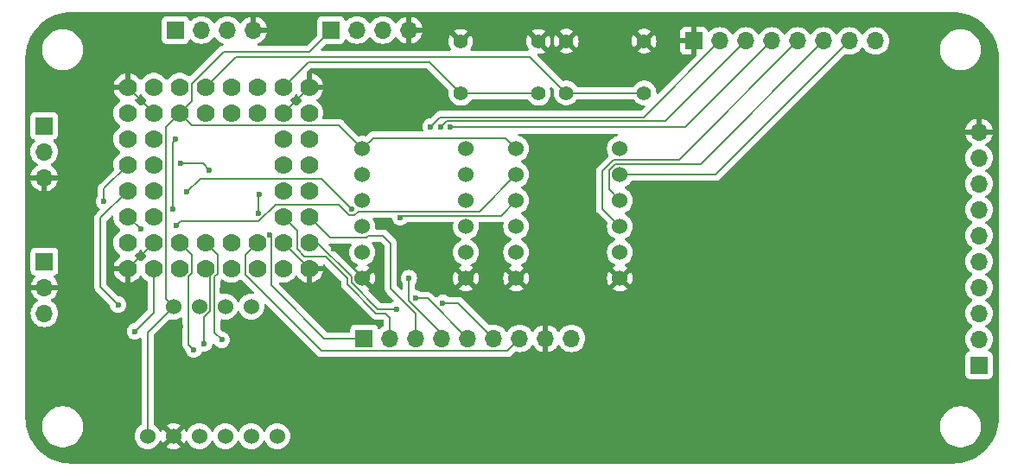
<source format=gbr>
%TF.GenerationSoftware,KiCad,Pcbnew,8.0.4*%
%TF.CreationDate,2024-08-08T16:53:51-05:00*%
%TF.ProjectId,GP2040-RE,47503230-3430-42d5-9245-2e6b69636164,rev?*%
%TF.SameCoordinates,Original*%
%TF.FileFunction,Copper,L2,Bot*%
%TF.FilePolarity,Positive*%
%FSLAX46Y46*%
G04 Gerber Fmt 4.6, Leading zero omitted, Abs format (unit mm)*
G04 Created by KiCad (PCBNEW 8.0.4) date 2024-08-08 16:53:51*
%MOMM*%
%LPD*%
G01*
G04 APERTURE LIST*
%TA.AperFunction,ComponentPad*%
%ADD10R,1.700000X1.700000*%
%TD*%
%TA.AperFunction,ComponentPad*%
%ADD11O,1.700000X1.700000*%
%TD*%
%TA.AperFunction,ComponentPad*%
%ADD12C,1.524000*%
%TD*%
%TA.AperFunction,ComponentPad*%
%ADD13C,1.397000*%
%TD*%
%TA.AperFunction,ComponentPad*%
%ADD14C,1.778000*%
%TD*%
%TA.AperFunction,ViaPad*%
%ADD15C,0.600000*%
%TD*%
%TA.AperFunction,Conductor*%
%ADD16C,0.200000*%
%TD*%
G04 APERTURE END LIST*
D10*
%TO.P,J13,1,Pin_1*%
%TO.N,VBUS*%
X167640000Y-53060600D03*
D11*
%TO.P,J13,2,Pin_2*%
%TO.N,/D+*%
X170180000Y-53060600D03*
%TO.P,J13,3,Pin_3*%
%TO.N,/D-*%
X172720000Y-53060600D03*
%TO.P,J13,4,Pin_4*%
%TO.N,GND*%
X175260000Y-53060600D03*
%TD*%
D12*
%TO.P,U3,1,LV*%
%TO.N,VCC*%
X185928000Y-64691800D03*
%TO.P,U3,2,A1*%
%TO.N,/3v3_BlueSolid*%
X185928000Y-67231800D03*
%TO.P,U3,3,A2*%
%TO.N,/3v3_GreenStripe*%
X185928000Y-69771800D03*
%TO.P,U3,4,A3*%
%TO.N,/3v3_OrangeSolid*%
X185928000Y-72311800D03*
%TO.P,U3,5,A4*%
%TO.N,unconnected-(U3-A4-Pad5)*%
X185928000Y-74851800D03*
%TO.P,U3,6,GND*%
%TO.N,GND*%
X185928000Y-77391800D03*
%TO.P,U3,7,HV*%
%TO.N,/ConsoleVoltage*%
X196088000Y-64691800D03*
%TO.P,U3,8,B1*%
%TO.N,/BlueSolid*%
X196088000Y-67231800D03*
%TO.P,U3,9,B2*%
%TO.N,/GreenStripe*%
X196088000Y-69771800D03*
%TO.P,U3,10,B3*%
%TO.N,/OrangeSolid*%
X196088000Y-72311800D03*
%TO.P,U3,11,B4*%
%TO.N,unconnected-(U3-B4-Pad11)*%
X196088000Y-74851800D03*
%TO.P,U3,12,GND*%
%TO.N,GND*%
X196088000Y-77391800D03*
%TD*%
D10*
%TO.P,J10,1,Pin_1*%
%TO.N,unconnected-(J10-Pin_1-Pad1)*%
X246355000Y-85906600D03*
D11*
%TO.P,J10,2,Pin_2*%
%TO.N,unconnected-(J10-Pin_2-Pad2)*%
X246355000Y-83366600D03*
%TO.P,J10,3,Pin_3*%
%TO.N,/LCD_MOSI*%
X246355000Y-80826600D03*
%TO.P,J10,4,Pin_4*%
%TO.N,/LCD_CLOCK*%
X246355000Y-78286600D03*
%TO.P,J10,5,Pin_5*%
%TO.N,/LCD_COMMAND*%
X246355000Y-75746600D03*
%TO.P,J10,6,Pin_6*%
%TO.N,/LCD_RESET*%
X246355000Y-73206600D03*
%TO.P,J10,7,Pin_7*%
%TO.N,/LCD_CS*%
X246355000Y-70666600D03*
%TO.P,J10,8,Pin_8*%
%TO.N,unconnected-(J10-Pin_8-Pad8)*%
X246355000Y-68126600D03*
%TO.P,J10,9,Pin_9*%
%TO.N,VCC*%
X246355000Y-65586600D03*
%TO.P,J10,10,Pin_10*%
%TO.N,GND*%
X246355000Y-63046600D03*
%TD*%
D10*
%TO.P,J11,1,Pin_1*%
%TO.N,/SWCLK*%
X154787600Y-75746600D03*
D11*
%TO.P,J11,2,Pin_2*%
%TO.N,GND*%
X154787600Y-78286600D03*
%TO.P,J11,3,Pin_3*%
%TO.N,/SWDIO*%
X154787600Y-80826600D03*
%TD*%
D10*
%TO.P,J12,1,Pin_1*%
%TO.N,/UART0_TX*%
X154761800Y-62452000D03*
D11*
%TO.P,J12,2,Pin_2*%
%TO.N,/UART0_RX*%
X154761800Y-64992000D03*
%TO.P,J12,3,Pin_3*%
%TO.N,GND*%
X154761800Y-67532000D03*
%TD*%
D13*
%TO.P,SW1,1,A*%
%TO.N,GND*%
X205917800Y-54152800D03*
X213537800Y-54152800D03*
%TO.P,SW1,2,B*%
%TO.N,Net-(SW1-B)*%
X205917800Y-59232800D03*
X213537800Y-59232800D03*
%TD*%
D11*
%TO.P,J8,8,Pin_8*%
%TO.N,/ConsoleVoltage*%
X236220000Y-54127800D03*
%TO.P,J8,7,Pin_7*%
%TO.N,/BrownStripe*%
X233680000Y-54127800D03*
%TO.P,J8,6,Pin_6*%
%TO.N,/GreenSolid*%
X231140000Y-54127800D03*
%TO.P,J8,5,Pin_5*%
%TO.N,/BlueStripe*%
X228600000Y-54127800D03*
%TO.P,J8,4,Pin_4*%
%TO.N,/BlueSolid*%
X226060000Y-54127800D03*
%TO.P,J8,3,Pin_3*%
%TO.N,/GreenStripe*%
X223520000Y-54127800D03*
%TO.P,J8,2,Pin_2*%
%TO.N,/OrangeSolid*%
X220980000Y-54127800D03*
D10*
%TO.P,J8,1,Pin_1*%
%TO.N,GND*%
X218440000Y-54127800D03*
%TD*%
D12*
%TO.P,U2,1,LV*%
%TO.N,VCC*%
X201015600Y-64691800D03*
%TO.P,U2,2,A1*%
%TO.N,/3v3_BrownStripe*%
X201015600Y-67231800D03*
%TO.P,U2,3,A2*%
%TO.N,/3v3_GreenSolid*%
X201015600Y-69771800D03*
%TO.P,U2,4,A3*%
%TO.N,/3v3_BlueStripe*%
X201015600Y-72311800D03*
%TO.P,U2,5,A4*%
%TO.N,unconnected-(U2-A4-Pad5)*%
X201015600Y-74851800D03*
%TO.P,U2,6,GND*%
%TO.N,GND*%
X201015600Y-77391800D03*
%TO.P,U2,7,HV*%
%TO.N,/ConsoleVoltage*%
X211175600Y-64691800D03*
%TO.P,U2,8,B1*%
%TO.N,/BrownStripe*%
X211175600Y-67231800D03*
%TO.P,U2,9,B2*%
%TO.N,/GreenSolid*%
X211175600Y-69771800D03*
%TO.P,U2,10,B3*%
%TO.N,/BlueStripe*%
X211175600Y-72311800D03*
%TO.P,U2,11,B4*%
%TO.N,unconnected-(U2-B4-Pad11)*%
X211175600Y-74851800D03*
%TO.P,U2,12,GND*%
%TO.N,GND*%
X211175600Y-77391800D03*
%TD*%
D10*
%TO.P,J9,1,Pin_1*%
%TO.N,/SD_DETECT*%
X186115800Y-83287000D03*
D11*
%TO.P,J9,2,Pin_2*%
%TO.N,/SD_DATA2*%
X188655800Y-83287000D03*
%TO.P,J9,3,Pin_3*%
%TO.N,/SD_DATA1*%
X191195800Y-83287000D03*
%TO.P,J9,4,Pin_4*%
%TO.N,/SD_DATA3*%
X193735800Y-83287000D03*
%TO.P,J9,5,Pin_5*%
%TO.N,/SD_COMMAND*%
X196275800Y-83287000D03*
%TO.P,J9,6,Pin_6*%
%TO.N,/SD_DATA0*%
X198815800Y-83287000D03*
%TO.P,J9,7,Pin_7*%
%TO.N,/SD_CLOCK*%
X201355800Y-83287000D03*
%TO.P,J9,8,Pin_8*%
%TO.N,GND*%
X203895800Y-83287000D03*
%TO.P,J9,9,Pin_9*%
%TO.N,VCC*%
X206435800Y-83287000D03*
%TD*%
D12*
%TO.P,U4,1,VCC_IN*%
%TO.N,VCC*%
X164894800Y-92862400D03*
%TO.P,U4,2,GND_IN*%
%TO.N,GND*%
X167434800Y-92862400D03*
%TO.P,U4,3,SCL_IN*%
%TO.N,unconnected-(U4-SCL_IN-Pad3)*%
X169974800Y-92862400D03*
%TO.P,U4,4,SDA_IN*%
%TO.N,unconnected-(U4-SDA_IN-Pad4)*%
X172514800Y-92862400D03*
%TO.P,U4,5,EN*%
%TO.N,unconnected-(U4-EN-Pad5)*%
X175054800Y-92862400D03*
%TO.P,U4,6,RDY*%
%TO.N,unconnected-(U4-RDY-Pad6)*%
X177594800Y-92862400D03*
%TO.P,U4,7,VCC_OUT*%
%TO.N,VCC*%
X167434800Y-80162400D03*
%TO.P,U4,8,GND_OUT*%
%TO.N,GND*%
X169974800Y-80162400D03*
%TO.P,U4,9,SCL_OUT*%
%TO.N,/SCL*%
X172514800Y-80162400D03*
%TO.P,U4,10,SDA_OUT*%
%TO.N,/SDA*%
X175054800Y-80162400D03*
%TD*%
D11*
%TO.P,J1,4,Pin_4*%
%TO.N,GND*%
X190500000Y-53060600D03*
%TO.P,J1,3,Pin_3*%
%TO.N,/SCL_1*%
X187960000Y-53060600D03*
%TO.P,J1,2,Pin_2*%
%TO.N,/SDA_1*%
X185420000Y-53060600D03*
D10*
%TO.P,J1,1,Pin_1*%
%TO.N,VCC*%
X182880000Y-53060600D03*
%TD*%
D14*
%TO.P,U1,H8,GND*%
%TO.N,GND*%
X180721000Y-76428600D03*
%TO.P,U1,H7,GPIO19*%
%TO.N,/SD_COMMAND*%
X178181000Y-76428600D03*
%TO.P,U1,H6,GPIO17*%
%TO.N,/SCL*%
X175641000Y-76428600D03*
%TO.P,U1,H5,GPIO15*%
%TO.N,unconnected-(U1-GPIO15-PadH5)*%
X173101000Y-76428600D03*
%TO.P,U1,H4,GPIO13*%
%TO.N,/LCD_RESET*%
X170561000Y-76428600D03*
%TO.P,U1,H3,GPIO11*%
%TO.N,/LCD_MOSI*%
X168021000Y-76428600D03*
%TO.P,U1,H2,GPIO10*%
%TO.N,/LCD_CLOCK*%
X165481000Y-76428600D03*
%TO.P,U1,H1,GND*%
%TO.N,GND*%
X162941000Y-76428600D03*
%TO.P,U1,G8,GPIO20*%
%TO.N,/SD_DATA0*%
X180721000Y-73888600D03*
%TO.P,U1,G7,GND*%
%TO.N,GND*%
X178181000Y-73888600D03*
%TO.P,U1,G6,GPIO18*%
%TO.N,/SD_CLOCK*%
X175641000Y-73888600D03*
%TO.P,U1,G5,GPIO16*%
%TO.N,/SDA*%
X173101000Y-73888600D03*
%TO.P,U1,G4,GPIO14*%
%TO.N,/LCD_CS*%
X170561000Y-73888600D03*
%TO.P,U1,G3,GPIO12*%
%TO.N,/LCD_COMMAND*%
X168021000Y-73888600D03*
%TO.P,U1,G2,GND*%
%TO.N,GND*%
X165481000Y-73888600D03*
%TO.P,U1,G1,GPIO9*%
%TO.N,unconnected-(U1-GPIO9-PadG1)*%
X162941000Y-73888600D03*
%TO.P,U1,F8,GPIO21*%
%TO.N,/SD_DATA1*%
X180721000Y-71348600D03*
%TO.P,U1,F7,GPIO22*%
%TO.N,/SD_DATA2*%
X178181000Y-71348600D03*
%TO.P,U1,F2,GPIO8*%
%TO.N,unconnected-(U1-GPIO8-PadF2)*%
X165481000Y-71348600D03*
%TO.P,U1,F1,GPIO7*%
%TO.N,/3v3_BrownStripe*%
X162941000Y-71348600D03*
%TO.P,U1,E8,GPIO23*%
%TO.N,/SD_DATA3*%
X180721000Y-68808600D03*
%TO.P,U1,E7,GPIO24*%
%TO.N,/SD_DETECT*%
X178181000Y-68808600D03*
%TO.P,U1,E2,GPIO6*%
%TO.N,/3v3_GreenSolid*%
X165481000Y-68808600D03*
%TO.P,U1,E1,GPIO5*%
%TO.N,/3v3_BlueStripe*%
X162941000Y-68808600D03*
%TO.P,U1,D8,GPIO25*%
%TO.N,unconnected-(U1-GPIO25-PadD8)*%
X180721000Y-66268600D03*
%TO.P,U1,D7,GPIO26/ADC0*%
%TO.N,/SDA_1*%
X178181000Y-66268600D03*
%TO.P,U1,D2,GPIO4*%
%TO.N,/3v3_BlueSolid*%
X165481000Y-66268600D03*
%TO.P,U1,D1,GPIO3*%
%TO.N,/3v3_GreenStripe*%
X162941000Y-66268600D03*
%TO.P,U1,C8,GPIO27/ADC1*%
%TO.N,/SCL_1*%
X180721000Y-63728600D03*
%TO.P,U1,C7,GPIO28/ADC2*%
%TO.N,unconnected-(U1-GPIO28{slash}ADC2-PadC7)*%
X178181000Y-63728600D03*
%TO.P,U1,C2,GPIO2*%
%TO.N,/3v3_OrangeSolid*%
X165481000Y-63728600D03*
%TO.P,U1,C1,GPIO1*%
%TO.N,/UART0_RX*%
X162941000Y-63728600D03*
%TO.P,U1,B8,GPIO29/ADC3*%
%TO.N,unconnected-(U1-GPIO29{slash}ADC3-PadB8)*%
X180721000Y-61188600D03*
%TO.P,U1,B7,GND*%
%TO.N,GND*%
X178181000Y-61188600D03*
%TO.P,U1,B6,SWDIO*%
%TO.N,/SWDIO*%
X175641000Y-61188600D03*
%TO.P,U1,B5,SWCLK*%
%TO.N,/SWCLK*%
X173101000Y-61188600D03*
%TO.P,U1,B4,ADC_VREF*%
%TO.N,unconnected-(U1-ADC_VREF-PadB4)*%
X170561000Y-61188600D03*
%TO.P,U1,B3,3V3*%
%TO.N,VCC*%
X168021000Y-61188600D03*
%TO.P,U1,B2,GND*%
%TO.N,GND*%
X165481000Y-61188600D03*
%TO.P,U1,B1,GPIO0*%
%TO.N,/UART0_TX*%
X162941000Y-61188600D03*
%TO.P,U1,A8,GND*%
%TO.N,GND*%
X180721000Y-58648600D03*
%TO.P,U1,A7,BOOTSEL*%
%TO.N,Net-(SW2-B)*%
X178181000Y-58648600D03*
%TO.P,U1,A6,USB_DM*%
%TO.N,/D-*%
X175641000Y-58648600D03*
%TO.P,U1,A5,USB_DP*%
%TO.N,/D+*%
X173101000Y-58648600D03*
%TO.P,U1,A4,RUN*%
%TO.N,Net-(SW1-B)*%
X170561000Y-58648600D03*
%TO.P,U1,A3,3V3_EN*%
%TO.N,unconnected-(U1-3V3_EN-PadA3)*%
X168021000Y-58648600D03*
%TO.P,U1,A2,VBUS*%
%TO.N,VBUS*%
X165481000Y-58648600D03*
%TO.P,U1,A1,GND*%
%TO.N,GND*%
X162941000Y-58648600D03*
%TD*%
D13*
%TO.P,SW2,1,A*%
%TO.N,GND*%
X195580000Y-54178200D03*
X203200000Y-54178200D03*
%TO.P,SW2,2,B*%
%TO.N,Net-(SW2-B)*%
X195580000Y-59258200D03*
X203200000Y-59258200D03*
%TD*%
D15*
%TO.N,GND*%
X168148000Y-82096600D03*
X163830000Y-80318600D03*
X172212000Y-78540600D03*
X177038000Y-81588600D03*
X179070000Y-78286600D03*
X187706000Y-74476600D03*
X187960000Y-79302600D03*
X184404000Y-79810600D03*
X198120000Y-91494600D03*
X211582000Y-91240600D03*
X211582000Y-86668600D03*
X198374000Y-86668600D03*
X207010000Y-86668600D03*
X158750000Y-73968600D03*
X191516000Y-72190600D03*
X183134000Y-74476600D03*
%TO.N,/LCD_CLOCK*%
X163652200Y-82600800D03*
%TO.N,/LCD_COMMAND*%
X169418000Y-84382600D03*
%TO.N,/LCD_RESET*%
X170434000Y-83782600D03*
%TO.N,/LCD_CS*%
X172155565Y-83423035D03*
%TO.N,/OrangeSolid*%
X192633600Y-62534800D03*
%TO.N,/GreenStripe*%
X193649600Y-62534800D03*
%TO.N,/BlueSolid*%
X194589400Y-62611000D03*
%TO.N,/SD_DATA0*%
X189306200Y-80416400D03*
X193827400Y-79806800D03*
%TO.N,/SD_COMMAND*%
X191135000Y-79349600D03*
%TO.N,/SD_DATA3*%
X190500000Y-77375935D03*
%TO.N,/SD_DETECT*%
X175818800Y-69164200D03*
X176860200Y-73152000D03*
X175717200Y-71034200D03*
%TO.N,/3v3_BlueStripe*%
X162001200Y-79984600D03*
%TO.N,/3v3_GreenSolid*%
X168757600Y-68961000D03*
X189661800Y-71433800D03*
X184929170Y-70597600D03*
%TO.N,/3v3_BrownStripe*%
X164211000Y-72593200D03*
X167690800Y-72237600D03*
%TO.N,/3v3_OrangeSolid*%
X167589200Y-63779400D03*
X167335200Y-70597600D03*
%TO.N,/3v3_GreenStripe*%
X160604200Y-69850000D03*
%TO.N,/3v3_BlueSolid*%
X168097200Y-66141600D03*
X170967400Y-66776600D03*
%TD*%
D16*
%TO.N,/LCD_CS*%
X171750000Y-75077600D02*
X170561000Y-73888600D01*
X171750000Y-76921100D02*
X171750000Y-75077600D01*
X171450000Y-77221100D02*
X171750000Y-76921100D01*
X171450000Y-82717470D02*
X171450000Y-77221100D01*
X172155565Y-83423035D02*
X171450000Y-82717470D01*
%TO.N,/LCD_RESET*%
X171050000Y-80589095D02*
X171050000Y-76917600D01*
X170434000Y-81205095D02*
X171050000Y-80589095D01*
X170434000Y-83782600D02*
X170434000Y-81205095D01*
X171050000Y-76917600D02*
X170561000Y-76428600D01*
%TO.N,/LCD_COMMAND*%
X169214800Y-75082400D02*
X168021000Y-73888600D01*
X169214800Y-76916300D02*
X169214800Y-75082400D01*
X168912800Y-77218300D02*
X169214800Y-76916300D01*
X168912800Y-83877400D02*
X168912800Y-77218300D01*
X169418000Y-84382600D02*
X168912800Y-83877400D01*
%TO.N,Net-(SW2-B)*%
X180641000Y-56188600D02*
X178181000Y-58648600D01*
X192510400Y-56188600D02*
X180641000Y-56188600D01*
X195580000Y-59258200D02*
X192510400Y-56188600D01*
%TO.N,Net-(SW1-B)*%
X173529000Y-55680600D02*
X202365600Y-55680600D01*
X202365600Y-55680600D02*
X205917800Y-59232800D01*
X170561000Y-58648600D02*
X173529000Y-55680600D01*
%TO.N,VCC*%
X169210000Y-58297800D02*
X172335200Y-55172600D01*
X169210000Y-59999600D02*
X169210000Y-58297800D01*
X180768000Y-55172600D02*
X182880000Y-53060600D01*
X168021000Y-61188600D02*
X169210000Y-59999600D01*
X172335200Y-55172600D02*
X180768000Y-55172600D01*
%TO.N,/3v3_BlueStripe*%
X160274000Y-71475600D02*
X160274000Y-78257400D01*
X160274000Y-78257400D02*
X162001200Y-79984600D01*
X162941000Y-68808600D02*
X160274000Y-71475600D01*
%TO.N,/SD_DATA2*%
X188655800Y-81268400D02*
X188655800Y-83287000D01*
X187285019Y-80816400D02*
X188203800Y-80816400D01*
X184466000Y-77997381D02*
X187285019Y-80816400D01*
X184466000Y-77390286D02*
X184466000Y-77997381D01*
X182315314Y-75239600D02*
X184466000Y-77390286D01*
X180228500Y-75239600D02*
X182315314Y-75239600D01*
X179532000Y-74543100D02*
X180228500Y-75239600D01*
X188203800Y-80816400D02*
X188655800Y-81268400D01*
X179532000Y-72699600D02*
X179532000Y-74543100D01*
X178181000Y-71348600D02*
X179532000Y-72699600D01*
%TO.N,/SD_DATA0*%
X184866000Y-77831695D02*
X187450705Y-80416400D01*
X184866000Y-77224600D02*
X184866000Y-77831695D01*
X187450705Y-80416400D02*
X189306200Y-80416400D01*
X181530000Y-73888600D02*
X184866000Y-77224600D01*
X180721000Y-73888600D02*
X181530000Y-73888600D01*
%TO.N,/SD_DATA1*%
X188735600Y-73982200D02*
X188735600Y-78394556D01*
X187960000Y-73206600D02*
X188735600Y-73982200D01*
X186535095Y-73206600D02*
X187960000Y-73206600D01*
X188735600Y-78394556D02*
X191195800Y-80854756D01*
X182746200Y-73373800D02*
X186367895Y-73373800D01*
X180721000Y-71348600D02*
X182746200Y-73373800D01*
X186367895Y-73373800D02*
X186535095Y-73206600D01*
X191195800Y-80854756D02*
X191195800Y-83287000D01*
%TO.N,/SD_DATA3*%
X193735800Y-82829070D02*
X193735800Y-83287000D01*
X190500000Y-79593270D02*
X193735800Y-82829070D01*
X190500000Y-77375935D02*
X190500000Y-79593270D01*
%TO.N,Net-(SW1-B)*%
X205917800Y-59232800D02*
X213537800Y-59232800D01*
%TO.N,Net-(SW2-B)*%
X195580000Y-59258200D02*
X203200000Y-59258200D01*
%TO.N,/OrangeSolid*%
X193567000Y-61601400D02*
X192633600Y-62534800D01*
X213506400Y-61601400D02*
X193567000Y-61601400D01*
X220980000Y-54127800D02*
X213506400Y-61601400D01*
%TO.N,/GreenStripe*%
X194183000Y-62001400D02*
X193649600Y-62534800D01*
X215646400Y-62001400D02*
X194183000Y-62001400D01*
X223520000Y-54127800D02*
X215646400Y-62001400D01*
%TO.N,/BlueSolid*%
X217576800Y-62611000D02*
X194589400Y-62611000D01*
X226060000Y-54127800D02*
X217576800Y-62611000D01*
%TO.N,/BlueStripe*%
X209448400Y-66891419D02*
X209448400Y-70584600D01*
X210570019Y-65769800D02*
X209448400Y-66891419D01*
X228600000Y-54127800D02*
X216958000Y-65769800D01*
X216958000Y-65769800D02*
X210570019Y-65769800D01*
X209448400Y-70584600D02*
X211175600Y-72311800D01*
%TO.N,/GreenSolid*%
X210735705Y-66169800D02*
X210108800Y-66796705D01*
X210108800Y-66796705D02*
X210108800Y-68705000D01*
X231140000Y-54127800D02*
X219098000Y-66169800D01*
X219098000Y-66169800D02*
X210735705Y-66169800D01*
X210108800Y-68705000D02*
X211175600Y-69771800D01*
%TO.N,/BrownStripe*%
X220576000Y-67231800D02*
X211175600Y-67231800D01*
X233680000Y-54127800D02*
X220576000Y-67231800D01*
%TO.N,/LCD_CLOCK*%
X163652200Y-82600800D02*
X165481000Y-80772000D01*
X165481000Y-80772000D02*
X165481000Y-76428600D01*
%TO.N,/SD_DATA0*%
X193827400Y-79806800D02*
X195335600Y-79806800D01*
X195335600Y-79806800D02*
X198815800Y-83287000D01*
%TO.N,/SD_COMMAND*%
X192338400Y-79349600D02*
X191135000Y-79349600D01*
X196275800Y-83287000D02*
X192338400Y-79349600D01*
%TO.N,/SD_CLOCK*%
X174452000Y-77017600D02*
X181940200Y-84505800D01*
X174452000Y-75077600D02*
X174452000Y-77017600D01*
X181940200Y-84505800D02*
X200137000Y-84505800D01*
X175641000Y-73888600D02*
X174452000Y-75077600D01*
X200137000Y-84505800D02*
X201355800Y-83287000D01*
%TO.N,/3v3_BrownStripe*%
X197413600Y-70833800D02*
X201015600Y-67231800D01*
X185177699Y-71197600D02*
X185541499Y-70833800D01*
X184680641Y-71197600D02*
X185177699Y-71197600D01*
X183637841Y-70154800D02*
X184680641Y-71197600D01*
X185541499Y-70833800D02*
X197413600Y-70833800D01*
X177445129Y-70154800D02*
X183637841Y-70154800D01*
X168097200Y-71831200D02*
X175768729Y-71831200D01*
X175768729Y-71831200D02*
X177445129Y-70154800D01*
X167690800Y-72237600D02*
X168097200Y-71831200D01*
%TO.N,/3v3_GreenSolid*%
X170099000Y-67619600D02*
X168757600Y-68961000D01*
X181951170Y-67619600D02*
X170099000Y-67619600D01*
X184929170Y-70597600D02*
X181951170Y-67619600D01*
%TO.N,/SD_DETECT*%
X175717200Y-69265800D02*
X175818800Y-69164200D01*
X175717200Y-71034200D02*
X175717200Y-69265800D01*
X176845800Y-73137600D02*
X176860200Y-73152000D01*
X176809470Y-73137600D02*
X176845800Y-73137600D01*
X176992000Y-73320130D02*
X176809470Y-73137600D01*
X176992000Y-78059000D02*
X176992000Y-73320130D01*
X177495200Y-78562200D02*
X176992000Y-78059000D01*
X182220000Y-83287000D02*
X177495200Y-78562200D01*
X186115800Y-83287000D02*
X182220000Y-83287000D01*
%TO.N,/3v3_GreenSolid*%
X189845800Y-71249800D02*
X189661800Y-71433800D01*
X199537600Y-71249800D02*
X189845800Y-71249800D01*
X201015600Y-69771800D02*
X199537600Y-71249800D01*
%TO.N,/3v3_BrownStripe*%
X162966400Y-71348600D02*
X164211000Y-72593200D01*
X162941000Y-71348600D02*
X162966400Y-71348600D01*
%TO.N,/3v3_OrangeSolid*%
X167589200Y-63804800D02*
X167589200Y-63779400D01*
X167513000Y-63881000D02*
X167589200Y-63804800D01*
X167335200Y-70597600D02*
X167335200Y-64058800D01*
X167335200Y-64058800D02*
X167513000Y-63881000D01*
%TO.N,/3v3_GreenStripe*%
X160604200Y-69850000D02*
X160604200Y-68605400D01*
X160604200Y-68605400D02*
X162941000Y-66268600D01*
%TO.N,/3v3_BlueSolid*%
X170332400Y-66141600D02*
X168097200Y-66141600D01*
X170967400Y-66776600D02*
X170332400Y-66141600D01*
%TO.N,VCC*%
X186990000Y-63629800D02*
X185928000Y-64691800D01*
X199953600Y-63629800D02*
X186990000Y-63629800D01*
X201015600Y-64691800D02*
X199953600Y-63629800D01*
X183644000Y-62407800D02*
X169240200Y-62407800D01*
X169240200Y-62407800D02*
X168021000Y-61188600D01*
X185928000Y-64691800D02*
X183644000Y-62407800D01*
X166672801Y-62536799D02*
X168021000Y-61188600D01*
X166672801Y-79400401D02*
X166672801Y-62536799D01*
X167434800Y-80162400D02*
X166672801Y-79400401D01*
X164894800Y-82702400D02*
X167434800Y-80162400D01*
X164894800Y-92862400D02*
X164894800Y-82702400D01*
%TO.N,GND*%
X178181000Y-73888600D02*
X180721000Y-76428600D01*
X165481000Y-73888600D02*
X162941000Y-76428600D01*
X165481000Y-61188600D02*
X162941000Y-58648600D01*
X178181000Y-61188600D02*
X180721000Y-58648600D01*
%TD*%
%TA.AperFunction,Conductor*%
%TO.N,GND*%
G36*
X182270340Y-76052732D02*
G01*
X182302310Y-76075831D01*
X183829181Y-77602702D01*
X183862666Y-77664025D01*
X183865500Y-77690383D01*
X183865500Y-77910711D01*
X183865499Y-77910729D01*
X183865499Y-78076435D01*
X183865498Y-78076435D01*
X183906423Y-78229166D01*
X183935358Y-78279281D01*
X183935359Y-78279285D01*
X183935360Y-78279285D01*
X183956265Y-78315495D01*
X183985479Y-78366095D01*
X183985481Y-78366098D01*
X184104349Y-78484966D01*
X184104355Y-78484971D01*
X186800158Y-81180774D01*
X186800168Y-81180785D01*
X186804498Y-81185115D01*
X186804499Y-81185116D01*
X186916303Y-81296920D01*
X186989030Y-81338908D01*
X187003114Y-81347039D01*
X187003116Y-81347041D01*
X187041170Y-81369011D01*
X187053234Y-81375977D01*
X187205962Y-81416901D01*
X187205965Y-81416901D01*
X187371672Y-81416901D01*
X187371688Y-81416900D01*
X187903703Y-81416900D01*
X187970742Y-81436585D01*
X187991384Y-81453219D01*
X188018981Y-81480816D01*
X188052466Y-81542139D01*
X188055300Y-81568497D01*
X188055300Y-81997908D01*
X188035615Y-82064947D01*
X187983714Y-82110286D01*
X187977973Y-82112963D01*
X187977969Y-82112965D01*
X187784400Y-82248503D01*
X187662473Y-82370430D01*
X187601150Y-82403914D01*
X187531458Y-82398930D01*
X187475525Y-82357058D01*
X187458610Y-82326081D01*
X187409597Y-82194671D01*
X187409593Y-82194664D01*
X187323347Y-82079455D01*
X187323344Y-82079452D01*
X187208135Y-81993206D01*
X187208128Y-81993202D01*
X187073282Y-81942908D01*
X187073283Y-81942908D01*
X187013683Y-81936501D01*
X187013681Y-81936500D01*
X187013673Y-81936500D01*
X187013664Y-81936500D01*
X185217929Y-81936500D01*
X185217923Y-81936501D01*
X185158316Y-81942908D01*
X185023471Y-81993202D01*
X185023464Y-81993206D01*
X184908255Y-82079452D01*
X184908252Y-82079455D01*
X184822006Y-82194664D01*
X184822002Y-82194671D01*
X184771708Y-82329517D01*
X184765301Y-82389116D01*
X184765300Y-82389135D01*
X184765300Y-82562500D01*
X184745615Y-82629539D01*
X184692811Y-82675294D01*
X184641300Y-82686500D01*
X182520097Y-82686500D01*
X182453058Y-82666815D01*
X182432416Y-82650181D01*
X177780792Y-77998557D01*
X177747307Y-77937234D01*
X177752291Y-77867542D01*
X177794163Y-77811609D01*
X177859627Y-77787192D01*
X177888881Y-77788566D01*
X178065863Y-77818100D01*
X178065864Y-77818100D01*
X178296136Y-77818100D01*
X178296137Y-77818100D01*
X178523271Y-77780198D01*
X178524693Y-77779710D01*
X178544821Y-77772800D01*
X178741069Y-77705428D01*
X178943589Y-77595829D01*
X179125308Y-77454392D01*
X179281269Y-77284973D01*
X179347490Y-77183613D01*
X179400636Y-77138257D01*
X179469868Y-77128833D01*
X179533203Y-77158335D01*
X179555108Y-77183614D01*
X179621126Y-77284662D01*
X179777029Y-77454019D01*
X179777039Y-77454028D01*
X179958677Y-77595403D01*
X179958683Y-77595407D01*
X180161131Y-77704967D01*
X180161140Y-77704970D01*
X180378849Y-77779710D01*
X180470999Y-77795087D01*
X180471000Y-77795087D01*
X180471000Y-76870851D01*
X180524919Y-76901981D01*
X180654120Y-76936600D01*
X180787880Y-76936600D01*
X180917081Y-76901981D01*
X180971000Y-76870851D01*
X180971000Y-77795087D01*
X181063150Y-77779710D01*
X181280859Y-77704970D01*
X181280868Y-77704967D01*
X181483316Y-77595407D01*
X181483322Y-77595403D01*
X181664960Y-77454028D01*
X181664970Y-77454019D01*
X181820873Y-77284662D01*
X181946775Y-77091955D01*
X182039242Y-76881153D01*
X182090535Y-76678600D01*
X181163251Y-76678600D01*
X181194381Y-76624681D01*
X181229000Y-76495480D01*
X181229000Y-76361720D01*
X181194381Y-76232519D01*
X181163251Y-76178600D01*
X182090536Y-76178600D01*
X182095227Y-76172571D01*
X182097048Y-76124133D01*
X182137003Y-76066815D01*
X182201604Y-76040198D01*
X182270340Y-76052732D01*
G37*
%TD.AperFunction*%
%TA.AperFunction,Conductor*%
G36*
X187726942Y-73826785D02*
G01*
X187747584Y-73843419D01*
X188098781Y-74194616D01*
X188132266Y-74255939D01*
X188135100Y-74282297D01*
X188135100Y-78307886D01*
X188135099Y-78307904D01*
X188135099Y-78473610D01*
X188135098Y-78473610D01*
X188148067Y-78522008D01*
X188176023Y-78626341D01*
X188184633Y-78641254D01*
X188184634Y-78641257D01*
X188184635Y-78641257D01*
X188255077Y-78763268D01*
X188255081Y-78763273D01*
X188373949Y-78882141D01*
X188373955Y-78882146D01*
X188985468Y-79493659D01*
X189018953Y-79554982D01*
X189013969Y-79624674D01*
X188972097Y-79680607D01*
X188962341Y-79686536D01*
X188962574Y-79686906D01*
X188803936Y-79786585D01*
X188801103Y-79788845D01*
X188798924Y-79789734D01*
X188798042Y-79790289D01*
X188797944Y-79790134D01*
X188736417Y-79815255D01*
X188723788Y-79815900D01*
X187750802Y-79815900D01*
X187683763Y-79796215D01*
X187663121Y-79779581D01*
X186554758Y-78671218D01*
X186521273Y-78609895D01*
X186526257Y-78540203D01*
X186568129Y-78484270D01*
X186571316Y-78481962D01*
X186626187Y-78443540D01*
X185955447Y-77772800D01*
X185978160Y-77772800D01*
X186075061Y-77746836D01*
X186161940Y-77696676D01*
X186232876Y-77625740D01*
X186283036Y-77538861D01*
X186309000Y-77441960D01*
X186309000Y-77419247D01*
X186979741Y-78089988D01*
X187025094Y-78025217D01*
X187025100Y-78025207D01*
X187118419Y-77825084D01*
X187118424Y-77825070D01*
X187175573Y-77611786D01*
X187175575Y-77611776D01*
X187194821Y-77391800D01*
X187194821Y-77391799D01*
X187175575Y-77171823D01*
X187175573Y-77171813D01*
X187118424Y-76958529D01*
X187118420Y-76958520D01*
X187025096Y-76758386D01*
X186979741Y-76693611D01*
X186979740Y-76693610D01*
X186309000Y-77364351D01*
X186309000Y-77341640D01*
X186283036Y-77244739D01*
X186232876Y-77157860D01*
X186161940Y-77086924D01*
X186075061Y-77036764D01*
X185978160Y-77010800D01*
X185955448Y-77010800D01*
X186626188Y-76340059D01*
X186626187Y-76340058D01*
X186561411Y-76294701D01*
X186561405Y-76294698D01*
X186432219Y-76234458D01*
X186379779Y-76188286D01*
X186360627Y-76121093D01*
X186380843Y-76054211D01*
X186432219Y-76009694D01*
X186491581Y-75982013D01*
X186561662Y-75949334D01*
X186742620Y-75822626D01*
X186898826Y-75666420D01*
X187025534Y-75485462D01*
X187118894Y-75285250D01*
X187176070Y-75071868D01*
X187195323Y-74851800D01*
X187195054Y-74848729D01*
X187182752Y-74708106D01*
X187176070Y-74631732D01*
X187118894Y-74418350D01*
X187025534Y-74218139D01*
X186898826Y-74037180D01*
X186898824Y-74037177D01*
X186880428Y-74018781D01*
X186846943Y-73957458D01*
X186851927Y-73887766D01*
X186893799Y-73831833D01*
X186959263Y-73807416D01*
X186968109Y-73807100D01*
X187659903Y-73807100D01*
X187726942Y-73826785D01*
G37*
%TD.AperFunction*%
%TA.AperFunction,Conductor*%
G36*
X174089193Y-77512089D02*
G01*
X174119503Y-77534338D01*
X175280129Y-78694964D01*
X175313614Y-78756287D01*
X175308630Y-78825979D01*
X175266758Y-78881912D01*
X175201294Y-78906329D01*
X175181642Y-78906173D01*
X175054803Y-78895077D01*
X175054798Y-78895077D01*
X174834737Y-78914329D01*
X174834729Y-78914330D01*
X174621354Y-78971504D01*
X174621348Y-78971507D01*
X174421140Y-79064865D01*
X174421138Y-79064866D01*
X174240177Y-79191575D01*
X174083975Y-79347777D01*
X173957266Y-79528738D01*
X173957265Y-79528740D01*
X173897182Y-79657589D01*
X173851009Y-79710028D01*
X173783816Y-79729180D01*
X173716935Y-79708964D01*
X173672418Y-79657589D01*
X173635818Y-79579100D01*
X173612334Y-79528739D01*
X173485626Y-79347780D01*
X173329420Y-79191574D01*
X173329416Y-79191571D01*
X173329415Y-79191570D01*
X173148466Y-79064868D01*
X173148462Y-79064866D01*
X173055317Y-79021432D01*
X172948250Y-78971506D01*
X172948247Y-78971505D01*
X172948245Y-78971504D01*
X172734870Y-78914330D01*
X172734862Y-78914329D01*
X172514802Y-78895077D01*
X172514798Y-78895077D01*
X172294737Y-78914329D01*
X172294726Y-78914331D01*
X172206593Y-78937946D01*
X172136743Y-78936283D01*
X172078880Y-78897120D01*
X172051377Y-78832891D01*
X172050500Y-78818171D01*
X172050500Y-77625385D01*
X172070185Y-77558346D01*
X172122989Y-77512591D01*
X172192147Y-77502647D01*
X172250662Y-77527531D01*
X172259407Y-77534338D01*
X172337868Y-77595407D01*
X172338411Y-77595829D01*
X172540931Y-77705428D01*
X172599274Y-77725457D01*
X172758725Y-77780197D01*
X172758727Y-77780197D01*
X172758729Y-77780198D01*
X172985863Y-77818100D01*
X172985864Y-77818100D01*
X173216136Y-77818100D01*
X173216137Y-77818100D01*
X173443271Y-77780198D01*
X173444693Y-77779710D01*
X173464821Y-77772800D01*
X173661069Y-77705428D01*
X173863589Y-77595829D01*
X173955663Y-77524164D01*
X174020653Y-77498523D01*
X174089193Y-77512089D01*
G37*
%TD.AperFunction*%
%TA.AperFunction,Conductor*%
G36*
X184830041Y-73993985D02*
G01*
X184875796Y-74046789D01*
X184885740Y-74115947D01*
X184864579Y-74169419D01*
X184830466Y-74218139D01*
X184830466Y-74218140D01*
X184830464Y-74218143D01*
X184737107Y-74418348D01*
X184737104Y-74418354D01*
X184679930Y-74631729D01*
X184679929Y-74631737D01*
X184660677Y-74851797D01*
X184660677Y-74851802D01*
X184679929Y-75071862D01*
X184679930Y-75071870D01*
X184737104Y-75285245D01*
X184737105Y-75285247D01*
X184737106Y-75285250D01*
X184812180Y-75446247D01*
X184830466Y-75485462D01*
X184830468Y-75485466D01*
X184957170Y-75666415D01*
X184957175Y-75666421D01*
X185113378Y-75822624D01*
X185113384Y-75822629D01*
X185294333Y-75949331D01*
X185294335Y-75949332D01*
X185294338Y-75949334D01*
X185364408Y-75982008D01*
X185423781Y-76009694D01*
X185476220Y-76055866D01*
X185495372Y-76123060D01*
X185475156Y-76189941D01*
X185423781Y-76234458D01*
X185294590Y-76294701D01*
X185229811Y-76340058D01*
X185900553Y-77010800D01*
X185877840Y-77010800D01*
X185780939Y-77036764D01*
X185694060Y-77086924D01*
X185623124Y-77157860D01*
X185572964Y-77244739D01*
X185547000Y-77341640D01*
X185547000Y-77364353D01*
X185502819Y-77320172D01*
X185469334Y-77258849D01*
X185466500Y-77232491D01*
X185466500Y-77145545D01*
X185466500Y-77145543D01*
X185425577Y-76992816D01*
X185405782Y-76958529D01*
X185346524Y-76855890D01*
X185346521Y-76855886D01*
X185346520Y-76855884D01*
X185234716Y-76744080D01*
X185234715Y-76744079D01*
X185230385Y-76739749D01*
X185230374Y-76739739D01*
X182676616Y-74185981D01*
X182643131Y-74124658D01*
X182648115Y-74054966D01*
X182689987Y-73999033D01*
X182755451Y-73974616D01*
X182764297Y-73974300D01*
X184763002Y-73974300D01*
X184830041Y-73993985D01*
G37*
%TD.AperFunction*%
%TA.AperFunction,Conductor*%
G36*
X164293203Y-74618335D02*
G01*
X164315108Y-74643614D01*
X164381126Y-74744662D01*
X164537029Y-74914019D01*
X164537039Y-74914028D01*
X164722733Y-75058560D01*
X164721789Y-75059772D01*
X164762639Y-75107643D01*
X164772060Y-75176874D01*
X164742556Y-75240209D01*
X164722181Y-75257863D01*
X164722459Y-75258220D01*
X164536694Y-75402806D01*
X164536689Y-75402811D01*
X164380727Y-75572231D01*
X164314508Y-75673586D01*
X164261361Y-75718943D01*
X164192130Y-75728366D01*
X164128795Y-75698863D01*
X164106891Y-75673585D01*
X164040873Y-75572537D01*
X163884970Y-75403180D01*
X163884960Y-75403171D01*
X163699267Y-75258640D01*
X163700209Y-75257429D01*
X163659355Y-75209547D01*
X163649941Y-75140314D01*
X163679450Y-75076982D01*
X163699820Y-75059338D01*
X163699541Y-75058980D01*
X163744971Y-75023620D01*
X163885308Y-74914392D01*
X164041269Y-74744973D01*
X164107490Y-74643613D01*
X164160636Y-74598257D01*
X164229868Y-74588833D01*
X164293203Y-74618335D01*
G37*
%TD.AperFunction*%
%TA.AperFunction,Conductor*%
G36*
X192277342Y-56808785D02*
G01*
X192297984Y-56825419D01*
X194369899Y-58897334D01*
X194403384Y-58958657D01*
X194401485Y-59018946D01*
X194396366Y-59036937D01*
X194396365Y-59036940D01*
X194375863Y-59258199D01*
X194375863Y-59258200D01*
X194396365Y-59479459D01*
X194396366Y-59479461D01*
X194457174Y-59693179D01*
X194457180Y-59693194D01*
X194556222Y-59892096D01*
X194690133Y-60069424D01*
X194854344Y-60219121D01*
X194854346Y-60219123D01*
X195043266Y-60336097D01*
X195043272Y-60336100D01*
X195072206Y-60347309D01*
X195250472Y-60416370D01*
X195468896Y-60457200D01*
X195468899Y-60457200D01*
X195691101Y-60457200D01*
X195691104Y-60457200D01*
X195909528Y-60416370D01*
X196116730Y-60336099D01*
X196305655Y-60219122D01*
X196469868Y-60069422D01*
X196591788Y-59907972D01*
X196647897Y-59866337D01*
X196690742Y-59858700D01*
X202089258Y-59858700D01*
X202156297Y-59878385D01*
X202188211Y-59907972D01*
X202231417Y-59965186D01*
X202310133Y-60069424D01*
X202474344Y-60219121D01*
X202474346Y-60219123D01*
X202663266Y-60336097D01*
X202663272Y-60336100D01*
X202692206Y-60347309D01*
X202870472Y-60416370D01*
X203088896Y-60457200D01*
X203088899Y-60457200D01*
X203311101Y-60457200D01*
X203311104Y-60457200D01*
X203529528Y-60416370D01*
X203736730Y-60336099D01*
X203925655Y-60219122D01*
X204089868Y-60069422D01*
X204223778Y-59892096D01*
X204322824Y-59693184D01*
X204383634Y-59479460D01*
X204404137Y-59258200D01*
X204383634Y-59036940D01*
X204322824Y-58823216D01*
X204322819Y-58823207D01*
X204322586Y-58822602D01*
X204322559Y-58822286D01*
X204321255Y-58817702D01*
X204322152Y-58817446D01*
X204316725Y-58752978D01*
X204349436Y-58691239D01*
X204410333Y-58656985D01*
X204480082Y-58661092D01*
X204525894Y-58690129D01*
X204707699Y-58871934D01*
X204741184Y-58933257D01*
X204739285Y-58993546D01*
X204734166Y-59011537D01*
X204734165Y-59011540D01*
X204713663Y-59232799D01*
X204713663Y-59232800D01*
X204734165Y-59454059D01*
X204734166Y-59454061D01*
X204794974Y-59667779D01*
X204794980Y-59667794D01*
X204894022Y-59866696D01*
X205027933Y-60044024D01*
X205192144Y-60193721D01*
X205192146Y-60193723D01*
X205381066Y-60310697D01*
X205381072Y-60310700D01*
X205410006Y-60321909D01*
X205588272Y-60390970D01*
X205806696Y-60431800D01*
X205806699Y-60431800D01*
X206028901Y-60431800D01*
X206028904Y-60431800D01*
X206247328Y-60390970D01*
X206454530Y-60310699D01*
X206643455Y-60193722D01*
X206807668Y-60044022D01*
X206929588Y-59882572D01*
X206985697Y-59840937D01*
X207028542Y-59833300D01*
X212427058Y-59833300D01*
X212494097Y-59852985D01*
X212526011Y-59882572D01*
X212539409Y-59900314D01*
X212647933Y-60044024D01*
X212812144Y-60193721D01*
X212812146Y-60193723D01*
X213001066Y-60310697D01*
X213001072Y-60310700D01*
X213030006Y-60321909D01*
X213208272Y-60390970D01*
X213426696Y-60431800D01*
X213426699Y-60431800D01*
X213527402Y-60431800D01*
X213594441Y-60451485D01*
X213640196Y-60504289D01*
X213650140Y-60573447D01*
X213621115Y-60637003D01*
X213615083Y-60643481D01*
X213293984Y-60964581D01*
X213232661Y-60998066D01*
X213206303Y-61000900D01*
X193653669Y-61000900D01*
X193653653Y-61000899D01*
X193646057Y-61000899D01*
X193487943Y-61000899D01*
X193380587Y-61029665D01*
X193335210Y-61041824D01*
X193335209Y-61041825D01*
X193285096Y-61070759D01*
X193285095Y-61070760D01*
X193241689Y-61095820D01*
X193198285Y-61120879D01*
X193198282Y-61120881D01*
X193086478Y-61232686D01*
X192615065Y-61704098D01*
X192553742Y-61737583D01*
X192541268Y-61739637D01*
X192454350Y-61749430D01*
X192284078Y-61809010D01*
X192131337Y-61904984D01*
X192003784Y-62032537D01*
X191907811Y-62185276D01*
X191848231Y-62355545D01*
X191848230Y-62355550D01*
X191828035Y-62534796D01*
X191828035Y-62534803D01*
X191848230Y-62714049D01*
X191848233Y-62714062D01*
X191900820Y-62864345D01*
X191904382Y-62934124D01*
X191869654Y-62994751D01*
X191807660Y-63026979D01*
X191783779Y-63029300D01*
X187076670Y-63029300D01*
X187076654Y-63029299D01*
X187069058Y-63029299D01*
X186910943Y-63029299D01*
X186758215Y-63070223D01*
X186758213Y-63070223D01*
X186758213Y-63070224D01*
X186708093Y-63099160D01*
X186656584Y-63128900D01*
X186621281Y-63149282D01*
X186339679Y-63430884D01*
X186278356Y-63464369D01*
X186219906Y-63462978D01*
X186148076Y-63443732D01*
X186148073Y-63443731D01*
X186148068Y-63443730D01*
X186148065Y-63443729D01*
X186148062Y-63443729D01*
X185928002Y-63424477D01*
X185927998Y-63424477D01*
X185707937Y-63443729D01*
X185707923Y-63443732D01*
X185636092Y-63462978D01*
X185566242Y-63461314D01*
X185516319Y-63430884D01*
X184131590Y-62046155D01*
X184131588Y-62046152D01*
X184012717Y-61927281D01*
X184012716Y-61927280D01*
X183925904Y-61877160D01*
X183925904Y-61877159D01*
X183925900Y-61877158D01*
X183875785Y-61848223D01*
X183723057Y-61807299D01*
X183564943Y-61807299D01*
X183557347Y-61807299D01*
X183557331Y-61807300D01*
X182156407Y-61807300D01*
X182089368Y-61787615D01*
X182043613Y-61734811D01*
X182033669Y-61665653D01*
X182039130Y-61643024D01*
X182039712Y-61641327D01*
X182039717Y-61641316D01*
X182096246Y-61418088D01*
X182115262Y-61188600D01*
X182112743Y-61158206D01*
X182099709Y-61000900D01*
X182096246Y-60959112D01*
X182039717Y-60735884D01*
X181947217Y-60525005D01*
X181917123Y-60478942D01*
X181821271Y-60332229D01*
X181794355Y-60302990D01*
X181665308Y-60162808D01*
X181483589Y-60021371D01*
X181483590Y-60021371D01*
X181479541Y-60018220D01*
X181480428Y-60017080D01*
X181439363Y-59968966D01*
X181429938Y-59899735D01*
X181459437Y-59836398D01*
X181479572Y-59818952D01*
X181479267Y-59818560D01*
X181664960Y-59674028D01*
X181664970Y-59674019D01*
X181820873Y-59504662D01*
X181946775Y-59311955D01*
X182039242Y-59101153D01*
X182090535Y-58898600D01*
X181163251Y-58898600D01*
X181194381Y-58844681D01*
X181229000Y-58715480D01*
X181229000Y-58581720D01*
X181194381Y-58452519D01*
X181163251Y-58398600D01*
X182090536Y-58398600D01*
X182090535Y-58398599D01*
X182039242Y-58196046D01*
X181946775Y-57985244D01*
X181820873Y-57792537D01*
X181664970Y-57623180D01*
X181664960Y-57623171D01*
X181483322Y-57481796D01*
X181483316Y-57481792D01*
X181280868Y-57372232D01*
X181280856Y-57372227D01*
X181063156Y-57297491D01*
X181063137Y-57297487D01*
X180971000Y-57282110D01*
X180971000Y-58206348D01*
X180917081Y-58175219D01*
X180787880Y-58140600D01*
X180654120Y-58140600D01*
X180524919Y-58175219D01*
X180471000Y-58206348D01*
X180471000Y-57259196D01*
X180490685Y-57192157D01*
X180507315Y-57171518D01*
X180853416Y-56825419D01*
X180914739Y-56791934D01*
X180941097Y-56789100D01*
X192210303Y-56789100D01*
X192277342Y-56808785D01*
G37*
%TD.AperFunction*%
%TA.AperFunction,Conductor*%
G36*
X164292604Y-59378334D02*
G01*
X164314508Y-59403613D01*
X164380727Y-59504968D01*
X164380729Y-59504970D01*
X164380731Y-59504973D01*
X164536692Y-59674392D01*
X164560849Y-59693194D01*
X164722459Y-59818980D01*
X164721570Y-59820121D01*
X164762632Y-59868224D01*
X164772063Y-59937455D01*
X164742568Y-60000794D01*
X164722429Y-60018250D01*
X164722733Y-60018640D01*
X164537039Y-60163171D01*
X164537029Y-60163180D01*
X164381124Y-60332538D01*
X164315107Y-60433586D01*
X164261961Y-60478942D01*
X164192730Y-60488366D01*
X164129394Y-60458864D01*
X164107490Y-60433586D01*
X164096242Y-60416370D01*
X164041269Y-60332227D01*
X163885308Y-60162808D01*
X163703589Y-60021371D01*
X163703590Y-60021371D01*
X163699541Y-60018220D01*
X163700428Y-60017080D01*
X163659363Y-59968966D01*
X163649938Y-59899735D01*
X163679437Y-59836398D01*
X163699572Y-59818952D01*
X163699267Y-59818560D01*
X163884960Y-59674028D01*
X163884970Y-59674019D01*
X164040873Y-59504662D01*
X164106891Y-59403614D01*
X164160037Y-59358257D01*
X164229268Y-59348833D01*
X164292604Y-59378334D01*
G37*
%TD.AperFunction*%
%TA.AperFunction,Conductor*%
G36*
X179533203Y-59378335D02*
G01*
X179555108Y-59403614D01*
X179621126Y-59504662D01*
X179777029Y-59674019D01*
X179777039Y-59674028D01*
X179962733Y-59818560D01*
X179961789Y-59819772D01*
X180002639Y-59867643D01*
X180012060Y-59936874D01*
X179982556Y-60000209D01*
X179962181Y-60017863D01*
X179962459Y-60018220D01*
X179776694Y-60162806D01*
X179776689Y-60162811D01*
X179620727Y-60332231D01*
X179554508Y-60433586D01*
X179501361Y-60478943D01*
X179432130Y-60488366D01*
X179368795Y-60458863D01*
X179346891Y-60433585D01*
X179280873Y-60332537D01*
X179124970Y-60163180D01*
X179124960Y-60163171D01*
X178939267Y-60018640D01*
X178940209Y-60017429D01*
X178899355Y-59969547D01*
X178889941Y-59900314D01*
X178919450Y-59836982D01*
X178939820Y-59819338D01*
X178939541Y-59818980D01*
X178976174Y-59790466D01*
X179125308Y-59674392D01*
X179281269Y-59504973D01*
X179347490Y-59403613D01*
X179400636Y-59358257D01*
X179469868Y-59348833D01*
X179533203Y-59378335D01*
G37*
%TD.AperFunction*%
%TA.AperFunction,Conductor*%
G36*
X243795702Y-51300617D02*
G01*
X244179771Y-51317386D01*
X244190506Y-51318326D01*
X244568971Y-51368152D01*
X244579597Y-51370025D01*
X244952284Y-51452648D01*
X244962710Y-51455442D01*
X245326765Y-51570227D01*
X245336911Y-51573920D01*
X245689578Y-51720000D01*
X245699369Y-51724566D01*
X245946192Y-51853054D01*
X246037942Y-51900816D01*
X246047309Y-51906223D01*
X246350977Y-52099681D01*
X246369244Y-52111318D01*
X246378105Y-52117523D01*
X246680930Y-52349889D01*
X246689217Y-52356843D01*
X246970635Y-52614715D01*
X246978284Y-52622364D01*
X247236156Y-52903782D01*
X247243110Y-52912069D01*
X247475476Y-53214894D01*
X247481681Y-53223755D01*
X247686775Y-53545689D01*
X247692183Y-53555057D01*
X247868430Y-53893623D01*
X247873002Y-53903427D01*
X248019075Y-54256078D01*
X248022775Y-54266244D01*
X248137554Y-54630278D01*
X248140354Y-54640727D01*
X248222971Y-55013389D01*
X248224849Y-55024042D01*
X248274671Y-55402473D01*
X248275614Y-55413249D01*
X248292382Y-55797297D01*
X248292500Y-55802706D01*
X248292500Y-91060093D01*
X248292382Y-91065502D01*
X248275614Y-91449550D01*
X248274671Y-91460326D01*
X248224849Y-91838757D01*
X248222971Y-91849410D01*
X248140354Y-92222072D01*
X248137554Y-92232521D01*
X248022775Y-92596555D01*
X248019075Y-92606721D01*
X247873002Y-92959372D01*
X247868430Y-92969176D01*
X247692183Y-93307742D01*
X247686775Y-93317110D01*
X247481681Y-93639044D01*
X247475476Y-93647905D01*
X247243110Y-93950730D01*
X247236156Y-93959017D01*
X246978284Y-94240435D01*
X246970635Y-94248084D01*
X246689217Y-94505956D01*
X246680930Y-94512910D01*
X246378105Y-94745276D01*
X246369244Y-94751481D01*
X246047310Y-94956575D01*
X246037942Y-94961983D01*
X245699376Y-95138230D01*
X245689572Y-95142802D01*
X245336921Y-95288875D01*
X245326755Y-95292575D01*
X244962721Y-95407354D01*
X244952272Y-95410154D01*
X244579610Y-95492771D01*
X244568957Y-95494649D01*
X244190526Y-95544471D01*
X244179750Y-95545414D01*
X243795703Y-95562182D01*
X243790294Y-95562300D01*
X157428106Y-95562300D01*
X157422697Y-95562182D01*
X157038649Y-95545414D01*
X157027873Y-95544471D01*
X156649442Y-95494649D01*
X156638789Y-95492771D01*
X156266127Y-95410154D01*
X156255678Y-95407354D01*
X155891644Y-95292575D01*
X155881478Y-95288875D01*
X155528827Y-95142802D01*
X155519023Y-95138230D01*
X155180457Y-94961983D01*
X155171089Y-94956575D01*
X154849155Y-94751481D01*
X154840294Y-94745276D01*
X154537469Y-94512910D01*
X154529182Y-94505956D01*
X154247764Y-94248084D01*
X154240115Y-94240435D01*
X153982243Y-93959017D01*
X153975289Y-93950730D01*
X153742923Y-93647905D01*
X153736718Y-93639044D01*
X153531624Y-93317110D01*
X153526216Y-93307742D01*
X153520026Y-93295851D01*
X153349966Y-92969169D01*
X153345397Y-92959372D01*
X153305230Y-92862400D01*
X153199320Y-92606711D01*
X153195624Y-92596555D01*
X153191987Y-92585019D01*
X153080842Y-92232510D01*
X153078048Y-92222084D01*
X152995425Y-91849397D01*
X152993552Y-91838771D01*
X152989695Y-91809472D01*
X154575500Y-91809472D01*
X154575500Y-92071727D01*
X154596670Y-92232521D01*
X154609730Y-92331716D01*
X154636004Y-92429772D01*
X154677602Y-92585018D01*
X154677605Y-92585028D01*
X154777953Y-92827290D01*
X154777958Y-92827300D01*
X154909075Y-93054403D01*
X155068718Y-93262451D01*
X155068726Y-93262460D01*
X155254140Y-93447874D01*
X155254148Y-93447881D01*
X155462196Y-93607524D01*
X155689299Y-93738641D01*
X155689309Y-93738646D01*
X155917641Y-93833224D01*
X155931581Y-93838998D01*
X156184884Y-93906870D01*
X156444880Y-93941100D01*
X156444887Y-93941100D01*
X156707113Y-93941100D01*
X156707120Y-93941100D01*
X156967116Y-93906870D01*
X157220419Y-93838998D01*
X157462697Y-93738643D01*
X157689803Y-93607524D01*
X157897851Y-93447882D01*
X157897855Y-93447877D01*
X157897860Y-93447874D01*
X158083274Y-93262460D01*
X158083277Y-93262455D01*
X158083282Y-93262451D01*
X158242924Y-93054403D01*
X158374043Y-92827297D01*
X158474398Y-92585019D01*
X158542270Y-92331716D01*
X158576500Y-92071720D01*
X158576500Y-91809480D01*
X158542270Y-91549484D01*
X158474398Y-91296181D01*
X158471963Y-91290302D01*
X158374046Y-91053909D01*
X158374041Y-91053899D01*
X158242924Y-90826796D01*
X158083281Y-90618748D01*
X158083274Y-90618740D01*
X157897860Y-90433326D01*
X157897851Y-90433318D01*
X157689803Y-90273675D01*
X157462700Y-90142558D01*
X157462690Y-90142553D01*
X157220428Y-90042205D01*
X157220421Y-90042203D01*
X157220419Y-90042202D01*
X156967116Y-89974330D01*
X156909339Y-89966723D01*
X156707127Y-89940100D01*
X156707120Y-89940100D01*
X156444880Y-89940100D01*
X156444872Y-89940100D01*
X156213772Y-89970526D01*
X156184884Y-89974330D01*
X155931581Y-90042202D01*
X155931571Y-90042205D01*
X155689309Y-90142553D01*
X155689299Y-90142558D01*
X155462196Y-90273675D01*
X155254148Y-90433318D01*
X155068718Y-90618748D01*
X154909075Y-90826796D01*
X154777958Y-91053899D01*
X154777953Y-91053909D01*
X154677605Y-91296171D01*
X154677602Y-91296181D01*
X154609730Y-91549485D01*
X154575500Y-91809472D01*
X152989695Y-91809472D01*
X152943726Y-91460306D01*
X152942786Y-91449571D01*
X152926018Y-91065502D01*
X152925900Y-91060093D01*
X152925900Y-80826599D01*
X153431941Y-80826599D01*
X153431941Y-80826600D01*
X153452536Y-81062003D01*
X153452538Y-81062013D01*
X153513694Y-81290255D01*
X153513696Y-81290259D01*
X153513697Y-81290263D01*
X153581928Y-81436585D01*
X153613565Y-81504430D01*
X153613567Y-81504434D01*
X153639969Y-81542139D01*
X153749105Y-81698001D01*
X153916199Y-81865095D01*
X153979639Y-81909516D01*
X154109765Y-82000632D01*
X154109767Y-82000633D01*
X154109770Y-82000635D01*
X154323937Y-82100503D01*
X154323943Y-82100504D01*
X154323944Y-82100505D01*
X154370435Y-82112962D01*
X154552192Y-82161663D01*
X154740518Y-82178139D01*
X154787599Y-82182259D01*
X154787600Y-82182259D01*
X154787601Y-82182259D01*
X154826834Y-82178826D01*
X155023008Y-82161663D01*
X155251263Y-82100503D01*
X155465430Y-82000635D01*
X155659001Y-81865095D01*
X155826095Y-81698001D01*
X155961635Y-81504430D01*
X156061503Y-81290263D01*
X156122663Y-81062008D01*
X156143259Y-80826600D01*
X156122663Y-80591192D01*
X156061503Y-80362937D01*
X155961635Y-80148771D01*
X155911333Y-80076931D01*
X155826094Y-79955197D01*
X155659002Y-79788106D01*
X155659001Y-79788105D01*
X155473005Y-79657869D01*
X155429381Y-79603292D01*
X155422188Y-79533793D01*
X155453710Y-79471439D01*
X155473005Y-79454719D01*
X155658682Y-79324705D01*
X155825705Y-79157682D01*
X155961200Y-78964178D01*
X156061029Y-78750092D01*
X156061032Y-78750086D01*
X156118236Y-78536600D01*
X155220612Y-78536600D01*
X155253525Y-78479593D01*
X155287600Y-78352426D01*
X155287600Y-78336454D01*
X159673498Y-78336454D01*
X159673499Y-78336457D01*
X159714423Y-78489185D01*
X159714424Y-78489187D01*
X159714423Y-78489187D01*
X159733371Y-78522004D01*
X159733373Y-78522006D01*
X159733374Y-78522008D01*
X159751010Y-78552554D01*
X159793479Y-78626115D01*
X159912349Y-78744985D01*
X159912355Y-78744990D01*
X161170498Y-80003134D01*
X161203983Y-80064457D01*
X161206037Y-80076931D01*
X161215830Y-80163849D01*
X161275410Y-80334121D01*
X161353150Y-80457843D01*
X161371384Y-80486862D01*
X161498938Y-80614416D01*
X161581773Y-80666465D01*
X161636477Y-80700838D01*
X161651678Y-80710389D01*
X161797845Y-80761535D01*
X161821945Y-80769968D01*
X161821950Y-80769969D01*
X162001196Y-80790165D01*
X162001200Y-80790165D01*
X162001204Y-80790165D01*
X162180449Y-80769969D01*
X162180452Y-80769968D01*
X162180455Y-80769968D01*
X162350722Y-80710389D01*
X162503462Y-80614416D01*
X162631016Y-80486862D01*
X162726989Y-80334122D01*
X162786568Y-80163855D01*
X162786732Y-80162400D01*
X162806765Y-79984603D01*
X162806765Y-79984596D01*
X162786569Y-79805350D01*
X162786568Y-79805345D01*
X162780794Y-79788845D01*
X162726989Y-79635078D01*
X162631016Y-79482338D01*
X162503462Y-79354784D01*
X162381018Y-79277847D01*
X162350721Y-79258810D01*
X162180449Y-79199230D01*
X162093531Y-79189437D01*
X162029117Y-79162370D01*
X162019734Y-79153898D01*
X160910819Y-78044983D01*
X160877334Y-77983660D01*
X160874500Y-77957302D01*
X160874500Y-71775696D01*
X160894185Y-71708657D01*
X160910815Y-71688019D01*
X161335057Y-71263776D01*
X161396380Y-71230292D01*
X161466072Y-71235276D01*
X161522005Y-71277148D01*
X161546422Y-71342612D01*
X161546558Y-71346444D01*
X161565753Y-71578084D01*
X161622282Y-71801314D01*
X161714782Y-72012194D01*
X161840728Y-72204970D01*
X161840731Y-72204973D01*
X161996692Y-72374392D01*
X162070322Y-72431700D01*
X162182459Y-72518980D01*
X162181476Y-72520241D01*
X162222183Y-72567949D01*
X162231600Y-72637181D01*
X162202092Y-72700514D01*
X162182136Y-72717805D01*
X162182459Y-72718220D01*
X161996694Y-72862806D01*
X161996689Y-72862811D01*
X161840728Y-73032229D01*
X161714782Y-73225005D01*
X161622282Y-73435885D01*
X161565753Y-73659115D01*
X161546738Y-73888594D01*
X161546738Y-73888605D01*
X161565753Y-74118084D01*
X161622282Y-74341314D01*
X161714782Y-74552194D01*
X161840728Y-74744970D01*
X161840731Y-74744973D01*
X161996692Y-74914392D01*
X162089767Y-74986835D01*
X162182459Y-75058980D01*
X162181570Y-75060121D01*
X162222632Y-75108224D01*
X162232063Y-75177455D01*
X162202568Y-75240794D01*
X162182429Y-75258250D01*
X162182733Y-75258640D01*
X161997039Y-75403171D01*
X161997029Y-75403180D01*
X161841126Y-75572537D01*
X161715224Y-75765244D01*
X161622757Y-75976046D01*
X161571464Y-76178599D01*
X161571464Y-76178600D01*
X162498749Y-76178600D01*
X162467619Y-76232519D01*
X162433000Y-76361720D01*
X162433000Y-76495480D01*
X162467619Y-76624681D01*
X162498749Y-76678600D01*
X161571464Y-76678600D01*
X161622757Y-76881153D01*
X161715224Y-77091955D01*
X161841126Y-77284662D01*
X161997029Y-77454019D01*
X161997039Y-77454028D01*
X162178677Y-77595403D01*
X162178683Y-77595407D01*
X162381131Y-77704967D01*
X162381140Y-77704970D01*
X162598849Y-77779710D01*
X162690999Y-77795087D01*
X162691000Y-77795087D01*
X162691000Y-76870851D01*
X162744919Y-76901981D01*
X162874120Y-76936600D01*
X163007880Y-76936600D01*
X163137081Y-76901981D01*
X163191000Y-76870851D01*
X163191000Y-77795087D01*
X163283150Y-77779710D01*
X163500859Y-77704970D01*
X163500868Y-77704967D01*
X163703316Y-77595407D01*
X163703322Y-77595403D01*
X163884960Y-77454028D01*
X163884970Y-77454019D01*
X164040873Y-77284662D01*
X164106891Y-77183614D01*
X164160037Y-77138257D01*
X164229268Y-77128833D01*
X164292604Y-77158334D01*
X164314508Y-77183613D01*
X164380727Y-77284968D01*
X164380729Y-77284970D01*
X164380731Y-77284973D01*
X164536692Y-77454392D01*
X164614266Y-77514770D01*
X164718408Y-77595827D01*
X164718413Y-77595830D01*
X164815517Y-77648380D01*
X164865108Y-77697599D01*
X164880500Y-77757435D01*
X164880500Y-80471902D01*
X164860815Y-80538941D01*
X164844181Y-80559583D01*
X163633665Y-81770098D01*
X163572342Y-81803583D01*
X163559868Y-81805637D01*
X163472950Y-81815430D01*
X163302678Y-81875010D01*
X163149937Y-81970984D01*
X163022384Y-82098537D01*
X162926411Y-82251276D01*
X162866831Y-82421545D01*
X162866830Y-82421550D01*
X162846635Y-82600796D01*
X162846635Y-82600803D01*
X162866830Y-82780049D01*
X162866831Y-82780054D01*
X162926411Y-82950323D01*
X162959194Y-83002496D01*
X163022384Y-83103062D01*
X163149938Y-83230616D01*
X163224547Y-83277496D01*
X163287022Y-83316752D01*
X163302678Y-83326589D01*
X163472945Y-83386168D01*
X163472950Y-83386169D01*
X163652196Y-83406365D01*
X163652200Y-83406365D01*
X163652204Y-83406365D01*
X163831449Y-83386169D01*
X163831452Y-83386168D01*
X163831455Y-83386168D01*
X164001722Y-83326589D01*
X164104328Y-83262116D01*
X164171564Y-83243117D01*
X164238400Y-83263484D01*
X164283614Y-83316752D01*
X164294300Y-83367111D01*
X164294300Y-91677095D01*
X164274615Y-91744134D01*
X164241423Y-91778670D01*
X164080178Y-91891574D01*
X163923975Y-92047777D01*
X163797266Y-92228738D01*
X163797265Y-92228740D01*
X163703907Y-92428948D01*
X163703904Y-92428954D01*
X163646730Y-92642329D01*
X163646729Y-92642337D01*
X163627477Y-92862397D01*
X163627477Y-92862402D01*
X163646729Y-93082462D01*
X163646730Y-93082470D01*
X163703904Y-93295845D01*
X163703905Y-93295847D01*
X163703906Y-93295850D01*
X163790087Y-93480666D01*
X163797266Y-93496062D01*
X163797268Y-93496066D01*
X163923970Y-93677015D01*
X163923975Y-93677021D01*
X164080178Y-93833224D01*
X164080184Y-93833229D01*
X164261133Y-93959931D01*
X164261135Y-93959932D01*
X164261138Y-93959934D01*
X164461350Y-94053294D01*
X164674732Y-94110470D01*
X164831923Y-94124222D01*
X164894798Y-94129723D01*
X164894800Y-94129723D01*
X164894802Y-94129723D01*
X164949817Y-94124909D01*
X165114868Y-94110470D01*
X165328250Y-94053294D01*
X165528462Y-93959934D01*
X165709420Y-93833226D01*
X165865626Y-93677020D01*
X165992334Y-93496062D01*
X166052694Y-93366618D01*
X166098866Y-93314179D01*
X166166059Y-93295027D01*
X166232941Y-93315243D01*
X166277458Y-93366619D01*
X166337698Y-93495805D01*
X166337701Y-93495811D01*
X166383058Y-93560587D01*
X166383059Y-93560588D01*
X167053800Y-92889847D01*
X167053800Y-92912560D01*
X167079764Y-93009461D01*
X167129924Y-93096340D01*
X167200860Y-93167276D01*
X167287739Y-93217436D01*
X167384640Y-93243400D01*
X167407353Y-93243400D01*
X166736610Y-93914140D01*
X166801390Y-93959499D01*
X166801392Y-93959500D01*
X167001515Y-94052819D01*
X167001529Y-94052824D01*
X167214813Y-94109973D01*
X167214823Y-94109975D01*
X167434799Y-94129221D01*
X167434801Y-94129221D01*
X167654776Y-94109975D01*
X167654786Y-94109973D01*
X167868070Y-94052824D01*
X167868084Y-94052819D01*
X168068207Y-93959500D01*
X168068217Y-93959494D01*
X168132988Y-93914141D01*
X167462248Y-93243400D01*
X167484960Y-93243400D01*
X167581861Y-93217436D01*
X167668740Y-93167276D01*
X167739676Y-93096340D01*
X167789836Y-93009461D01*
X167815800Y-92912560D01*
X167815800Y-92889847D01*
X168486541Y-93560588D01*
X168531894Y-93495817D01*
X168531895Y-93495816D01*
X168592140Y-93366619D01*
X168638312Y-93314180D01*
X168705506Y-93295027D01*
X168772387Y-93315242D01*
X168816905Y-93366618D01*
X168877266Y-93496062D01*
X168877268Y-93496066D01*
X169003970Y-93677015D01*
X169003975Y-93677021D01*
X169160178Y-93833224D01*
X169160184Y-93833229D01*
X169341133Y-93959931D01*
X169341135Y-93959932D01*
X169341138Y-93959934D01*
X169541350Y-94053294D01*
X169754732Y-94110470D01*
X169911923Y-94124222D01*
X169974798Y-94129723D01*
X169974800Y-94129723D01*
X169974802Y-94129723D01*
X170029817Y-94124909D01*
X170194868Y-94110470D01*
X170408250Y-94053294D01*
X170608462Y-93959934D01*
X170789420Y-93833226D01*
X170945626Y-93677020D01*
X171072334Y-93496062D01*
X171132418Y-93367211D01*
X171178590Y-93314771D01*
X171245783Y-93295619D01*
X171312665Y-93315835D01*
X171357182Y-93367211D01*
X171417264Y-93496058D01*
X171417268Y-93496066D01*
X171543970Y-93677015D01*
X171543975Y-93677021D01*
X171700178Y-93833224D01*
X171700184Y-93833229D01*
X171881133Y-93959931D01*
X171881135Y-93959932D01*
X171881138Y-93959934D01*
X172081350Y-94053294D01*
X172294732Y-94110470D01*
X172451923Y-94124222D01*
X172514798Y-94129723D01*
X172514800Y-94129723D01*
X172514802Y-94129723D01*
X172569817Y-94124909D01*
X172734868Y-94110470D01*
X172948250Y-94053294D01*
X173148462Y-93959934D01*
X173329420Y-93833226D01*
X173485626Y-93677020D01*
X173612334Y-93496062D01*
X173672418Y-93367211D01*
X173718590Y-93314771D01*
X173785783Y-93295619D01*
X173852665Y-93315835D01*
X173897182Y-93367211D01*
X173957264Y-93496058D01*
X173957268Y-93496066D01*
X174083970Y-93677015D01*
X174083975Y-93677021D01*
X174240178Y-93833224D01*
X174240184Y-93833229D01*
X174421133Y-93959931D01*
X174421135Y-93959932D01*
X174421138Y-93959934D01*
X174621350Y-94053294D01*
X174834732Y-94110470D01*
X174991923Y-94124222D01*
X175054798Y-94129723D01*
X175054800Y-94129723D01*
X175054802Y-94129723D01*
X175109817Y-94124909D01*
X175274868Y-94110470D01*
X175488250Y-94053294D01*
X175688462Y-93959934D01*
X175869420Y-93833226D01*
X176025626Y-93677020D01*
X176152334Y-93496062D01*
X176212418Y-93367211D01*
X176258590Y-93314771D01*
X176325783Y-93295619D01*
X176392665Y-93315835D01*
X176437182Y-93367211D01*
X176497264Y-93496058D01*
X176497268Y-93496066D01*
X176623970Y-93677015D01*
X176623975Y-93677021D01*
X176780178Y-93833224D01*
X176780184Y-93833229D01*
X176961133Y-93959931D01*
X176961135Y-93959932D01*
X176961138Y-93959934D01*
X177161350Y-94053294D01*
X177374732Y-94110470D01*
X177531923Y-94124222D01*
X177594798Y-94129723D01*
X177594800Y-94129723D01*
X177594802Y-94129723D01*
X177649817Y-94124909D01*
X177814868Y-94110470D01*
X178028250Y-94053294D01*
X178228462Y-93959934D01*
X178409420Y-93833226D01*
X178565626Y-93677020D01*
X178692334Y-93496062D01*
X178785694Y-93295850D01*
X178842870Y-93082468D01*
X178862123Y-92862400D01*
X178842870Y-92642332D01*
X178785694Y-92428950D01*
X178692334Y-92228739D01*
X178565626Y-92047780D01*
X178409420Y-91891574D01*
X178409416Y-91891571D01*
X178409415Y-91891570D01*
X178292167Y-91809472D01*
X242537500Y-91809472D01*
X242537500Y-92071727D01*
X242558670Y-92232521D01*
X242571730Y-92331716D01*
X242598004Y-92429772D01*
X242639602Y-92585018D01*
X242639605Y-92585028D01*
X242739953Y-92827290D01*
X242739958Y-92827300D01*
X242871075Y-93054403D01*
X243030718Y-93262451D01*
X243030726Y-93262460D01*
X243216140Y-93447874D01*
X243216148Y-93447881D01*
X243424196Y-93607524D01*
X243651299Y-93738641D01*
X243651309Y-93738646D01*
X243879641Y-93833224D01*
X243893581Y-93838998D01*
X244146884Y-93906870D01*
X244406880Y-93941100D01*
X244406887Y-93941100D01*
X244669113Y-93941100D01*
X244669120Y-93941100D01*
X244929116Y-93906870D01*
X245182419Y-93838998D01*
X245424697Y-93738643D01*
X245651803Y-93607524D01*
X245859851Y-93447882D01*
X245859855Y-93447877D01*
X245859860Y-93447874D01*
X246045274Y-93262460D01*
X246045277Y-93262455D01*
X246045282Y-93262451D01*
X246204924Y-93054403D01*
X246336043Y-92827297D01*
X246436398Y-92585019D01*
X246504270Y-92331716D01*
X246538500Y-92071720D01*
X246538500Y-91809480D01*
X246504270Y-91549484D01*
X246436398Y-91296181D01*
X246433963Y-91290302D01*
X246336046Y-91053909D01*
X246336041Y-91053899D01*
X246204924Y-90826796D01*
X246045281Y-90618748D01*
X246045274Y-90618740D01*
X245859860Y-90433326D01*
X245859851Y-90433318D01*
X245651803Y-90273675D01*
X245424700Y-90142558D01*
X245424690Y-90142553D01*
X245182428Y-90042205D01*
X245182421Y-90042203D01*
X245182419Y-90042202D01*
X244929116Y-89974330D01*
X244871339Y-89966723D01*
X244669127Y-89940100D01*
X244669120Y-89940100D01*
X244406880Y-89940100D01*
X244406872Y-89940100D01*
X244175772Y-89970526D01*
X244146884Y-89974330D01*
X243893581Y-90042202D01*
X243893571Y-90042205D01*
X243651309Y-90142553D01*
X243651299Y-90142558D01*
X243424196Y-90273675D01*
X243216148Y-90433318D01*
X243030718Y-90618748D01*
X242871075Y-90826796D01*
X242739958Y-91053899D01*
X242739953Y-91053909D01*
X242639605Y-91296171D01*
X242639602Y-91296181D01*
X242571730Y-91549485D01*
X242537500Y-91809472D01*
X178292167Y-91809472D01*
X178228466Y-91764868D01*
X178228462Y-91764866D01*
X178183185Y-91743753D01*
X178028250Y-91671506D01*
X178028247Y-91671505D01*
X178028245Y-91671504D01*
X177814870Y-91614330D01*
X177814862Y-91614329D01*
X177594802Y-91595077D01*
X177594798Y-91595077D01*
X177374737Y-91614329D01*
X177374729Y-91614330D01*
X177161354Y-91671504D01*
X177161348Y-91671507D01*
X176961140Y-91764865D01*
X176961138Y-91764866D01*
X176780177Y-91891575D01*
X176623975Y-92047777D01*
X176497266Y-92228738D01*
X176497265Y-92228740D01*
X176437182Y-92357589D01*
X176391009Y-92410028D01*
X176323816Y-92429180D01*
X176256935Y-92408964D01*
X176212418Y-92357589D01*
X176193859Y-92317790D01*
X176152334Y-92228739D01*
X176025626Y-92047780D01*
X175869420Y-91891574D01*
X175869416Y-91891571D01*
X175869415Y-91891570D01*
X175688466Y-91764868D01*
X175688462Y-91764866D01*
X175643185Y-91743753D01*
X175488250Y-91671506D01*
X175488247Y-91671505D01*
X175488245Y-91671504D01*
X175274870Y-91614330D01*
X175274862Y-91614329D01*
X175054802Y-91595077D01*
X175054798Y-91595077D01*
X174834737Y-91614329D01*
X174834729Y-91614330D01*
X174621354Y-91671504D01*
X174621348Y-91671507D01*
X174421140Y-91764865D01*
X174421138Y-91764866D01*
X174240177Y-91891575D01*
X174083975Y-92047777D01*
X173957266Y-92228738D01*
X173957265Y-92228740D01*
X173897182Y-92357589D01*
X173851009Y-92410028D01*
X173783816Y-92429180D01*
X173716935Y-92408964D01*
X173672418Y-92357589D01*
X173653859Y-92317790D01*
X173612334Y-92228739D01*
X173485626Y-92047780D01*
X173329420Y-91891574D01*
X173329416Y-91891571D01*
X173329415Y-91891570D01*
X173148466Y-91764868D01*
X173148462Y-91764866D01*
X173103185Y-91743753D01*
X172948250Y-91671506D01*
X172948247Y-91671505D01*
X172948245Y-91671504D01*
X172734870Y-91614330D01*
X172734862Y-91614329D01*
X172514802Y-91595077D01*
X172514798Y-91595077D01*
X172294737Y-91614329D01*
X172294729Y-91614330D01*
X172081354Y-91671504D01*
X172081348Y-91671507D01*
X171881140Y-91764865D01*
X171881138Y-91764866D01*
X171700177Y-91891575D01*
X171543975Y-92047777D01*
X171417266Y-92228738D01*
X171417265Y-92228740D01*
X171357182Y-92357589D01*
X171311009Y-92410028D01*
X171243816Y-92429180D01*
X171176935Y-92408964D01*
X171132418Y-92357589D01*
X171113859Y-92317790D01*
X171072334Y-92228739D01*
X170945626Y-92047780D01*
X170789420Y-91891574D01*
X170789416Y-91891571D01*
X170789415Y-91891570D01*
X170608466Y-91764868D01*
X170608462Y-91764866D01*
X170563185Y-91743753D01*
X170408250Y-91671506D01*
X170408247Y-91671505D01*
X170408245Y-91671504D01*
X170194870Y-91614330D01*
X170194862Y-91614329D01*
X169974802Y-91595077D01*
X169974798Y-91595077D01*
X169754737Y-91614329D01*
X169754729Y-91614330D01*
X169541354Y-91671504D01*
X169541348Y-91671507D01*
X169341140Y-91764865D01*
X169341138Y-91764866D01*
X169160177Y-91891575D01*
X169003975Y-92047777D01*
X168877267Y-92228737D01*
X168816905Y-92358182D01*
X168770732Y-92410621D01*
X168703538Y-92429772D01*
X168636657Y-92409556D01*
X168592141Y-92358180D01*
X168531898Y-92228989D01*
X168531897Y-92228987D01*
X168486541Y-92164211D01*
X168486540Y-92164210D01*
X167815800Y-92834951D01*
X167815800Y-92812240D01*
X167789836Y-92715339D01*
X167739676Y-92628460D01*
X167668740Y-92557524D01*
X167581861Y-92507364D01*
X167484960Y-92481400D01*
X167462248Y-92481400D01*
X168132988Y-91810659D01*
X168132987Y-91810658D01*
X168068211Y-91765301D01*
X168068205Y-91765298D01*
X167868084Y-91671980D01*
X167868070Y-91671975D01*
X167654786Y-91614826D01*
X167654776Y-91614824D01*
X167434801Y-91595579D01*
X167434799Y-91595579D01*
X167214823Y-91614824D01*
X167214813Y-91614826D01*
X167001529Y-91671975D01*
X167001520Y-91671979D01*
X166801390Y-91765301D01*
X166736611Y-91810658D01*
X167407353Y-92481400D01*
X167384640Y-92481400D01*
X167287739Y-92507364D01*
X167200860Y-92557524D01*
X167129924Y-92628460D01*
X167079764Y-92715339D01*
X167053800Y-92812240D01*
X167053800Y-92834953D01*
X166383058Y-92164211D01*
X166337701Y-92228990D01*
X166277458Y-92358181D01*
X166231285Y-92410620D01*
X166164092Y-92429772D01*
X166097211Y-92409556D01*
X166052694Y-92358181D01*
X166037706Y-92326039D01*
X165992334Y-92228739D01*
X165865626Y-92047780D01*
X165709420Y-91891574D01*
X165709416Y-91891571D01*
X165709415Y-91891570D01*
X165548177Y-91778670D01*
X165504552Y-91724093D01*
X165495300Y-91677095D01*
X165495300Y-83002496D01*
X165514985Y-82935457D01*
X165531614Y-82914820D01*
X167023121Y-81423312D01*
X167084442Y-81389829D01*
X167142895Y-81391221D01*
X167214724Y-81410468D01*
X167214725Y-81410468D01*
X167214732Y-81410470D01*
X167402026Y-81426855D01*
X167434798Y-81429723D01*
X167434800Y-81429723D01*
X167434802Y-81429723D01*
X167489817Y-81424909D01*
X167654868Y-81410470D01*
X167868250Y-81353294D01*
X168068462Y-81259934D01*
X168117176Y-81225823D01*
X168183382Y-81203496D01*
X168251149Y-81220506D01*
X168298962Y-81271453D01*
X168312300Y-81327398D01*
X168312300Y-83790730D01*
X168312299Y-83790748D01*
X168312299Y-83956454D01*
X168312298Y-83956454D01*
X168329594Y-84021002D01*
X168353223Y-84109185D01*
X168353224Y-84109186D01*
X168366465Y-84132122D01*
X168366466Y-84132123D01*
X168432275Y-84246109D01*
X168432281Y-84246117D01*
X168544084Y-84357920D01*
X168544085Y-84357922D01*
X168587298Y-84401135D01*
X168620783Y-84462458D01*
X168622837Y-84474932D01*
X168632630Y-84561849D01*
X168692210Y-84732121D01*
X168692211Y-84732122D01*
X168788184Y-84884862D01*
X168915738Y-85012416D01*
X169068478Y-85108389D01*
X169238745Y-85167968D01*
X169238750Y-85167969D01*
X169417996Y-85188165D01*
X169418000Y-85188165D01*
X169418004Y-85188165D01*
X169597249Y-85167969D01*
X169597252Y-85167968D01*
X169597255Y-85167968D01*
X169767522Y-85108389D01*
X169920262Y-85012416D01*
X170047816Y-84884862D01*
X170143789Y-84732122D01*
X170170598Y-84655503D01*
X170211319Y-84598729D01*
X170276272Y-84572981D01*
X170301523Y-84573239D01*
X170433996Y-84588165D01*
X170434000Y-84588165D01*
X170434004Y-84588165D01*
X170613249Y-84567969D01*
X170613252Y-84567968D01*
X170613255Y-84567968D01*
X170783522Y-84508389D01*
X170936262Y-84412416D01*
X171063816Y-84284862D01*
X171159789Y-84132122D01*
X171219368Y-83961855D01*
X171220354Y-83953110D01*
X171225740Y-83905300D01*
X171229769Y-83869537D01*
X171256834Y-83805125D01*
X171314429Y-83765569D01*
X171384266Y-83763430D01*
X171444173Y-83799388D01*
X171457982Y-83817448D01*
X171525747Y-83925295D01*
X171525749Y-83925297D01*
X171653303Y-84052851D01*
X171742956Y-84109184D01*
X171779463Y-84132123D01*
X171806043Y-84148824D01*
X171976310Y-84208403D01*
X171976315Y-84208404D01*
X172155561Y-84228600D01*
X172155565Y-84228600D01*
X172155569Y-84228600D01*
X172334814Y-84208404D01*
X172334817Y-84208403D01*
X172334820Y-84208403D01*
X172505087Y-84148824D01*
X172657827Y-84052851D01*
X172785381Y-83925297D01*
X172881354Y-83772557D01*
X172940933Y-83602290D01*
X172940934Y-83602284D01*
X172961130Y-83423038D01*
X172961130Y-83423031D01*
X172940934Y-83243785D01*
X172940933Y-83243780D01*
X172901537Y-83131192D01*
X172881354Y-83073513D01*
X172867576Y-83051586D01*
X172822591Y-82979993D01*
X172785381Y-82920773D01*
X172657827Y-82793219D01*
X172636867Y-82780049D01*
X172505086Y-82697245D01*
X172334814Y-82637665D01*
X172247897Y-82627872D01*
X172183483Y-82600805D01*
X172174100Y-82592333D01*
X172086819Y-82505052D01*
X172053334Y-82443729D01*
X172050500Y-82417371D01*
X172050500Y-81506627D01*
X172070185Y-81439588D01*
X172122989Y-81393833D01*
X172192147Y-81383889D01*
X172206585Y-81386851D01*
X172294732Y-81410470D01*
X172441543Y-81423314D01*
X172514798Y-81429723D01*
X172514800Y-81429723D01*
X172514802Y-81429723D01*
X172569817Y-81424909D01*
X172734868Y-81410470D01*
X172948250Y-81353294D01*
X173148462Y-81259934D01*
X173329420Y-81133226D01*
X173485626Y-80977020D01*
X173612334Y-80796062D01*
X173672418Y-80667211D01*
X173718590Y-80614771D01*
X173785783Y-80595619D01*
X173852665Y-80615835D01*
X173897182Y-80667211D01*
X173957264Y-80796058D01*
X173957268Y-80796066D01*
X174083970Y-80977015D01*
X174083975Y-80977021D01*
X174240178Y-81133224D01*
X174240184Y-81133229D01*
X174421133Y-81259931D01*
X174421135Y-81259932D01*
X174421138Y-81259934D01*
X174621350Y-81353294D01*
X174834732Y-81410470D01*
X174981543Y-81423314D01*
X175054798Y-81429723D01*
X175054800Y-81429723D01*
X175054802Y-81429723D01*
X175109817Y-81424909D01*
X175274868Y-81410470D01*
X175488250Y-81353294D01*
X175688462Y-81259934D01*
X175869420Y-81133226D01*
X176025626Y-80977020D01*
X176152334Y-80796062D01*
X176245694Y-80595850D01*
X176302870Y-80382468D01*
X176322123Y-80162400D01*
X176320930Y-80148769D01*
X176311026Y-80035558D01*
X176324793Y-79967058D01*
X176373408Y-79916875D01*
X176441437Y-79900942D01*
X176507280Y-79924317D01*
X176522235Y-79937070D01*
X181455339Y-84870174D01*
X181455349Y-84870185D01*
X181459679Y-84874515D01*
X181459680Y-84874516D01*
X181571484Y-84986320D01*
X181610298Y-85008729D01*
X181629765Y-85019968D01*
X181629764Y-85019968D01*
X181629767Y-85019969D01*
X181708409Y-85065374D01*
X181708410Y-85065375D01*
X181708412Y-85065375D01*
X181708415Y-85065377D01*
X181861143Y-85106301D01*
X181861146Y-85106301D01*
X182026853Y-85106301D01*
X182026869Y-85106300D01*
X200050331Y-85106300D01*
X200050347Y-85106301D01*
X200057943Y-85106301D01*
X200216054Y-85106301D01*
X200216057Y-85106301D01*
X200368785Y-85065377D01*
X200447435Y-85019968D01*
X200505716Y-84986320D01*
X200617520Y-84874516D01*
X200617520Y-84874514D01*
X200627724Y-84864311D01*
X200627728Y-84864306D01*
X200872270Y-84619763D01*
X200933591Y-84586280D01*
X200992038Y-84587670D01*
X201120392Y-84622063D01*
X201308718Y-84638539D01*
X201355799Y-84642659D01*
X201355800Y-84642659D01*
X201355801Y-84642659D01*
X201395034Y-84639226D01*
X201591208Y-84622063D01*
X201819463Y-84560903D01*
X202033630Y-84461035D01*
X202227201Y-84325495D01*
X202394295Y-84158401D01*
X202524530Y-83972405D01*
X202579107Y-83928781D01*
X202648605Y-83921587D01*
X202710960Y-83953110D01*
X202727679Y-83972405D01*
X202857690Y-84158078D01*
X203024717Y-84325105D01*
X203218221Y-84460600D01*
X203432307Y-84560429D01*
X203432316Y-84560433D01*
X203645800Y-84617634D01*
X203645800Y-83720012D01*
X203702807Y-83752925D01*
X203829974Y-83787000D01*
X203961626Y-83787000D01*
X204088793Y-83752925D01*
X204145800Y-83720012D01*
X204145800Y-84617633D01*
X204359283Y-84560433D01*
X204359292Y-84560429D01*
X204573378Y-84460600D01*
X204766882Y-84325105D01*
X204933905Y-84158082D01*
X205063919Y-83972405D01*
X205118496Y-83928781D01*
X205187995Y-83921588D01*
X205250349Y-83953110D01*
X205267069Y-83972405D01*
X205397305Y-84158401D01*
X205564399Y-84325495D01*
X205610707Y-84357920D01*
X205757965Y-84461032D01*
X205757967Y-84461033D01*
X205757970Y-84461035D01*
X205972137Y-84560903D01*
X205972143Y-84560904D01*
X205972144Y-84560905D01*
X205998504Y-84567968D01*
X206200392Y-84622063D01*
X206388718Y-84638539D01*
X206435799Y-84642659D01*
X206435800Y-84642659D01*
X206435801Y-84642659D01*
X206475034Y-84639226D01*
X206671208Y-84622063D01*
X206899463Y-84560903D01*
X207113630Y-84461035D01*
X207307201Y-84325495D01*
X207474295Y-84158401D01*
X207609835Y-83964830D01*
X207709703Y-83750663D01*
X207770863Y-83522408D01*
X207791459Y-83287000D01*
X207790627Y-83277496D01*
X207783864Y-83200187D01*
X207770863Y-83051592D01*
X207709703Y-82823337D01*
X207609835Y-82609171D01*
X207604531Y-82601595D01*
X207474294Y-82415597D01*
X207307202Y-82248506D01*
X207307195Y-82248501D01*
X207113634Y-82112967D01*
X207113630Y-82112965D01*
X207107885Y-82110286D01*
X206899463Y-82013097D01*
X206899459Y-82013096D01*
X206899455Y-82013094D01*
X206671213Y-81951938D01*
X206671203Y-81951936D01*
X206435801Y-81931341D01*
X206435799Y-81931341D01*
X206200396Y-81951936D01*
X206200386Y-81951938D01*
X205972144Y-82013094D01*
X205972135Y-82013098D01*
X205757971Y-82112964D01*
X205757969Y-82112965D01*
X205564397Y-82248505D01*
X205397308Y-82415594D01*
X205267069Y-82601595D01*
X205212492Y-82645219D01*
X205142993Y-82652412D01*
X205080639Y-82620890D01*
X205063919Y-82601594D01*
X204933913Y-82415926D01*
X204933908Y-82415920D01*
X204766882Y-82248894D01*
X204573378Y-82113399D01*
X204359292Y-82013570D01*
X204359286Y-82013567D01*
X204145800Y-81956364D01*
X204145800Y-82853988D01*
X204088793Y-82821075D01*
X203961626Y-82787000D01*
X203829974Y-82787000D01*
X203702807Y-82821075D01*
X203645800Y-82853988D01*
X203645800Y-81956364D01*
X203645799Y-81956364D01*
X203432313Y-82013567D01*
X203432307Y-82013570D01*
X203218222Y-82113399D01*
X203218220Y-82113400D01*
X203024726Y-82248886D01*
X203024720Y-82248891D01*
X202857691Y-82415920D01*
X202857690Y-82415922D01*
X202727680Y-82601595D01*
X202673103Y-82645219D01*
X202603604Y-82652412D01*
X202541250Y-82620890D01*
X202524530Y-82601594D01*
X202394294Y-82415597D01*
X202227202Y-82248506D01*
X202227195Y-82248501D01*
X202033634Y-82112967D01*
X202033630Y-82112965D01*
X202027885Y-82110286D01*
X201819463Y-82013097D01*
X201819459Y-82013096D01*
X201819455Y-82013094D01*
X201591213Y-81951938D01*
X201591203Y-81951936D01*
X201355801Y-81931341D01*
X201355799Y-81931341D01*
X201120396Y-81951936D01*
X201120386Y-81951938D01*
X200892144Y-82013094D01*
X200892135Y-82013098D01*
X200677971Y-82112964D01*
X200677969Y-82112965D01*
X200484397Y-82248505D01*
X200317305Y-82415597D01*
X200187375Y-82601158D01*
X200132798Y-82644783D01*
X200063300Y-82651977D01*
X200000945Y-82620454D01*
X199984225Y-82601158D01*
X199854294Y-82415597D01*
X199687202Y-82248506D01*
X199687195Y-82248501D01*
X199493634Y-82112967D01*
X199493630Y-82112965D01*
X199487885Y-82110286D01*
X199279463Y-82013097D01*
X199279459Y-82013096D01*
X199279455Y-82013094D01*
X199051213Y-81951938D01*
X199051203Y-81951936D01*
X198815801Y-81931341D01*
X198815799Y-81931341D01*
X198580396Y-81951936D01*
X198580383Y-81951939D01*
X198452041Y-81986327D01*
X198382192Y-81984664D01*
X198332268Y-81954233D01*
X195823190Y-79445155D01*
X195823188Y-79445152D01*
X195704317Y-79326281D01*
X195704309Y-79326275D01*
X195602536Y-79267517D01*
X195602534Y-79267516D01*
X195567390Y-79247225D01*
X195567389Y-79247224D01*
X195554863Y-79243867D01*
X195414657Y-79206299D01*
X195256543Y-79206299D01*
X195248947Y-79206299D01*
X195248931Y-79206300D01*
X194409812Y-79206300D01*
X194342773Y-79186615D01*
X194332497Y-79179245D01*
X194329663Y-79176985D01*
X194329662Y-79176984D01*
X194239194Y-79120139D01*
X194176923Y-79081011D01*
X194006654Y-79021431D01*
X194006649Y-79021430D01*
X193827404Y-79001235D01*
X193827396Y-79001235D01*
X193648150Y-79021430D01*
X193648145Y-79021431D01*
X193477876Y-79081011D01*
X193325139Y-79176983D01*
X193257759Y-79244363D01*
X193196435Y-79277847D01*
X193126744Y-79272862D01*
X193082397Y-79244362D01*
X192825990Y-78987955D01*
X192825988Y-78987952D01*
X192707117Y-78869081D01*
X192707109Y-78869075D01*
X192587293Y-78799900D01*
X192587293Y-78799899D01*
X192587288Y-78799898D01*
X192581320Y-78796452D01*
X192570186Y-78790023D01*
X192532003Y-78779792D01*
X192417457Y-78749099D01*
X192259343Y-78749099D01*
X192251747Y-78749099D01*
X192251731Y-78749100D01*
X191717412Y-78749100D01*
X191650373Y-78729415D01*
X191640097Y-78722045D01*
X191637263Y-78719785D01*
X191637262Y-78719784D01*
X191539922Y-78658621D01*
X191484523Y-78623811D01*
X191314254Y-78564231D01*
X191314250Y-78564230D01*
X191210616Y-78552554D01*
X191146202Y-78525487D01*
X191106647Y-78467892D01*
X191100500Y-78429334D01*
X191100500Y-77958347D01*
X191120185Y-77891308D01*
X191127555Y-77881032D01*
X191129810Y-77878202D01*
X191129816Y-77878197D01*
X191225789Y-77725457D01*
X191285368Y-77555190D01*
X191287208Y-77538861D01*
X191305565Y-77375938D01*
X191305565Y-77375931D01*
X191285369Y-77196685D01*
X191285368Y-77196680D01*
X191273390Y-77162450D01*
X191225789Y-77026413D01*
X191129816Y-76873673D01*
X191002262Y-76746119D01*
X190992108Y-76739739D01*
X190849523Y-76650146D01*
X190679254Y-76590566D01*
X190679249Y-76590565D01*
X190500004Y-76570370D01*
X190499996Y-76570370D01*
X190320750Y-76590565D01*
X190320745Y-76590566D01*
X190150476Y-76650146D01*
X189997737Y-76746119D01*
X189870184Y-76873672D01*
X189774211Y-77026411D01*
X189714631Y-77196680D01*
X189714630Y-77196685D01*
X189694435Y-77375931D01*
X189694435Y-77375938D01*
X189714630Y-77555184D01*
X189714631Y-77555189D01*
X189774211Y-77725458D01*
X189870185Y-77878198D01*
X189872445Y-77881032D01*
X189873334Y-77883210D01*
X189873889Y-77884093D01*
X189873734Y-77884190D01*
X189898855Y-77945718D01*
X189899500Y-77958347D01*
X189899500Y-78409859D01*
X189879815Y-78476898D01*
X189827011Y-78522653D01*
X189757853Y-78532597D01*
X189694297Y-78503572D01*
X189687819Y-78497540D01*
X189372419Y-78182140D01*
X189338934Y-78120817D01*
X189336100Y-78094459D01*
X189336100Y-74071259D01*
X189336101Y-74071246D01*
X189336101Y-73903145D01*
X189336101Y-73903143D01*
X189295177Y-73750415D01*
X189248901Y-73670263D01*
X189216120Y-73613484D01*
X189104316Y-73501680D01*
X189104315Y-73501679D01*
X189099985Y-73497349D01*
X189099974Y-73497339D01*
X188447590Y-72844955D01*
X188447588Y-72844952D01*
X188328717Y-72726081D01*
X188328716Y-72726080D01*
X188235271Y-72672130D01*
X188191785Y-72647023D01*
X188039057Y-72606099D01*
X187880943Y-72606099D01*
X187873347Y-72606099D01*
X187873331Y-72606100D01*
X187304897Y-72606100D01*
X187237858Y-72586415D01*
X187192103Y-72533611D01*
X187181369Y-72471294D01*
X187195323Y-72311800D01*
X187195316Y-72311724D01*
X187182752Y-72168106D01*
X187176070Y-72091732D01*
X187118894Y-71878350D01*
X187025534Y-71678139D01*
X186991421Y-71629420D01*
X186969095Y-71563216D01*
X186986107Y-71495449D01*
X187037055Y-71447637D01*
X187092998Y-71434300D01*
X188745478Y-71434300D01*
X188812517Y-71453985D01*
X188858272Y-71506789D01*
X188868698Y-71544417D01*
X188876430Y-71613049D01*
X188936010Y-71783321D01*
X189018184Y-71914100D01*
X189031984Y-71936062D01*
X189159538Y-72063616D01*
X189312278Y-72159589D01*
X189441978Y-72204973D01*
X189482545Y-72219168D01*
X189482550Y-72219169D01*
X189661796Y-72239365D01*
X189661800Y-72239365D01*
X189661804Y-72239365D01*
X189841049Y-72219169D01*
X189841052Y-72219168D01*
X189841055Y-72219168D01*
X190011322Y-72159589D01*
X190164062Y-72063616D01*
X190291616Y-71936062D01*
X190309043Y-71908327D01*
X190361376Y-71862037D01*
X190414036Y-71850300D01*
X194743022Y-71850300D01*
X194810061Y-71869985D01*
X194855816Y-71922789D01*
X194865760Y-71991947D01*
X194862798Y-72006385D01*
X194859180Y-72019892D01*
X194839930Y-72091730D01*
X194839929Y-72091737D01*
X194820677Y-72311797D01*
X194820677Y-72311802D01*
X194839929Y-72531862D01*
X194839930Y-72531870D01*
X194897104Y-72745245D01*
X194897105Y-72745247D01*
X194897106Y-72745250D01*
X194989188Y-72942722D01*
X194990466Y-72945462D01*
X194990468Y-72945466D01*
X195117170Y-73126415D01*
X195117175Y-73126421D01*
X195273378Y-73282624D01*
X195273384Y-73282629D01*
X195454333Y-73409331D01*
X195454335Y-73409332D01*
X195454338Y-73409334D01*
X195524408Y-73442008D01*
X195583189Y-73469418D01*
X195635628Y-73515590D01*
X195654780Y-73582784D01*
X195634564Y-73649665D01*
X195583189Y-73694182D01*
X195454340Y-73754265D01*
X195454338Y-73754266D01*
X195273377Y-73880975D01*
X195117175Y-74037177D01*
X194990466Y-74218138D01*
X194990465Y-74218140D01*
X194897107Y-74418348D01*
X194897104Y-74418354D01*
X194839930Y-74631729D01*
X194839929Y-74631737D01*
X194820677Y-74851797D01*
X194820677Y-74851802D01*
X194839929Y-75071862D01*
X194839930Y-75071870D01*
X194897104Y-75285245D01*
X194897105Y-75285247D01*
X194897106Y-75285250D01*
X194972180Y-75446247D01*
X194990466Y-75485462D01*
X194990468Y-75485466D01*
X195117170Y-75666415D01*
X195117175Y-75666421D01*
X195273378Y-75822624D01*
X195273384Y-75822629D01*
X195454333Y-75949331D01*
X195454335Y-75949332D01*
X195454338Y-75949334D01*
X195524408Y-75982008D01*
X195583781Y-76009694D01*
X195636220Y-76055866D01*
X195655372Y-76123060D01*
X195635156Y-76189941D01*
X195583781Y-76234458D01*
X195454590Y-76294701D01*
X195389811Y-76340058D01*
X196060553Y-77010800D01*
X196037840Y-77010800D01*
X195940939Y-77036764D01*
X195854060Y-77086924D01*
X195783124Y-77157860D01*
X195732964Y-77244739D01*
X195707000Y-77341640D01*
X195707000Y-77364353D01*
X195036258Y-76693611D01*
X194990901Y-76758390D01*
X194897579Y-76958520D01*
X194897575Y-76958529D01*
X194840426Y-77171813D01*
X194840424Y-77171823D01*
X194821179Y-77391799D01*
X194821179Y-77391800D01*
X194840424Y-77611776D01*
X194840426Y-77611786D01*
X194897575Y-77825070D01*
X194897580Y-77825084D01*
X194990898Y-78025205D01*
X194990901Y-78025211D01*
X195036258Y-78089987D01*
X195036259Y-78089988D01*
X195707000Y-77419247D01*
X195707000Y-77441960D01*
X195732964Y-77538861D01*
X195783124Y-77625740D01*
X195854060Y-77696676D01*
X195940939Y-77746836D01*
X196037840Y-77772800D01*
X196060553Y-77772800D01*
X195389810Y-78443540D01*
X195454590Y-78488899D01*
X195454592Y-78488900D01*
X195654715Y-78582219D01*
X195654729Y-78582224D01*
X195868013Y-78639373D01*
X195868023Y-78639375D01*
X196087999Y-78658621D01*
X196088001Y-78658621D01*
X196307976Y-78639375D01*
X196307986Y-78639373D01*
X196521270Y-78582224D01*
X196521284Y-78582219D01*
X196721407Y-78488900D01*
X196721417Y-78488894D01*
X196786188Y-78443541D01*
X196115448Y-77772800D01*
X196138160Y-77772800D01*
X196235061Y-77746836D01*
X196321940Y-77696676D01*
X196392876Y-77625740D01*
X196443036Y-77538861D01*
X196469000Y-77441960D01*
X196469000Y-77419247D01*
X197139741Y-78089988D01*
X197185094Y-78025217D01*
X197185100Y-78025207D01*
X197278419Y-77825084D01*
X197278424Y-77825070D01*
X197335573Y-77611786D01*
X197335575Y-77611776D01*
X197354821Y-77391800D01*
X197354821Y-77391799D01*
X197335575Y-77171823D01*
X197335573Y-77171813D01*
X197278424Y-76958529D01*
X197278420Y-76958520D01*
X197185096Y-76758386D01*
X197139741Y-76693611D01*
X197139740Y-76693610D01*
X196469000Y-77364351D01*
X196469000Y-77341640D01*
X196443036Y-77244739D01*
X196392876Y-77157860D01*
X196321940Y-77086924D01*
X196235061Y-77036764D01*
X196138160Y-77010800D01*
X196115448Y-77010800D01*
X196786188Y-76340059D01*
X196786187Y-76340058D01*
X196721411Y-76294701D01*
X196721405Y-76294698D01*
X196592219Y-76234458D01*
X196539779Y-76188286D01*
X196520627Y-76121093D01*
X196540843Y-76054211D01*
X196592219Y-76009694D01*
X196651581Y-75982013D01*
X196721662Y-75949334D01*
X196902620Y-75822626D01*
X197058826Y-75666420D01*
X197185534Y-75485462D01*
X197278894Y-75285250D01*
X197336070Y-75071868D01*
X197355323Y-74851800D01*
X197355054Y-74848729D01*
X197342752Y-74708106D01*
X197336070Y-74631732D01*
X197278894Y-74418350D01*
X197185534Y-74218139D01*
X197071280Y-74054966D01*
X197058827Y-74037181D01*
X196995946Y-73974300D01*
X196902620Y-73880974D01*
X196902616Y-73880971D01*
X196902615Y-73880970D01*
X196721666Y-73754268D01*
X196721658Y-73754264D01*
X196592811Y-73694182D01*
X196540371Y-73648010D01*
X196521219Y-73580817D01*
X196541435Y-73513935D01*
X196592811Y-73469418D01*
X196651581Y-73442013D01*
X196721662Y-73409334D01*
X196902620Y-73282626D01*
X197058826Y-73126420D01*
X197185534Y-72945462D01*
X197278894Y-72745250D01*
X197336070Y-72531868D01*
X197351970Y-72350130D01*
X197355323Y-72311802D01*
X197355323Y-72311797D01*
X197342752Y-72168106D01*
X197336070Y-72091732D01*
X197313203Y-72006392D01*
X197314866Y-71936544D01*
X197354028Y-71878681D01*
X197418256Y-71851177D01*
X197432978Y-71850300D01*
X199450931Y-71850300D01*
X199450947Y-71850301D01*
X199458543Y-71850301D01*
X199616653Y-71850301D01*
X199616657Y-71850301D01*
X199641440Y-71843660D01*
X199711284Y-71845321D01*
X199769148Y-71884481D01*
X199796655Y-71948708D01*
X199793307Y-71995526D01*
X199767532Y-72091723D01*
X199767529Y-72091737D01*
X199748277Y-72311797D01*
X199748277Y-72311802D01*
X199767529Y-72531862D01*
X199767530Y-72531870D01*
X199824704Y-72745245D01*
X199824705Y-72745247D01*
X199824706Y-72745250D01*
X199916788Y-72942722D01*
X199918066Y-72945462D01*
X199918068Y-72945466D01*
X200044770Y-73126415D01*
X200044775Y-73126421D01*
X200200978Y-73282624D01*
X200200984Y-73282629D01*
X200381933Y-73409331D01*
X200381935Y-73409332D01*
X200381938Y-73409334D01*
X200452008Y-73442008D01*
X200510789Y-73469418D01*
X200563228Y-73515590D01*
X200582380Y-73582784D01*
X200562164Y-73649665D01*
X200510789Y-73694182D01*
X200381940Y-73754265D01*
X200381938Y-73754266D01*
X200200977Y-73880975D01*
X200044775Y-74037177D01*
X199918066Y-74218138D01*
X199918065Y-74218140D01*
X199824707Y-74418348D01*
X199824704Y-74418354D01*
X199767530Y-74631729D01*
X199767529Y-74631737D01*
X199748277Y-74851797D01*
X199748277Y-74851802D01*
X199767529Y-75071862D01*
X199767530Y-75071870D01*
X199824704Y-75285245D01*
X199824705Y-75285247D01*
X199824706Y-75285250D01*
X199899780Y-75446247D01*
X199918066Y-75485462D01*
X199918068Y-75485466D01*
X200044770Y-75666415D01*
X200044775Y-75666421D01*
X200200978Y-75822624D01*
X200200984Y-75822629D01*
X200381933Y-75949331D01*
X200381935Y-75949332D01*
X200381938Y-75949334D01*
X200452008Y-75982008D01*
X200511381Y-76009694D01*
X200563820Y-76055866D01*
X200582972Y-76123060D01*
X200562756Y-76189941D01*
X200511381Y-76234458D01*
X200382190Y-76294701D01*
X200317411Y-76340058D01*
X200988153Y-77010800D01*
X200965440Y-77010800D01*
X200868539Y-77036764D01*
X200781660Y-77086924D01*
X200710724Y-77157860D01*
X200660564Y-77244739D01*
X200634600Y-77341640D01*
X200634600Y-77364353D01*
X199963858Y-76693611D01*
X199918501Y-76758390D01*
X199825179Y-76958520D01*
X199825175Y-76958529D01*
X199768026Y-77171813D01*
X199768024Y-77171823D01*
X199748779Y-77391799D01*
X199748779Y-77391800D01*
X199768024Y-77611776D01*
X199768026Y-77611786D01*
X199825175Y-77825070D01*
X199825180Y-77825084D01*
X199918498Y-78025205D01*
X199918501Y-78025211D01*
X199963858Y-78089987D01*
X199963859Y-78089988D01*
X200634600Y-77419247D01*
X200634600Y-77441960D01*
X200660564Y-77538861D01*
X200710724Y-77625740D01*
X200781660Y-77696676D01*
X200868539Y-77746836D01*
X200965440Y-77772800D01*
X200988153Y-77772800D01*
X200317410Y-78443540D01*
X200382190Y-78488899D01*
X200382192Y-78488900D01*
X200582315Y-78582219D01*
X200582329Y-78582224D01*
X200795613Y-78639373D01*
X200795623Y-78639375D01*
X201015599Y-78658621D01*
X201015601Y-78658621D01*
X201235576Y-78639375D01*
X201235586Y-78639373D01*
X201448870Y-78582224D01*
X201448884Y-78582219D01*
X201649007Y-78488900D01*
X201649017Y-78488894D01*
X201713788Y-78443541D01*
X201043048Y-77772800D01*
X201065760Y-77772800D01*
X201162661Y-77746836D01*
X201249540Y-77696676D01*
X201320476Y-77625740D01*
X201370636Y-77538861D01*
X201396600Y-77441960D01*
X201396600Y-77419247D01*
X202067341Y-78089988D01*
X202112694Y-78025217D01*
X202112700Y-78025207D01*
X202206019Y-77825084D01*
X202206024Y-77825070D01*
X202263173Y-77611786D01*
X202263175Y-77611776D01*
X202282421Y-77391800D01*
X202282421Y-77391799D01*
X202263175Y-77171823D01*
X202263173Y-77171813D01*
X202206024Y-76958529D01*
X202206020Y-76958520D01*
X202112696Y-76758386D01*
X202067341Y-76693611D01*
X202067340Y-76693610D01*
X201396600Y-77364351D01*
X201396600Y-77341640D01*
X201370636Y-77244739D01*
X201320476Y-77157860D01*
X201249540Y-77086924D01*
X201162661Y-77036764D01*
X201065760Y-77010800D01*
X201043048Y-77010800D01*
X201713788Y-76340059D01*
X201713787Y-76340058D01*
X201649011Y-76294701D01*
X201649005Y-76294698D01*
X201519819Y-76234458D01*
X201467379Y-76188286D01*
X201448227Y-76121093D01*
X201468443Y-76054211D01*
X201519819Y-76009694D01*
X201579181Y-75982013D01*
X201649262Y-75949334D01*
X201830220Y-75822626D01*
X201986426Y-75666420D01*
X202113134Y-75485462D01*
X202206494Y-75285250D01*
X202263670Y-75071868D01*
X202282923Y-74851800D01*
X202282654Y-74848729D01*
X202270352Y-74708106D01*
X202263670Y-74631732D01*
X202206494Y-74418350D01*
X202113134Y-74218139D01*
X201998880Y-74054966D01*
X201986427Y-74037181D01*
X201923546Y-73974300D01*
X201830220Y-73880974D01*
X201830216Y-73880971D01*
X201830215Y-73880970D01*
X201649266Y-73754268D01*
X201649258Y-73754264D01*
X201520411Y-73694182D01*
X201467971Y-73648010D01*
X201448819Y-73580817D01*
X201469035Y-73513935D01*
X201520411Y-73469418D01*
X201579181Y-73442013D01*
X201649262Y-73409334D01*
X201830220Y-73282626D01*
X201986426Y-73126420D01*
X202113134Y-72945462D01*
X202206494Y-72745250D01*
X202263670Y-72531868D01*
X202279570Y-72350130D01*
X202282923Y-72311802D01*
X202282923Y-72311797D01*
X202270352Y-72168106D01*
X202263670Y-72091732D01*
X202206494Y-71878350D01*
X202113134Y-71678139D01*
X202026578Y-71554523D01*
X201986427Y-71497181D01*
X201923546Y-71434300D01*
X201830220Y-71340974D01*
X201830216Y-71340971D01*
X201830215Y-71340970D01*
X201649266Y-71214268D01*
X201649258Y-71214264D01*
X201520411Y-71154182D01*
X201467971Y-71108010D01*
X201448819Y-71040817D01*
X201469035Y-70973935D01*
X201520411Y-70929418D01*
X201526402Y-70926624D01*
X201649262Y-70869334D01*
X201830220Y-70742626D01*
X201986426Y-70586420D01*
X202113134Y-70405462D01*
X202206494Y-70205250D01*
X202263670Y-69991868D01*
X202280876Y-69795197D01*
X202282923Y-69771802D01*
X202282923Y-69771797D01*
X202272318Y-69650581D01*
X202263670Y-69551732D01*
X202206494Y-69338350D01*
X202113134Y-69138139D01*
X201986426Y-68957180D01*
X201830220Y-68800974D01*
X201830216Y-68800971D01*
X201830215Y-68800970D01*
X201649266Y-68674268D01*
X201649258Y-68674264D01*
X201520411Y-68614182D01*
X201467971Y-68568010D01*
X201448819Y-68500817D01*
X201469035Y-68433935D01*
X201520411Y-68389418D01*
X201552317Y-68374540D01*
X201649262Y-68329334D01*
X201830220Y-68202626D01*
X201986426Y-68046420D01*
X202113134Y-67865462D01*
X202206494Y-67665250D01*
X202263670Y-67451868D01*
X202281253Y-67250886D01*
X202282923Y-67231802D01*
X202282923Y-67231797D01*
X202270352Y-67088106D01*
X202263670Y-67011732D01*
X202206494Y-66798350D01*
X202113134Y-66598139D01*
X201986426Y-66417180D01*
X201830220Y-66260974D01*
X201830216Y-66260971D01*
X201830215Y-66260970D01*
X201649266Y-66134268D01*
X201649258Y-66134264D01*
X201520411Y-66074182D01*
X201467971Y-66028010D01*
X201448819Y-65960817D01*
X201469035Y-65893935D01*
X201520411Y-65849418D01*
X201579181Y-65822013D01*
X201649262Y-65789334D01*
X201830220Y-65662626D01*
X201986426Y-65506420D01*
X202113134Y-65325462D01*
X202206494Y-65125250D01*
X202263670Y-64911868D01*
X202282923Y-64691800D01*
X202263670Y-64471732D01*
X202206494Y-64258350D01*
X202113134Y-64058139D01*
X201986426Y-63877180D01*
X201830220Y-63720974D01*
X201830216Y-63720971D01*
X201830215Y-63720970D01*
X201649266Y-63594268D01*
X201649262Y-63594266D01*
X201649260Y-63594265D01*
X201449050Y-63500906D01*
X201449047Y-63500905D01*
X201449045Y-63500904D01*
X201312693Y-63464369D01*
X201278752Y-63455274D01*
X201219093Y-63418910D01*
X201188564Y-63356063D01*
X201196859Y-63286687D01*
X201241344Y-63232810D01*
X201307896Y-63211535D01*
X201310847Y-63211500D01*
X210880353Y-63211500D01*
X210947392Y-63231185D01*
X210993147Y-63283989D01*
X211003091Y-63353147D01*
X210974066Y-63416703D01*
X210915288Y-63454477D01*
X210912471Y-63455268D01*
X210883698Y-63462978D01*
X210742154Y-63500904D01*
X210742148Y-63500907D01*
X210541940Y-63594265D01*
X210541938Y-63594266D01*
X210360977Y-63720975D01*
X210204775Y-63877177D01*
X210078066Y-64058138D01*
X210078065Y-64058140D01*
X209984707Y-64258348D01*
X209984704Y-64258354D01*
X209927530Y-64471729D01*
X209927529Y-64471737D01*
X209908277Y-64691797D01*
X209908277Y-64691802D01*
X209927529Y-64911862D01*
X209927530Y-64911870D01*
X209984704Y-65125245D01*
X209984708Y-65125256D01*
X210069056Y-65306141D01*
X210079548Y-65375218D01*
X210051028Y-65439002D01*
X210044355Y-65446226D01*
X209079686Y-66410897D01*
X208967881Y-66522701D01*
X208967880Y-66522703D01*
X208924328Y-66598139D01*
X208917761Y-66609513D01*
X208917759Y-66609515D01*
X208888825Y-66659628D01*
X208888824Y-66659629D01*
X208887012Y-66666393D01*
X208847899Y-66812362D01*
X208847899Y-66812364D01*
X208847899Y-66980465D01*
X208847900Y-66980478D01*
X208847900Y-70497930D01*
X208847899Y-70497948D01*
X208847899Y-70663654D01*
X208847898Y-70663654D01*
X208878231Y-70776855D01*
X208888823Y-70816385D01*
X208896328Y-70829384D01*
X208967877Y-70953312D01*
X208967881Y-70953317D01*
X209086749Y-71072185D01*
X209086755Y-71072190D01*
X209914684Y-71900119D01*
X209948169Y-71961442D01*
X209946778Y-72019892D01*
X209927532Y-72091723D01*
X209927529Y-72091737D01*
X209908277Y-72311797D01*
X209908277Y-72311802D01*
X209927529Y-72531862D01*
X209927530Y-72531870D01*
X209984704Y-72745245D01*
X209984705Y-72745247D01*
X209984706Y-72745250D01*
X210076788Y-72942722D01*
X210078066Y-72945462D01*
X210078068Y-72945466D01*
X210204770Y-73126415D01*
X210204775Y-73126421D01*
X210360978Y-73282624D01*
X210360984Y-73282629D01*
X210541933Y-73409331D01*
X210541935Y-73409332D01*
X210541938Y-73409334D01*
X210612008Y-73442008D01*
X210670789Y-73469418D01*
X210723228Y-73515590D01*
X210742380Y-73582784D01*
X210722164Y-73649665D01*
X210670789Y-73694182D01*
X210541940Y-73754265D01*
X210541938Y-73754266D01*
X210360977Y-73880975D01*
X210204775Y-74037177D01*
X210078066Y-74218138D01*
X210078065Y-74218140D01*
X209984707Y-74418348D01*
X209984704Y-74418354D01*
X209927530Y-74631729D01*
X209927529Y-74631737D01*
X209908277Y-74851797D01*
X209908277Y-74851802D01*
X209927529Y-75071862D01*
X209927530Y-75071870D01*
X209984704Y-75285245D01*
X209984705Y-75285247D01*
X209984706Y-75285250D01*
X210059780Y-75446247D01*
X210078066Y-75485462D01*
X210078068Y-75485466D01*
X210204770Y-75666415D01*
X210204775Y-75666421D01*
X210360978Y-75822624D01*
X210360984Y-75822629D01*
X210541933Y-75949331D01*
X210541935Y-75949332D01*
X210541938Y-75949334D01*
X210612008Y-75982008D01*
X210671381Y-76009694D01*
X210723820Y-76055866D01*
X210742972Y-76123060D01*
X210722756Y-76189941D01*
X210671381Y-76234458D01*
X210542190Y-76294701D01*
X210477411Y-76340058D01*
X211148153Y-77010800D01*
X211125440Y-77010800D01*
X211028539Y-77036764D01*
X210941660Y-77086924D01*
X210870724Y-77157860D01*
X210820564Y-77244739D01*
X210794600Y-77341640D01*
X210794600Y-77364352D01*
X210123858Y-76693611D01*
X210078501Y-76758390D01*
X209985179Y-76958520D01*
X209985175Y-76958529D01*
X209928026Y-77171813D01*
X209928024Y-77171823D01*
X209908779Y-77391799D01*
X209908779Y-77391800D01*
X209928024Y-77611776D01*
X209928026Y-77611786D01*
X209985175Y-77825070D01*
X209985180Y-77825084D01*
X210078498Y-78025205D01*
X210078501Y-78025211D01*
X210123858Y-78089987D01*
X210123859Y-78089988D01*
X210794600Y-77419247D01*
X210794600Y-77441960D01*
X210820564Y-77538861D01*
X210870724Y-77625740D01*
X210941660Y-77696676D01*
X211028539Y-77746836D01*
X211125440Y-77772800D01*
X211148153Y-77772800D01*
X210477410Y-78443540D01*
X210542190Y-78488899D01*
X210542192Y-78488900D01*
X210742315Y-78582219D01*
X210742329Y-78582224D01*
X210955613Y-78639373D01*
X210955623Y-78639375D01*
X211175599Y-78658621D01*
X211175601Y-78658621D01*
X211395576Y-78639375D01*
X211395586Y-78639373D01*
X211608870Y-78582224D01*
X211608884Y-78582219D01*
X211809007Y-78488900D01*
X211809017Y-78488894D01*
X211873788Y-78443541D01*
X211203048Y-77772800D01*
X211225760Y-77772800D01*
X211322661Y-77746836D01*
X211409540Y-77696676D01*
X211480476Y-77625740D01*
X211530636Y-77538861D01*
X211556600Y-77441960D01*
X211556600Y-77419247D01*
X212227341Y-78089988D01*
X212272694Y-78025217D01*
X212272700Y-78025207D01*
X212366019Y-77825084D01*
X212366024Y-77825070D01*
X212423173Y-77611786D01*
X212423175Y-77611776D01*
X212442421Y-77391800D01*
X212442421Y-77391799D01*
X212423175Y-77171823D01*
X212423173Y-77171813D01*
X212366024Y-76958529D01*
X212366020Y-76958520D01*
X212272696Y-76758386D01*
X212227341Y-76693611D01*
X212227340Y-76693610D01*
X211556600Y-77364351D01*
X211556600Y-77341640D01*
X211530636Y-77244739D01*
X211480476Y-77157860D01*
X211409540Y-77086924D01*
X211322661Y-77036764D01*
X211225760Y-77010800D01*
X211203048Y-77010800D01*
X211873788Y-76340059D01*
X211873787Y-76340058D01*
X211809011Y-76294701D01*
X211809005Y-76294698D01*
X211679819Y-76234458D01*
X211627379Y-76188286D01*
X211608227Y-76121093D01*
X211628443Y-76054211D01*
X211679819Y-76009694D01*
X211739181Y-75982013D01*
X211809262Y-75949334D01*
X211990220Y-75822626D01*
X212146426Y-75666420D01*
X212273134Y-75485462D01*
X212366494Y-75285250D01*
X212423670Y-75071868D01*
X212442923Y-74851800D01*
X212442654Y-74848729D01*
X212430352Y-74708106D01*
X212423670Y-74631732D01*
X212366494Y-74418350D01*
X212273134Y-74218139D01*
X212158880Y-74054966D01*
X212146427Y-74037181D01*
X212083546Y-73974300D01*
X211990220Y-73880974D01*
X211990216Y-73880971D01*
X211990215Y-73880970D01*
X211809266Y-73754268D01*
X211809258Y-73754264D01*
X211680411Y-73694182D01*
X211627971Y-73648010D01*
X211608819Y-73580817D01*
X211629035Y-73513935D01*
X211680411Y-73469418D01*
X211739181Y-73442013D01*
X211809262Y-73409334D01*
X211990220Y-73282626D01*
X212146426Y-73126420D01*
X212273134Y-72945462D01*
X212366494Y-72745250D01*
X212423670Y-72531868D01*
X212439570Y-72350130D01*
X212442923Y-72311802D01*
X212442923Y-72311797D01*
X212430352Y-72168106D01*
X212423670Y-72091732D01*
X212366494Y-71878350D01*
X212273134Y-71678139D01*
X212186578Y-71554523D01*
X212146427Y-71497181D01*
X212083546Y-71434300D01*
X211990220Y-71340974D01*
X211990216Y-71340971D01*
X211990215Y-71340970D01*
X211809266Y-71214268D01*
X211809258Y-71214264D01*
X211680411Y-71154182D01*
X211627971Y-71108010D01*
X211608819Y-71040817D01*
X211629035Y-70973935D01*
X211680411Y-70929418D01*
X211686402Y-70926624D01*
X211809262Y-70869334D01*
X211990220Y-70742626D01*
X212146426Y-70586420D01*
X212273134Y-70405462D01*
X212366494Y-70205250D01*
X212423670Y-69991868D01*
X212440876Y-69795197D01*
X212442923Y-69771802D01*
X212442923Y-69771797D01*
X212432318Y-69650581D01*
X212423670Y-69551732D01*
X212366494Y-69338350D01*
X212273134Y-69138139D01*
X212146426Y-68957180D01*
X211990220Y-68800974D01*
X211990216Y-68800971D01*
X211990215Y-68800970D01*
X211809266Y-68674268D01*
X211809258Y-68674264D01*
X211680411Y-68614182D01*
X211627971Y-68568010D01*
X211608819Y-68500817D01*
X211629035Y-68433935D01*
X211680411Y-68389418D01*
X211712317Y-68374540D01*
X211809262Y-68329334D01*
X211990220Y-68202626D01*
X212146426Y-68046420D01*
X212255122Y-67891186D01*
X212259330Y-67885177D01*
X212313907Y-67841552D01*
X212360905Y-67832300D01*
X220489331Y-67832300D01*
X220489347Y-67832301D01*
X220496943Y-67832301D01*
X220655054Y-67832301D01*
X220655057Y-67832301D01*
X220807785Y-67791377D01*
X220857904Y-67762439D01*
X220944716Y-67712320D01*
X221056520Y-67600516D01*
X221056520Y-67600514D01*
X221066728Y-67590307D01*
X221066729Y-67590304D01*
X223070434Y-65586599D01*
X244999341Y-65586599D01*
X244999341Y-65586600D01*
X245019936Y-65822003D01*
X245019938Y-65822013D01*
X245081094Y-66050255D01*
X245081096Y-66050259D01*
X245081097Y-66050263D01*
X245126106Y-66146784D01*
X245180965Y-66264430D01*
X245180967Y-66264434D01*
X245289281Y-66419121D01*
X245294852Y-66427078D01*
X245316501Y-66457995D01*
X245316506Y-66458002D01*
X245483597Y-66625093D01*
X245483603Y-66625098D01*
X245669158Y-66755025D01*
X245712783Y-66809602D01*
X245719977Y-66879100D01*
X245688454Y-66941455D01*
X245669158Y-66958175D01*
X245483597Y-67088105D01*
X245316505Y-67255197D01*
X245180965Y-67448769D01*
X245180964Y-67448771D01*
X245081098Y-67662935D01*
X245081094Y-67662944D01*
X245019938Y-67891186D01*
X245019936Y-67891196D01*
X244999341Y-68126599D01*
X244999341Y-68126600D01*
X245019936Y-68362003D01*
X245019938Y-68362013D01*
X245081094Y-68590255D01*
X245081096Y-68590259D01*
X245081097Y-68590263D01*
X245129685Y-68694459D01*
X245180965Y-68804430D01*
X245180967Y-68804434D01*
X245316501Y-68997995D01*
X245316506Y-68998002D01*
X245483597Y-69165093D01*
X245483603Y-69165098D01*
X245669158Y-69295025D01*
X245712783Y-69349602D01*
X245719977Y-69419100D01*
X245688454Y-69481455D01*
X245669158Y-69498175D01*
X245483597Y-69628105D01*
X245316505Y-69795197D01*
X245180965Y-69988769D01*
X245180964Y-69988771D01*
X245107155Y-70147056D01*
X245082690Y-70199522D01*
X245081098Y-70202935D01*
X245081094Y-70202944D01*
X245019938Y-70431186D01*
X245019936Y-70431196D01*
X244999341Y-70666599D01*
X244999341Y-70666600D01*
X245019936Y-70902003D01*
X245019938Y-70902013D01*
X245081094Y-71130255D01*
X245081096Y-71130259D01*
X245081097Y-71130263D01*
X245149591Y-71277148D01*
X245180965Y-71344430D01*
X245180967Y-71344434D01*
X245316501Y-71537995D01*
X245316506Y-71538002D01*
X245483597Y-71705093D01*
X245483603Y-71705098D01*
X245669158Y-71835025D01*
X245712783Y-71889602D01*
X245719977Y-71959100D01*
X245688454Y-72021455D01*
X245669158Y-72038175D01*
X245483597Y-72168105D01*
X245316505Y-72335197D01*
X245180965Y-72528769D01*
X245180964Y-72528771D01*
X245081098Y-72742935D01*
X245081094Y-72742944D01*
X245019938Y-72971186D01*
X245019936Y-72971196D01*
X244999341Y-73206599D01*
X244999341Y-73206600D01*
X245019936Y-73442003D01*
X245019938Y-73442013D01*
X245081094Y-73670255D01*
X245081096Y-73670259D01*
X245081097Y-73670263D01*
X245171654Y-73864463D01*
X245180965Y-73884430D01*
X245180967Y-73884434D01*
X245316501Y-74077995D01*
X245316506Y-74078002D01*
X245483597Y-74245093D01*
X245483603Y-74245098D01*
X245669158Y-74375025D01*
X245712783Y-74429602D01*
X245719977Y-74499100D01*
X245688454Y-74561455D01*
X245669158Y-74578175D01*
X245483597Y-74708105D01*
X245316505Y-74875197D01*
X245180965Y-75068769D01*
X245180964Y-75068771D01*
X245081098Y-75282935D01*
X245081094Y-75282944D01*
X245019938Y-75511186D01*
X245019936Y-75511196D01*
X244999341Y-75746599D01*
X244999341Y-75746600D01*
X245019936Y-75982003D01*
X245019938Y-75982013D01*
X245081094Y-76210255D01*
X245081096Y-76210259D01*
X245081097Y-76210263D01*
X245124155Y-76302600D01*
X245180965Y-76424430D01*
X245180967Y-76424434D01*
X245283153Y-76570370D01*
X245297295Y-76590567D01*
X245316501Y-76617995D01*
X245316506Y-76618002D01*
X245483597Y-76785093D01*
X245483603Y-76785098D01*
X245669158Y-76915025D01*
X245712783Y-76969602D01*
X245719977Y-77039100D01*
X245688454Y-77101455D01*
X245669158Y-77118175D01*
X245483597Y-77248105D01*
X245316505Y-77415197D01*
X245180965Y-77608769D01*
X245180964Y-77608771D01*
X245081098Y-77822935D01*
X245081094Y-77822944D01*
X245019938Y-78051186D01*
X245019936Y-78051196D01*
X244999341Y-78286599D01*
X244999341Y-78286600D01*
X245019936Y-78522003D01*
X245019936Y-78522005D01*
X245019937Y-78522008D01*
X245031251Y-78564232D01*
X245081094Y-78750255D01*
X245081096Y-78750259D01*
X245081097Y-78750263D01*
X245157833Y-78914824D01*
X245180965Y-78964430D01*
X245180967Y-78964434D01*
X245316501Y-79157995D01*
X245316506Y-79158002D01*
X245483597Y-79325093D01*
X245483603Y-79325098D01*
X245669158Y-79455025D01*
X245712783Y-79509602D01*
X245719977Y-79579100D01*
X245688454Y-79641455D01*
X245669158Y-79658175D01*
X245483597Y-79788105D01*
X245316505Y-79955197D01*
X245180965Y-80148769D01*
X245180964Y-80148771D01*
X245081098Y-80362935D01*
X245081094Y-80362944D01*
X245019938Y-80591186D01*
X245019936Y-80591196D01*
X244999341Y-80826599D01*
X244999341Y-80826600D01*
X245019936Y-81062003D01*
X245019938Y-81062013D01*
X245081094Y-81290255D01*
X245081096Y-81290259D01*
X245081097Y-81290263D01*
X245149328Y-81436585D01*
X245180965Y-81504430D01*
X245180967Y-81504434D01*
X245316501Y-81697995D01*
X245316506Y-81698002D01*
X245483597Y-81865093D01*
X245483603Y-81865098D01*
X245669158Y-81995025D01*
X245712783Y-82049602D01*
X245719977Y-82119100D01*
X245688454Y-82181455D01*
X245669158Y-82198175D01*
X245483597Y-82328105D01*
X245316505Y-82495197D01*
X245180965Y-82688769D01*
X245180964Y-82688771D01*
X245081098Y-82902935D01*
X245081094Y-82902944D01*
X245019938Y-83131186D01*
X245019936Y-83131196D01*
X244999341Y-83366599D01*
X244999341Y-83366600D01*
X245019936Y-83602003D01*
X245019938Y-83602013D01*
X245081094Y-83830255D01*
X245081096Y-83830259D01*
X245081097Y-83830263D01*
X245142457Y-83961849D01*
X245180965Y-84044430D01*
X245180967Y-84044434D01*
X245260542Y-84158078D01*
X245316501Y-84237996D01*
X245316506Y-84238002D01*
X245438430Y-84359926D01*
X245471915Y-84421249D01*
X245466931Y-84490941D01*
X245425059Y-84546874D01*
X245394083Y-84563789D01*
X245262669Y-84612803D01*
X245262664Y-84612806D01*
X245147455Y-84699052D01*
X245147452Y-84699055D01*
X245061206Y-84814264D01*
X245061202Y-84814271D01*
X245010908Y-84949117D01*
X245006909Y-84986318D01*
X245004501Y-85008723D01*
X245004500Y-85008735D01*
X245004500Y-86804470D01*
X245004501Y-86804476D01*
X245010908Y-86864083D01*
X245061202Y-86998928D01*
X245061206Y-86998935D01*
X245147452Y-87114144D01*
X245147455Y-87114147D01*
X245262664Y-87200393D01*
X245262671Y-87200397D01*
X245397517Y-87250691D01*
X245397516Y-87250691D01*
X245404444Y-87251435D01*
X245457127Y-87257100D01*
X247252872Y-87257099D01*
X247312483Y-87250691D01*
X247447331Y-87200396D01*
X247562546Y-87114146D01*
X247648796Y-86998931D01*
X247699091Y-86864083D01*
X247705500Y-86804473D01*
X247705499Y-85008728D01*
X247699091Y-84949117D01*
X247675125Y-84884862D01*
X247648797Y-84814271D01*
X247648793Y-84814264D01*
X247562547Y-84699055D01*
X247562544Y-84699052D01*
X247447335Y-84612806D01*
X247447328Y-84612802D01*
X247315917Y-84563789D01*
X247259983Y-84521918D01*
X247235566Y-84456453D01*
X247250418Y-84388180D01*
X247271563Y-84359932D01*
X247393495Y-84238001D01*
X247529035Y-84044430D01*
X247628903Y-83830263D01*
X247690063Y-83602008D01*
X247710659Y-83366600D01*
X247690063Y-83131192D01*
X247628903Y-82902937D01*
X247529035Y-82688771D01*
X247519599Y-82675294D01*
X247393494Y-82495197D01*
X247226402Y-82328106D01*
X247226396Y-82328101D01*
X247040842Y-82198175D01*
X246997217Y-82143598D01*
X246990023Y-82074100D01*
X247021546Y-82011745D01*
X247040842Y-81995025D01*
X247115271Y-81942909D01*
X247226401Y-81865095D01*
X247393495Y-81698001D01*
X247529035Y-81504430D01*
X247628903Y-81290263D01*
X247690063Y-81062008D01*
X247710659Y-80826600D01*
X247690063Y-80591192D01*
X247628903Y-80362937D01*
X247529035Y-80148771D01*
X247478733Y-80076931D01*
X247393494Y-79955197D01*
X247226402Y-79788106D01*
X247226396Y-79788101D01*
X247040842Y-79658175D01*
X246997217Y-79603598D01*
X246990023Y-79534100D01*
X247021546Y-79471745D01*
X247040842Y-79455025D01*
X247065036Y-79438084D01*
X247226401Y-79325095D01*
X247393495Y-79158001D01*
X247529035Y-78964430D01*
X247628903Y-78750263D01*
X247690063Y-78522008D01*
X247710659Y-78286600D01*
X247690063Y-78051192D01*
X247628903Y-77822937D01*
X247529035Y-77608771D01*
X247525616Y-77603887D01*
X247393494Y-77415197D01*
X247226402Y-77248106D01*
X247226396Y-77248101D01*
X247040842Y-77118175D01*
X246997217Y-77063598D01*
X246990023Y-76994100D01*
X247021546Y-76931745D01*
X247040842Y-76915025D01*
X247089216Y-76881153D01*
X247226401Y-76785095D01*
X247393495Y-76618001D01*
X247529035Y-76424430D01*
X247628903Y-76210263D01*
X247690063Y-75982008D01*
X247710659Y-75746600D01*
X247690063Y-75511192D01*
X247629523Y-75285250D01*
X247628905Y-75282944D01*
X247628904Y-75282943D01*
X247628903Y-75282937D01*
X247529035Y-75068771D01*
X247526373Y-75064968D01*
X247393494Y-74875197D01*
X247226402Y-74708106D01*
X247226396Y-74708101D01*
X247040842Y-74578175D01*
X246997217Y-74523598D01*
X246990023Y-74454100D01*
X247021546Y-74391745D01*
X247040842Y-74375025D01*
X247088986Y-74341314D01*
X247226401Y-74245095D01*
X247393495Y-74078001D01*
X247529035Y-73884430D01*
X247628903Y-73670263D01*
X247690063Y-73442008D01*
X247710659Y-73206600D01*
X247690063Y-72971192D01*
X247629523Y-72745250D01*
X247628905Y-72742944D01*
X247628904Y-72742943D01*
X247628903Y-72742937D01*
X247529035Y-72528771D01*
X247524424Y-72522185D01*
X247393494Y-72335197D01*
X247226402Y-72168106D01*
X247226396Y-72168101D01*
X247040842Y-72038175D01*
X246997217Y-71983598D01*
X246990023Y-71914100D01*
X247021546Y-71851745D01*
X247040842Y-71835025D01*
X247088986Y-71801314D01*
X247226401Y-71705095D01*
X247393495Y-71538001D01*
X247529035Y-71344430D01*
X247628903Y-71130263D01*
X247690063Y-70902008D01*
X247710659Y-70666600D01*
X247708897Y-70646466D01*
X247697730Y-70518826D01*
X247690063Y-70431192D01*
X247629523Y-70205250D01*
X247628905Y-70202944D01*
X247628904Y-70202943D01*
X247628903Y-70202937D01*
X247529035Y-69988771D01*
X247523063Y-69980241D01*
X247393494Y-69795197D01*
X247226402Y-69628106D01*
X247226396Y-69628101D01*
X247040842Y-69498175D01*
X246997217Y-69443598D01*
X246990023Y-69374100D01*
X247021546Y-69311745D01*
X247040842Y-69295025D01*
X247088986Y-69261314D01*
X247226401Y-69165095D01*
X247393495Y-68998001D01*
X247529035Y-68804430D01*
X247628903Y-68590263D01*
X247690063Y-68362008D01*
X247710659Y-68126600D01*
X247690063Y-67891192D01*
X247629523Y-67665250D01*
X247628905Y-67662944D01*
X247628904Y-67662943D01*
X247628903Y-67662937D01*
X247529035Y-67448771D01*
X247523063Y-67440241D01*
X247393494Y-67255197D01*
X247226402Y-67088106D01*
X247226396Y-67088101D01*
X247040842Y-66958175D01*
X246997217Y-66903598D01*
X246990023Y-66834100D01*
X247021546Y-66771745D01*
X247040842Y-66755025D01*
X247088986Y-66721314D01*
X247226401Y-66625095D01*
X247393495Y-66458001D01*
X247529035Y-66264430D01*
X247628903Y-66050263D01*
X247690063Y-65822008D01*
X247710659Y-65586600D01*
X247710258Y-65582022D01*
X247699203Y-65455663D01*
X247690063Y-65351192D01*
X247629523Y-65125250D01*
X247628905Y-65122944D01*
X247628904Y-65122943D01*
X247628903Y-65122937D01*
X247529035Y-64908771D01*
X247523063Y-64900241D01*
X247393494Y-64715197D01*
X247226402Y-64548106D01*
X247226401Y-64548105D01*
X247040405Y-64417869D01*
X246996781Y-64363292D01*
X246989588Y-64293793D01*
X247021110Y-64231439D01*
X247040405Y-64214719D01*
X247226082Y-64084705D01*
X247393105Y-63917682D01*
X247528600Y-63724178D01*
X247628429Y-63510092D01*
X247628432Y-63510086D01*
X247685636Y-63296600D01*
X246788012Y-63296600D01*
X246820925Y-63239593D01*
X246855000Y-63112426D01*
X246855000Y-62980774D01*
X246820925Y-62853607D01*
X246788012Y-62796600D01*
X247685636Y-62796600D01*
X247685635Y-62796599D01*
X247628432Y-62583113D01*
X247628429Y-62583107D01*
X247528600Y-62369022D01*
X247528599Y-62369020D01*
X247393113Y-62175526D01*
X247393108Y-62175520D01*
X247226082Y-62008494D01*
X247032578Y-61872999D01*
X246818492Y-61773170D01*
X246818486Y-61773167D01*
X246605000Y-61715964D01*
X246605000Y-62613588D01*
X246547993Y-62580675D01*
X246420826Y-62546600D01*
X246289174Y-62546600D01*
X246162007Y-62580675D01*
X246105000Y-62613588D01*
X246105000Y-61715964D01*
X246104999Y-61715964D01*
X245891513Y-61773167D01*
X245891507Y-61773170D01*
X245677422Y-61872999D01*
X245677420Y-61873000D01*
X245483926Y-62008486D01*
X245483920Y-62008491D01*
X245316891Y-62175520D01*
X245316886Y-62175526D01*
X245181400Y-62369020D01*
X245181399Y-62369022D01*
X245081570Y-62583107D01*
X245081567Y-62583113D01*
X245024364Y-62796599D01*
X245024364Y-62796600D01*
X245921988Y-62796600D01*
X245889075Y-62853607D01*
X245855000Y-62980774D01*
X245855000Y-63112426D01*
X245889075Y-63239593D01*
X245921988Y-63296600D01*
X245024364Y-63296600D01*
X245081567Y-63510086D01*
X245081570Y-63510092D01*
X245181399Y-63724178D01*
X245316894Y-63917682D01*
X245483917Y-64084705D01*
X245669595Y-64214719D01*
X245713219Y-64269296D01*
X245720412Y-64338795D01*
X245688890Y-64401149D01*
X245669595Y-64417869D01*
X245483594Y-64548108D01*
X245316505Y-64715197D01*
X245180965Y-64908769D01*
X245180964Y-64908771D01*
X245081098Y-65122935D01*
X245081094Y-65122944D01*
X245019938Y-65351186D01*
X245019936Y-65351196D01*
X244999341Y-65586599D01*
X223070434Y-65586599D01*
X233196470Y-55460564D01*
X233257791Y-55427081D01*
X233316242Y-55428472D01*
X233371990Y-55443409D01*
X233444592Y-55462863D01*
X233615319Y-55477800D01*
X233679999Y-55483459D01*
X233680000Y-55483459D01*
X233680001Y-55483459D01*
X233744681Y-55477800D01*
X233915408Y-55462863D01*
X234143663Y-55401703D01*
X234357830Y-55301835D01*
X234551401Y-55166295D01*
X234718495Y-54999201D01*
X234848425Y-54813642D01*
X234903002Y-54770017D01*
X234972500Y-54762823D01*
X235034855Y-54794346D01*
X235051575Y-54813642D01*
X235181500Y-54999195D01*
X235181505Y-54999201D01*
X235348599Y-55166295D01*
X235396849Y-55200080D01*
X235542165Y-55301832D01*
X235542167Y-55301833D01*
X235542170Y-55301835D01*
X235756337Y-55401703D01*
X235756343Y-55401704D01*
X235756344Y-55401705D01*
X235779252Y-55407843D01*
X235984592Y-55462863D01*
X236155319Y-55477800D01*
X236219999Y-55483459D01*
X236220000Y-55483459D01*
X236220001Y-55483459D01*
X236284681Y-55477800D01*
X236455408Y-55462863D01*
X236683663Y-55401703D01*
X236897830Y-55301835D01*
X237091401Y-55166295D01*
X237258495Y-54999201D01*
X237354934Y-54861472D01*
X242537500Y-54861472D01*
X242537500Y-55123727D01*
X242551525Y-55230248D01*
X242571730Y-55383716D01*
X242639602Y-55637018D01*
X242639605Y-55637028D01*
X242739953Y-55879290D01*
X242739958Y-55879300D01*
X242871075Y-56106403D01*
X243030718Y-56314451D01*
X243030726Y-56314460D01*
X243216140Y-56499874D01*
X243216148Y-56499881D01*
X243424196Y-56659524D01*
X243651299Y-56790641D01*
X243651309Y-56790646D01*
X243893571Y-56890994D01*
X243893581Y-56890998D01*
X244146884Y-56958870D01*
X244406880Y-56993100D01*
X244406887Y-56993100D01*
X244669113Y-56993100D01*
X244669120Y-56993100D01*
X244929116Y-56958870D01*
X245182419Y-56890998D01*
X245424697Y-56790643D01*
X245651803Y-56659524D01*
X245859851Y-56499882D01*
X245859855Y-56499877D01*
X245859860Y-56499874D01*
X246045274Y-56314460D01*
X246045277Y-56314455D01*
X246045282Y-56314451D01*
X246204924Y-56106403D01*
X246336043Y-55879297D01*
X246436398Y-55637019D01*
X246504270Y-55383716D01*
X246538500Y-55123720D01*
X246538500Y-54861480D01*
X246504270Y-54601484D01*
X246436398Y-54348181D01*
X246430733Y-54334505D01*
X246336046Y-54105909D01*
X246336041Y-54105899D01*
X246204924Y-53878796D01*
X246045281Y-53670748D01*
X246045274Y-53670740D01*
X245859860Y-53485326D01*
X245859851Y-53485318D01*
X245651803Y-53325675D01*
X245424700Y-53194558D01*
X245424690Y-53194553D01*
X245182428Y-53094205D01*
X245182421Y-53094203D01*
X245182419Y-53094202D01*
X244929116Y-53026330D01*
X244871339Y-53018723D01*
X244669127Y-52992100D01*
X244669120Y-52992100D01*
X244406880Y-52992100D01*
X244406872Y-52992100D01*
X244191052Y-53020515D01*
X244146884Y-53026330D01*
X244018986Y-53060600D01*
X243893581Y-53094202D01*
X243893571Y-53094205D01*
X243651309Y-53194553D01*
X243651299Y-53194558D01*
X243424196Y-53325675D01*
X243216148Y-53485318D01*
X243030718Y-53670748D01*
X242871075Y-53878796D01*
X242739958Y-54105899D01*
X242739953Y-54105909D01*
X242639605Y-54348171D01*
X242639602Y-54348181D01*
X242574418Y-54591455D01*
X242571730Y-54601485D01*
X242537500Y-54861472D01*
X237354934Y-54861472D01*
X237394035Y-54805630D01*
X237493903Y-54591463D01*
X237555063Y-54363208D01*
X237575659Y-54127800D01*
X237575387Y-54124696D01*
X237562480Y-53977169D01*
X237555063Y-53892392D01*
X237495675Y-53670749D01*
X237493905Y-53664144D01*
X237493904Y-53664143D01*
X237493903Y-53664137D01*
X237394035Y-53449971D01*
X237388425Y-53441958D01*
X237258494Y-53256397D01*
X237091402Y-53089306D01*
X237091395Y-53089301D01*
X236897834Y-52953767D01*
X236897830Y-52953765D01*
X236826727Y-52920609D01*
X236683663Y-52853897D01*
X236683659Y-52853896D01*
X236683655Y-52853894D01*
X236455413Y-52792738D01*
X236455403Y-52792736D01*
X236220001Y-52772141D01*
X236219999Y-52772141D01*
X235984596Y-52792736D01*
X235984586Y-52792738D01*
X235756344Y-52853894D01*
X235756335Y-52853898D01*
X235542171Y-52953764D01*
X235542169Y-52953765D01*
X235348597Y-53089305D01*
X235181505Y-53256397D01*
X235051575Y-53441958D01*
X234996998Y-53485583D01*
X234927500Y-53492777D01*
X234865145Y-53461254D01*
X234848425Y-53441958D01*
X234718494Y-53256397D01*
X234551402Y-53089306D01*
X234551395Y-53089301D01*
X234357834Y-52953767D01*
X234357830Y-52953765D01*
X234286727Y-52920609D01*
X234143663Y-52853897D01*
X234143659Y-52853896D01*
X234143655Y-52853894D01*
X233915413Y-52792738D01*
X233915403Y-52792736D01*
X233680001Y-52772141D01*
X233679999Y-52772141D01*
X233444596Y-52792736D01*
X233444586Y-52792738D01*
X233216344Y-52853894D01*
X233216335Y-52853898D01*
X233002171Y-52953764D01*
X233002169Y-52953765D01*
X232808597Y-53089305D01*
X232641505Y-53256397D01*
X232511575Y-53441958D01*
X232456998Y-53485583D01*
X232387500Y-53492777D01*
X232325145Y-53461254D01*
X232308425Y-53441958D01*
X232178494Y-53256397D01*
X232011402Y-53089306D01*
X232011395Y-53089301D01*
X231817834Y-52953767D01*
X231817830Y-52953765D01*
X231746727Y-52920609D01*
X231603663Y-52853897D01*
X231603659Y-52853896D01*
X231603655Y-52853894D01*
X231375413Y-52792738D01*
X231375403Y-52792736D01*
X231140001Y-52772141D01*
X231139999Y-52772141D01*
X230904596Y-52792736D01*
X230904586Y-52792738D01*
X230676344Y-52853894D01*
X230676335Y-52853898D01*
X230462171Y-52953764D01*
X230462169Y-52953765D01*
X230268597Y-53089305D01*
X230101505Y-53256397D01*
X229971575Y-53441958D01*
X229916998Y-53485583D01*
X229847500Y-53492777D01*
X229785145Y-53461254D01*
X229768425Y-53441958D01*
X229638494Y-53256397D01*
X229471402Y-53089306D01*
X229471395Y-53089301D01*
X229277834Y-52953767D01*
X229277830Y-52953765D01*
X229206727Y-52920609D01*
X229063663Y-52853897D01*
X229063659Y-52853896D01*
X229063655Y-52853894D01*
X228835413Y-52792738D01*
X228835403Y-52792736D01*
X228600001Y-52772141D01*
X228599999Y-52772141D01*
X228364596Y-52792736D01*
X228364586Y-52792738D01*
X228136344Y-52853894D01*
X228136335Y-52853898D01*
X227922171Y-52953764D01*
X227922169Y-52953765D01*
X227728597Y-53089305D01*
X227561505Y-53256397D01*
X227431575Y-53441958D01*
X227376998Y-53485583D01*
X227307500Y-53492777D01*
X227245145Y-53461254D01*
X227228425Y-53441958D01*
X227098494Y-53256397D01*
X226931402Y-53089306D01*
X226931395Y-53089301D01*
X226737834Y-52953767D01*
X226737830Y-52953765D01*
X226666727Y-52920609D01*
X226523663Y-52853897D01*
X226523659Y-52853896D01*
X226523655Y-52853894D01*
X226295413Y-52792738D01*
X226295403Y-52792736D01*
X226060001Y-52772141D01*
X226059999Y-52772141D01*
X225824596Y-52792736D01*
X225824586Y-52792738D01*
X225596344Y-52853894D01*
X225596335Y-52853898D01*
X225382171Y-52953764D01*
X225382169Y-52953765D01*
X225188597Y-53089305D01*
X225021505Y-53256397D01*
X224891575Y-53441958D01*
X224836998Y-53485583D01*
X224767500Y-53492777D01*
X224705145Y-53461254D01*
X224688425Y-53441958D01*
X224558494Y-53256397D01*
X224391402Y-53089306D01*
X224391395Y-53089301D01*
X224197834Y-52953767D01*
X224197830Y-52953765D01*
X224126727Y-52920609D01*
X223983663Y-52853897D01*
X223983659Y-52853896D01*
X223983655Y-52853894D01*
X223755413Y-52792738D01*
X223755403Y-52792736D01*
X223520001Y-52772141D01*
X223519999Y-52772141D01*
X223284596Y-52792736D01*
X223284586Y-52792738D01*
X223056344Y-52853894D01*
X223056335Y-52853898D01*
X222842171Y-52953764D01*
X222842169Y-52953765D01*
X222648597Y-53089305D01*
X222481505Y-53256397D01*
X222351575Y-53441958D01*
X222296998Y-53485583D01*
X222227500Y-53492777D01*
X222165145Y-53461254D01*
X222148425Y-53441958D01*
X222018494Y-53256397D01*
X221851402Y-53089306D01*
X221851395Y-53089301D01*
X221657834Y-52953767D01*
X221657830Y-52953765D01*
X221586727Y-52920609D01*
X221443663Y-52853897D01*
X221443659Y-52853896D01*
X221443655Y-52853894D01*
X221215413Y-52792738D01*
X221215403Y-52792736D01*
X220980001Y-52772141D01*
X220979999Y-52772141D01*
X220744596Y-52792736D01*
X220744586Y-52792738D01*
X220516344Y-52853894D01*
X220516335Y-52853898D01*
X220302171Y-52953764D01*
X220302169Y-52953765D01*
X220108600Y-53089303D01*
X219986284Y-53211619D01*
X219924961Y-53245103D01*
X219855269Y-53240119D01*
X219799336Y-53198247D01*
X219782421Y-53167270D01*
X219733354Y-53035713D01*
X219733350Y-53035706D01*
X219647190Y-52920612D01*
X219647187Y-52920609D01*
X219532093Y-52834449D01*
X219532086Y-52834445D01*
X219397379Y-52784203D01*
X219397372Y-52784201D01*
X219337844Y-52777800D01*
X218690000Y-52777800D01*
X218690000Y-53694788D01*
X218632993Y-53661875D01*
X218505826Y-53627800D01*
X218374174Y-53627800D01*
X218247007Y-53661875D01*
X218190000Y-53694788D01*
X218190000Y-52777800D01*
X217542155Y-52777800D01*
X217482627Y-52784201D01*
X217482620Y-52784203D01*
X217347913Y-52834445D01*
X217347906Y-52834449D01*
X217232812Y-52920609D01*
X217232809Y-52920612D01*
X217146649Y-53035706D01*
X217146645Y-53035713D01*
X217096403Y-53170420D01*
X217096401Y-53170427D01*
X217090000Y-53229955D01*
X217090000Y-53877800D01*
X218006988Y-53877800D01*
X217974075Y-53934807D01*
X217940000Y-54061974D01*
X217940000Y-54193626D01*
X217974075Y-54320793D01*
X218006988Y-54377800D01*
X217090000Y-54377800D01*
X217090000Y-55025644D01*
X217096401Y-55085172D01*
X217096403Y-55085179D01*
X217146645Y-55219886D01*
X217146649Y-55219893D01*
X217232809Y-55334987D01*
X217232812Y-55334990D01*
X217347906Y-55421150D01*
X217347913Y-55421154D01*
X217482620Y-55471396D01*
X217482627Y-55471398D01*
X217542155Y-55477799D01*
X217542172Y-55477800D01*
X218190000Y-55477800D01*
X218190000Y-54560812D01*
X218247007Y-54593725D01*
X218374174Y-54627800D01*
X218505826Y-54627800D01*
X218632993Y-54593725D01*
X218690000Y-54560812D01*
X218690000Y-55517202D01*
X218670315Y-55584241D01*
X218653681Y-55604883D01*
X214952786Y-59305777D01*
X214891463Y-59339262D01*
X214821771Y-59334278D01*
X214765838Y-59292406D01*
X214741634Y-59229539D01*
X214721434Y-59011540D01*
X214660624Y-58797816D01*
X214638297Y-58752978D01*
X214587052Y-58650063D01*
X214561578Y-58598904D01*
X214497330Y-58513826D01*
X214427666Y-58421575D01*
X214263455Y-58271878D01*
X214263453Y-58271876D01*
X214074533Y-58154902D01*
X214074527Y-58154899D01*
X213966880Y-58113197D01*
X213867328Y-58074630D01*
X213648904Y-58033800D01*
X213426696Y-58033800D01*
X213208272Y-58074630D01*
X213181969Y-58084820D01*
X213001072Y-58154899D01*
X213001066Y-58154902D01*
X212812146Y-58271876D01*
X212812144Y-58271878D01*
X212647933Y-58421575D01*
X212526012Y-58583027D01*
X212469903Y-58624663D01*
X212427058Y-58632300D01*
X207028542Y-58632300D01*
X206961503Y-58612615D01*
X206929588Y-58583027D01*
X206807666Y-58421575D01*
X206643455Y-58271878D01*
X206643453Y-58271876D01*
X206454533Y-58154902D01*
X206454527Y-58154899D01*
X206346880Y-58113197D01*
X206247328Y-58074630D01*
X206028904Y-58033800D01*
X205806696Y-58033800D01*
X205806695Y-58033800D01*
X205669867Y-58059376D01*
X205600352Y-58052344D01*
X205559403Y-58025168D01*
X203122616Y-55588381D01*
X203089131Y-55527058D01*
X203094115Y-55457366D01*
X203135987Y-55401433D01*
X203201451Y-55377016D01*
X203210297Y-55376700D01*
X203311055Y-55376700D01*
X203529392Y-55335884D01*
X203736505Y-55255649D01*
X203736506Y-55255648D01*
X203852237Y-55183990D01*
X203252847Y-54584600D01*
X203253504Y-54584600D01*
X203356865Y-54556905D01*
X203449536Y-54503401D01*
X203525201Y-54427736D01*
X203578705Y-54335065D01*
X203606400Y-54231704D01*
X203606400Y-54231046D01*
X204207790Y-54832436D01*
X204223348Y-54811834D01*
X204223353Y-54811826D01*
X204322350Y-54613013D01*
X204322356Y-54612998D01*
X204383139Y-54399368D01*
X204383140Y-54399366D01*
X204403634Y-54178200D01*
X204403634Y-54178199D01*
X204401280Y-54152799D01*
X204714166Y-54152799D01*
X204714166Y-54152800D01*
X204734659Y-54373966D01*
X204734660Y-54373968D01*
X204795443Y-54587598D01*
X204795449Y-54587613D01*
X204894452Y-54786436D01*
X204910008Y-54807036D01*
X205511400Y-54205645D01*
X205511400Y-54206304D01*
X205539095Y-54309665D01*
X205592599Y-54402336D01*
X205668264Y-54478001D01*
X205760935Y-54531505D01*
X205864296Y-54559200D01*
X205864953Y-54559200D01*
X205265561Y-55158590D01*
X205265562Y-55158591D01*
X205381290Y-55230247D01*
X205381296Y-55230250D01*
X205588407Y-55310484D01*
X205806745Y-55351300D01*
X206028855Y-55351300D01*
X206247192Y-55310484D01*
X206454305Y-55230249D01*
X206454306Y-55230248D01*
X206570037Y-55158590D01*
X205970648Y-54559200D01*
X205971304Y-54559200D01*
X206074665Y-54531505D01*
X206167336Y-54478001D01*
X206243001Y-54402336D01*
X206296505Y-54309665D01*
X206324200Y-54206304D01*
X206324200Y-54205646D01*
X206925590Y-54807036D01*
X206941148Y-54786434D01*
X206941153Y-54786426D01*
X207040150Y-54587613D01*
X207040156Y-54587598D01*
X207100939Y-54373968D01*
X207100940Y-54373966D01*
X207121434Y-54152800D01*
X207121434Y-54152799D01*
X212334166Y-54152799D01*
X212334166Y-54152800D01*
X212354659Y-54373966D01*
X212354660Y-54373968D01*
X212415443Y-54587598D01*
X212415449Y-54587613D01*
X212514452Y-54786436D01*
X212530008Y-54807036D01*
X213131400Y-54205645D01*
X213131400Y-54206304D01*
X213159095Y-54309665D01*
X213212599Y-54402336D01*
X213288264Y-54478001D01*
X213380935Y-54531505D01*
X213484296Y-54559200D01*
X213484953Y-54559200D01*
X212885561Y-55158590D01*
X212885562Y-55158591D01*
X213001290Y-55230247D01*
X213001296Y-55230250D01*
X213208407Y-55310484D01*
X213426745Y-55351300D01*
X213648855Y-55351300D01*
X213867192Y-55310484D01*
X214074305Y-55230249D01*
X214074306Y-55230248D01*
X214190037Y-55158590D01*
X213590648Y-54559200D01*
X213591304Y-54559200D01*
X213694665Y-54531505D01*
X213787336Y-54478001D01*
X213863001Y-54402336D01*
X213916505Y-54309665D01*
X213944200Y-54206304D01*
X213944200Y-54205646D01*
X214545590Y-54807036D01*
X214561148Y-54786434D01*
X214561153Y-54786426D01*
X214660150Y-54587613D01*
X214660156Y-54587598D01*
X214720939Y-54373968D01*
X214720940Y-54373966D01*
X214741434Y-54152800D01*
X214741434Y-54152799D01*
X214720940Y-53931633D01*
X214720939Y-53931631D01*
X214660156Y-53718001D01*
X214660150Y-53717986D01*
X214561153Y-53519174D01*
X214561148Y-53519167D01*
X214545589Y-53498562D01*
X213944200Y-54099951D01*
X213944200Y-54099296D01*
X213916505Y-53995935D01*
X213863001Y-53903264D01*
X213787336Y-53827599D01*
X213694665Y-53774095D01*
X213591304Y-53746400D01*
X213590647Y-53746400D01*
X214190037Y-53147008D01*
X214190036Y-53147007D01*
X214074309Y-53075352D01*
X214074303Y-53075349D01*
X213867192Y-52995115D01*
X213648855Y-52954300D01*
X213426745Y-52954300D01*
X213208407Y-52995115D01*
X213001295Y-53075350D01*
X212885561Y-53147008D01*
X213484954Y-53746400D01*
X213484296Y-53746400D01*
X213380935Y-53774095D01*
X213288264Y-53827599D01*
X213212599Y-53903264D01*
X213159095Y-53995935D01*
X213131400Y-54099296D01*
X213131400Y-54099953D01*
X212530009Y-53498562D01*
X212514451Y-53519165D01*
X212415449Y-53717986D01*
X212415443Y-53718001D01*
X212354660Y-53931631D01*
X212354659Y-53931633D01*
X212334166Y-54152799D01*
X207121434Y-54152799D01*
X207100940Y-53931633D01*
X207100939Y-53931631D01*
X207040156Y-53718001D01*
X207040150Y-53717986D01*
X206941153Y-53519174D01*
X206941148Y-53519167D01*
X206925589Y-53498562D01*
X206324200Y-54099951D01*
X206324200Y-54099296D01*
X206296505Y-53995935D01*
X206243001Y-53903264D01*
X206167336Y-53827599D01*
X206074665Y-53774095D01*
X205971304Y-53746400D01*
X205970647Y-53746400D01*
X206570037Y-53147008D01*
X206570036Y-53147007D01*
X206454309Y-53075352D01*
X206454303Y-53075349D01*
X206247192Y-52995115D01*
X206028855Y-52954300D01*
X205806745Y-52954300D01*
X205588407Y-52995115D01*
X205381295Y-53075350D01*
X205265561Y-53147008D01*
X205864954Y-53746400D01*
X205864296Y-53746400D01*
X205760935Y-53774095D01*
X205668264Y-53827599D01*
X205592599Y-53903264D01*
X205539095Y-53995935D01*
X205511400Y-54099296D01*
X205511400Y-54099953D01*
X204910009Y-53498562D01*
X204894451Y-53519165D01*
X204795449Y-53717986D01*
X204795443Y-53718001D01*
X204734660Y-53931631D01*
X204734659Y-53931633D01*
X204714166Y-54152799D01*
X204401280Y-54152799D01*
X204383140Y-53957033D01*
X204383139Y-53957031D01*
X204322356Y-53743401D01*
X204322350Y-53743386D01*
X204223353Y-53544574D01*
X204223348Y-53544567D01*
X204207789Y-53523962D01*
X203606400Y-54125351D01*
X203606400Y-54124696D01*
X203578705Y-54021335D01*
X203525201Y-53928664D01*
X203449536Y-53852999D01*
X203356865Y-53799495D01*
X203253504Y-53771800D01*
X203252847Y-53771800D01*
X203852237Y-53172408D01*
X203852236Y-53172407D01*
X203736509Y-53100752D01*
X203736503Y-53100749D01*
X203529392Y-53020515D01*
X203311055Y-52979700D01*
X203088945Y-52979700D01*
X202870607Y-53020515D01*
X202663495Y-53100750D01*
X202547761Y-53172408D01*
X203147154Y-53771800D01*
X203146496Y-53771800D01*
X203043135Y-53799495D01*
X202950464Y-53852999D01*
X202874799Y-53928664D01*
X202821295Y-54021335D01*
X202793600Y-54124696D01*
X202793600Y-54125353D01*
X202192209Y-53523962D01*
X202176651Y-53544565D01*
X202077649Y-53743386D01*
X202077643Y-53743401D01*
X202016860Y-53957031D01*
X202016859Y-53957033D01*
X201996366Y-54178199D01*
X201996366Y-54178200D01*
X202016859Y-54399366D01*
X202016860Y-54399368D01*
X202077643Y-54612998D01*
X202077649Y-54613013D01*
X202176650Y-54811832D01*
X202229165Y-54881373D01*
X202253857Y-54946734D01*
X202239292Y-55015069D01*
X202190095Y-55064682D01*
X202130211Y-55080100D01*
X196649789Y-55080100D01*
X196582750Y-55060415D01*
X196536995Y-55007611D01*
X196527051Y-54938453D01*
X196550835Y-54881373D01*
X196603349Y-54811832D01*
X196702350Y-54613013D01*
X196702356Y-54612998D01*
X196763139Y-54399368D01*
X196763140Y-54399366D01*
X196783634Y-54178200D01*
X196783634Y-54178199D01*
X196763140Y-53957033D01*
X196763139Y-53957031D01*
X196702356Y-53743401D01*
X196702350Y-53743386D01*
X196603353Y-53544574D01*
X196603348Y-53544567D01*
X196587789Y-53523962D01*
X195986400Y-54125351D01*
X195986400Y-54124696D01*
X195958705Y-54021335D01*
X195905201Y-53928664D01*
X195829536Y-53852999D01*
X195736865Y-53799495D01*
X195633504Y-53771800D01*
X195632847Y-53771800D01*
X196232237Y-53172408D01*
X196232236Y-53172407D01*
X196116509Y-53100752D01*
X196116503Y-53100749D01*
X195909392Y-53020515D01*
X195691055Y-52979700D01*
X195468945Y-52979700D01*
X195250607Y-53020515D01*
X195043495Y-53100750D01*
X194927761Y-53172408D01*
X195527154Y-53771800D01*
X195526496Y-53771800D01*
X195423135Y-53799495D01*
X195330464Y-53852999D01*
X195254799Y-53928664D01*
X195201295Y-54021335D01*
X195173600Y-54124696D01*
X195173600Y-54125353D01*
X194572209Y-53523962D01*
X194556651Y-53544565D01*
X194457649Y-53743386D01*
X194457643Y-53743401D01*
X194396860Y-53957031D01*
X194396859Y-53957033D01*
X194376366Y-54178199D01*
X194376366Y-54178200D01*
X194396859Y-54399366D01*
X194396860Y-54399368D01*
X194457643Y-54612998D01*
X194457649Y-54613013D01*
X194556650Y-54811832D01*
X194609165Y-54881373D01*
X194633857Y-54946734D01*
X194619292Y-55015069D01*
X194570095Y-55064682D01*
X194510211Y-55080100D01*
X182009097Y-55080100D01*
X181942058Y-55060415D01*
X181896303Y-55007611D01*
X181886359Y-54938453D01*
X181915384Y-54874897D01*
X181921416Y-54868419D01*
X182342416Y-54447418D01*
X182403739Y-54413933D01*
X182430097Y-54411099D01*
X183777871Y-54411099D01*
X183777872Y-54411099D01*
X183837483Y-54404691D01*
X183972331Y-54354396D01*
X184087546Y-54268146D01*
X184173796Y-54152931D01*
X184222810Y-54021516D01*
X184264681Y-53965584D01*
X184330145Y-53941166D01*
X184398418Y-53956017D01*
X184426673Y-53977169D01*
X184548599Y-54099095D01*
X184645384Y-54166865D01*
X184742165Y-54234632D01*
X184742167Y-54234633D01*
X184742170Y-54234635D01*
X184956337Y-54334503D01*
X185184592Y-54395663D01*
X185361034Y-54411100D01*
X185419999Y-54416259D01*
X185420000Y-54416259D01*
X185420001Y-54416259D01*
X185478966Y-54411100D01*
X185655408Y-54395663D01*
X185883663Y-54334503D01*
X186097830Y-54234635D01*
X186291401Y-54099095D01*
X186458495Y-53932001D01*
X186588425Y-53746442D01*
X186643002Y-53702817D01*
X186712500Y-53695623D01*
X186774855Y-53727146D01*
X186791575Y-53746442D01*
X186921281Y-53931682D01*
X186921505Y-53932001D01*
X187088599Y-54099095D01*
X187185384Y-54166865D01*
X187282165Y-54234632D01*
X187282167Y-54234633D01*
X187282170Y-54234635D01*
X187496337Y-54334503D01*
X187724592Y-54395663D01*
X187901034Y-54411100D01*
X187959999Y-54416259D01*
X187960000Y-54416259D01*
X187960001Y-54416259D01*
X188018966Y-54411100D01*
X188195408Y-54395663D01*
X188423663Y-54334503D01*
X188637830Y-54234635D01*
X188831401Y-54099095D01*
X188998495Y-53932001D01*
X189128730Y-53746005D01*
X189183307Y-53702381D01*
X189252805Y-53695187D01*
X189315160Y-53726710D01*
X189331879Y-53746005D01*
X189461890Y-53931678D01*
X189628917Y-54098705D01*
X189822421Y-54234200D01*
X190036507Y-54334029D01*
X190036516Y-54334033D01*
X190250000Y-54391234D01*
X190250000Y-53493612D01*
X190307007Y-53526525D01*
X190434174Y-53560600D01*
X190565826Y-53560600D01*
X190692993Y-53526525D01*
X190750000Y-53493612D01*
X190750000Y-54391233D01*
X190963483Y-54334033D01*
X190963492Y-54334029D01*
X191177578Y-54234200D01*
X191371082Y-54098705D01*
X191538105Y-53931682D01*
X191673600Y-53738178D01*
X191773429Y-53524092D01*
X191773432Y-53524086D01*
X191830636Y-53310600D01*
X190933012Y-53310600D01*
X190965925Y-53253593D01*
X191000000Y-53126426D01*
X191000000Y-52994774D01*
X190965925Y-52867607D01*
X190933012Y-52810600D01*
X191830636Y-52810600D01*
X191830635Y-52810599D01*
X191773432Y-52597113D01*
X191773429Y-52597107D01*
X191673600Y-52383022D01*
X191673599Y-52383020D01*
X191538113Y-52189526D01*
X191538108Y-52189520D01*
X191371082Y-52022494D01*
X191177578Y-51886999D01*
X190963492Y-51787170D01*
X190963486Y-51787167D01*
X190750000Y-51729964D01*
X190750000Y-52627588D01*
X190692993Y-52594675D01*
X190565826Y-52560600D01*
X190434174Y-52560600D01*
X190307007Y-52594675D01*
X190250000Y-52627588D01*
X190250000Y-51729964D01*
X190249999Y-51729964D01*
X190036513Y-51787167D01*
X190036507Y-51787170D01*
X189822422Y-51886999D01*
X189822420Y-51887000D01*
X189628926Y-52022486D01*
X189628920Y-52022491D01*
X189461891Y-52189520D01*
X189461890Y-52189522D01*
X189331880Y-52375195D01*
X189277303Y-52418819D01*
X189207804Y-52426012D01*
X189145450Y-52394490D01*
X189128730Y-52375194D01*
X188998494Y-52189197D01*
X188831402Y-52022106D01*
X188831395Y-52022101D01*
X188637834Y-51886567D01*
X188637830Y-51886565D01*
X188637828Y-51886564D01*
X188423663Y-51786697D01*
X188423659Y-51786696D01*
X188423655Y-51786694D01*
X188195413Y-51725538D01*
X188195403Y-51725536D01*
X187960001Y-51704941D01*
X187959999Y-51704941D01*
X187724596Y-51725536D01*
X187724586Y-51725538D01*
X187496344Y-51786694D01*
X187496335Y-51786698D01*
X187282171Y-51886564D01*
X187282169Y-51886565D01*
X187088597Y-52022105D01*
X186921505Y-52189197D01*
X186791575Y-52374758D01*
X186736998Y-52418383D01*
X186667500Y-52425577D01*
X186605145Y-52394054D01*
X186588425Y-52374758D01*
X186458494Y-52189197D01*
X186291402Y-52022106D01*
X186291395Y-52022101D01*
X186097834Y-51886567D01*
X186097830Y-51886565D01*
X186097828Y-51886564D01*
X185883663Y-51786697D01*
X185883659Y-51786696D01*
X185883655Y-51786694D01*
X185655413Y-51725538D01*
X185655403Y-51725536D01*
X185420001Y-51704941D01*
X185419999Y-51704941D01*
X185184596Y-51725536D01*
X185184586Y-51725538D01*
X184956344Y-51786694D01*
X184956335Y-51786698D01*
X184742171Y-51886564D01*
X184742169Y-51886565D01*
X184548600Y-52022103D01*
X184426673Y-52144030D01*
X184365350Y-52177514D01*
X184295658Y-52172530D01*
X184239725Y-52130658D01*
X184222810Y-52099681D01*
X184173797Y-51968271D01*
X184173793Y-51968264D01*
X184087547Y-51853055D01*
X184087544Y-51853052D01*
X183972335Y-51766806D01*
X183972328Y-51766802D01*
X183837482Y-51716508D01*
X183837483Y-51716508D01*
X183777883Y-51710101D01*
X183777881Y-51710100D01*
X183777873Y-51710100D01*
X183777864Y-51710100D01*
X181982129Y-51710100D01*
X181982123Y-51710101D01*
X181922516Y-51716508D01*
X181787671Y-51766802D01*
X181787664Y-51766806D01*
X181672455Y-51853052D01*
X181672452Y-51853055D01*
X181586206Y-51968264D01*
X181586202Y-51968271D01*
X181535908Y-52103117D01*
X181529501Y-52162716D01*
X181529500Y-52162735D01*
X181529500Y-53510502D01*
X181509815Y-53577541D01*
X181493181Y-53598183D01*
X180555584Y-54535781D01*
X180494261Y-54569266D01*
X180467903Y-54572100D01*
X175772278Y-54572100D01*
X175705239Y-54552415D01*
X175659484Y-54499611D01*
X175649540Y-54430453D01*
X175678565Y-54366897D01*
X175719873Y-54335718D01*
X175937578Y-54234200D01*
X176131082Y-54098705D01*
X176298105Y-53931682D01*
X176433600Y-53738178D01*
X176533429Y-53524092D01*
X176533432Y-53524086D01*
X176590636Y-53310600D01*
X175693012Y-53310600D01*
X175725925Y-53253593D01*
X175760000Y-53126426D01*
X175760000Y-52994774D01*
X175725925Y-52867607D01*
X175693012Y-52810600D01*
X176590636Y-52810600D01*
X176590635Y-52810599D01*
X176533432Y-52597113D01*
X176533429Y-52597107D01*
X176433600Y-52383022D01*
X176433599Y-52383020D01*
X176298113Y-52189526D01*
X176298108Y-52189520D01*
X176131082Y-52022494D01*
X175937578Y-51886999D01*
X175723492Y-51787170D01*
X175723486Y-51787167D01*
X175510000Y-51729964D01*
X175510000Y-52627588D01*
X175452993Y-52594675D01*
X175325826Y-52560600D01*
X175194174Y-52560600D01*
X175067007Y-52594675D01*
X175010000Y-52627588D01*
X175010000Y-51729964D01*
X175009999Y-51729964D01*
X174796513Y-51787167D01*
X174796507Y-51787170D01*
X174582422Y-51886999D01*
X174582420Y-51887000D01*
X174388926Y-52022486D01*
X174388920Y-52022491D01*
X174221891Y-52189520D01*
X174221890Y-52189522D01*
X174091880Y-52375195D01*
X174037303Y-52418819D01*
X173967804Y-52426012D01*
X173905450Y-52394490D01*
X173888730Y-52375194D01*
X173758494Y-52189197D01*
X173591402Y-52022106D01*
X173591395Y-52022101D01*
X173397834Y-51886567D01*
X173397830Y-51886565D01*
X173397828Y-51886564D01*
X173183663Y-51786697D01*
X173183659Y-51786696D01*
X173183655Y-51786694D01*
X172955413Y-51725538D01*
X172955403Y-51725536D01*
X172720001Y-51704941D01*
X172719999Y-51704941D01*
X172484596Y-51725536D01*
X172484586Y-51725538D01*
X172256344Y-51786694D01*
X172256335Y-51786698D01*
X172042171Y-51886564D01*
X172042169Y-51886565D01*
X171848597Y-52022105D01*
X171681505Y-52189197D01*
X171551575Y-52374758D01*
X171496998Y-52418383D01*
X171427500Y-52425577D01*
X171365145Y-52394054D01*
X171348425Y-52374758D01*
X171218494Y-52189197D01*
X171051402Y-52022106D01*
X171051395Y-52022101D01*
X170857834Y-51886567D01*
X170857830Y-51886565D01*
X170857828Y-51886564D01*
X170643663Y-51786697D01*
X170643659Y-51786696D01*
X170643655Y-51786694D01*
X170415413Y-51725538D01*
X170415403Y-51725536D01*
X170180001Y-51704941D01*
X170179999Y-51704941D01*
X169944596Y-51725536D01*
X169944586Y-51725538D01*
X169716344Y-51786694D01*
X169716335Y-51786698D01*
X169502171Y-51886564D01*
X169502169Y-51886565D01*
X169308600Y-52022103D01*
X169186673Y-52144030D01*
X169125350Y-52177514D01*
X169055658Y-52172530D01*
X168999725Y-52130658D01*
X168982810Y-52099681D01*
X168933797Y-51968271D01*
X168933793Y-51968264D01*
X168847547Y-51853055D01*
X168847544Y-51853052D01*
X168732335Y-51766806D01*
X168732328Y-51766802D01*
X168597482Y-51716508D01*
X168597483Y-51716508D01*
X168537883Y-51710101D01*
X168537881Y-51710100D01*
X168537873Y-51710100D01*
X168537864Y-51710100D01*
X166742129Y-51710100D01*
X166742123Y-51710101D01*
X166682516Y-51716508D01*
X166547671Y-51766802D01*
X166547664Y-51766806D01*
X166432455Y-51853052D01*
X166432452Y-51853055D01*
X166346206Y-51968264D01*
X166346202Y-51968271D01*
X166295908Y-52103117D01*
X166289501Y-52162716D01*
X166289500Y-52162735D01*
X166289500Y-53958470D01*
X166289501Y-53958476D01*
X166295908Y-54018083D01*
X166346202Y-54152928D01*
X166346206Y-54152935D01*
X166432452Y-54268144D01*
X166432455Y-54268147D01*
X166547664Y-54354393D01*
X166547671Y-54354397D01*
X166682517Y-54404691D01*
X166682516Y-54404691D01*
X166689444Y-54405435D01*
X166742127Y-54411100D01*
X168537872Y-54411099D01*
X168597483Y-54404691D01*
X168732331Y-54354396D01*
X168847546Y-54268146D01*
X168933796Y-54152931D01*
X168982810Y-54021516D01*
X169024681Y-53965584D01*
X169090145Y-53941166D01*
X169158418Y-53956017D01*
X169186673Y-53977169D01*
X169308599Y-54099095D01*
X169405384Y-54166865D01*
X169502165Y-54234632D01*
X169502167Y-54234633D01*
X169502170Y-54234635D01*
X169716337Y-54334503D01*
X169944592Y-54395663D01*
X170121034Y-54411100D01*
X170179999Y-54416259D01*
X170180000Y-54416259D01*
X170180001Y-54416259D01*
X170238966Y-54411100D01*
X170415408Y-54395663D01*
X170643663Y-54334503D01*
X170857830Y-54234635D01*
X171051401Y-54099095D01*
X171218495Y-53932001D01*
X171348425Y-53746442D01*
X171403002Y-53702817D01*
X171472500Y-53695623D01*
X171534855Y-53727146D01*
X171551575Y-53746442D01*
X171681281Y-53931682D01*
X171681505Y-53932001D01*
X171848599Y-54099095D01*
X171945384Y-54166865D01*
X172042165Y-54234632D01*
X172042167Y-54234633D01*
X172042170Y-54234635D01*
X172256337Y-54334503D01*
X172256350Y-54334506D01*
X172261431Y-54336357D01*
X172260673Y-54338437D01*
X172312219Y-54369824D01*
X172342776Y-54432658D01*
X172334512Y-54502037D01*
X172290051Y-54555935D01*
X172252596Y-54573050D01*
X172103410Y-54613024D01*
X172103409Y-54613025D01*
X172064582Y-54635443D01*
X172064580Y-54635444D01*
X171966490Y-54692075D01*
X171966482Y-54692081D01*
X171854678Y-54803886D01*
X169082352Y-57576211D01*
X169021029Y-57609696D01*
X168951337Y-57604712D01*
X168918511Y-57586384D01*
X168840890Y-57525970D01*
X168783591Y-57481372D01*
X168581069Y-57371772D01*
X168581061Y-57371769D01*
X168363274Y-57297002D01*
X168192920Y-57268575D01*
X168136137Y-57259100D01*
X167905863Y-57259100D01*
X167860436Y-57266680D01*
X167678725Y-57297002D01*
X167460938Y-57371769D01*
X167460930Y-57371772D01*
X167258408Y-57481372D01*
X167076694Y-57622806D01*
X167076689Y-57622811D01*
X166920727Y-57792230D01*
X166854808Y-57893128D01*
X166801662Y-57938484D01*
X166732431Y-57947908D01*
X166669095Y-57918406D01*
X166647192Y-57893128D01*
X166581272Y-57792230D01*
X166425650Y-57623180D01*
X166425308Y-57622808D01*
X166357036Y-57569670D01*
X166243591Y-57481372D01*
X166041069Y-57371772D01*
X166041061Y-57371769D01*
X165823274Y-57297002D01*
X165652920Y-57268575D01*
X165596137Y-57259100D01*
X165365863Y-57259100D01*
X165320436Y-57266680D01*
X165138725Y-57297002D01*
X164920938Y-57371769D01*
X164920930Y-57371772D01*
X164718408Y-57481372D01*
X164536694Y-57622806D01*
X164536689Y-57622811D01*
X164380727Y-57792231D01*
X164314508Y-57893586D01*
X164261361Y-57938943D01*
X164192130Y-57948366D01*
X164128795Y-57918863D01*
X164106891Y-57893585D01*
X164040873Y-57792537D01*
X163884970Y-57623180D01*
X163884960Y-57623171D01*
X163703322Y-57481796D01*
X163703316Y-57481792D01*
X163500868Y-57372232D01*
X163500856Y-57372227D01*
X163283156Y-57297491D01*
X163283137Y-57297487D01*
X163191000Y-57282110D01*
X163191000Y-58206348D01*
X163137081Y-58175219D01*
X163007880Y-58140600D01*
X162874120Y-58140600D01*
X162744919Y-58175219D01*
X162691000Y-58206348D01*
X162691000Y-57282111D01*
X162690999Y-57282110D01*
X162598862Y-57297487D01*
X162598843Y-57297491D01*
X162381143Y-57372227D01*
X162381131Y-57372232D01*
X162178683Y-57481792D01*
X162178677Y-57481796D01*
X161997039Y-57623171D01*
X161997029Y-57623180D01*
X161841126Y-57792537D01*
X161715224Y-57985244D01*
X161622757Y-58196046D01*
X161571464Y-58398599D01*
X161571464Y-58398600D01*
X162498749Y-58398600D01*
X162467619Y-58452519D01*
X162433000Y-58581720D01*
X162433000Y-58715480D01*
X162467619Y-58844681D01*
X162498749Y-58898600D01*
X161571464Y-58898600D01*
X161622757Y-59101153D01*
X161715224Y-59311955D01*
X161841126Y-59504662D01*
X161997029Y-59674019D01*
X161997039Y-59674028D01*
X162182733Y-59818560D01*
X162181789Y-59819772D01*
X162222639Y-59867643D01*
X162232060Y-59936874D01*
X162202556Y-60000209D01*
X162182181Y-60017863D01*
X162182459Y-60018220D01*
X161996694Y-60162806D01*
X161996689Y-60162811D01*
X161840728Y-60332229D01*
X161714782Y-60525005D01*
X161622282Y-60735885D01*
X161565753Y-60959115D01*
X161546738Y-61188594D01*
X161546738Y-61188605D01*
X161565753Y-61418084D01*
X161622282Y-61641314D01*
X161714782Y-61852194D01*
X161840728Y-62044970D01*
X161840731Y-62044973D01*
X161996692Y-62214392D01*
X162113124Y-62305014D01*
X162182459Y-62358980D01*
X162181476Y-62360241D01*
X162222183Y-62407949D01*
X162231600Y-62477181D01*
X162202092Y-62540514D01*
X162182136Y-62557805D01*
X162182459Y-62558220D01*
X161996694Y-62702806D01*
X161996689Y-62702811D01*
X161840728Y-62872229D01*
X161714782Y-63065005D01*
X161622282Y-63275885D01*
X161565753Y-63499115D01*
X161546738Y-63728594D01*
X161546738Y-63728605D01*
X161565753Y-63958084D01*
X161622282Y-64181314D01*
X161714782Y-64392194D01*
X161840728Y-64584970D01*
X161840731Y-64584973D01*
X161996692Y-64754392D01*
X161999519Y-64756592D01*
X162182459Y-64898980D01*
X162181476Y-64900241D01*
X162222183Y-64947949D01*
X162231600Y-65017181D01*
X162202092Y-65080514D01*
X162182136Y-65097805D01*
X162182459Y-65098220D01*
X161996694Y-65242806D01*
X161996689Y-65242811D01*
X161840728Y-65412229D01*
X161714782Y-65605005D01*
X161622282Y-65815885D01*
X161565753Y-66039115D01*
X161546738Y-66268594D01*
X161546738Y-66268605D01*
X161565753Y-66498084D01*
X161608374Y-66666393D01*
X161605748Y-66736214D01*
X161575849Y-66784514D01*
X160235486Y-68124878D01*
X160123681Y-68236682D01*
X160123677Y-68236687D01*
X160081063Y-68310499D01*
X160081063Y-68310500D01*
X160044623Y-68373614D01*
X160038421Y-68396759D01*
X160003699Y-68526343D01*
X160003699Y-68526345D01*
X160003699Y-68694446D01*
X160003700Y-68694459D01*
X160003700Y-69267587D01*
X159984015Y-69334626D01*
X159976650Y-69344896D01*
X159974386Y-69347734D01*
X159878411Y-69500476D01*
X159818831Y-69670745D01*
X159818830Y-69670750D01*
X159798635Y-69849996D01*
X159798635Y-69850003D01*
X159818830Y-70029249D01*
X159818831Y-70029254D01*
X159878411Y-70199523D01*
X159955877Y-70322808D01*
X159974384Y-70352262D01*
X160101938Y-70479816D01*
X160164022Y-70518826D01*
X160165945Y-70520034D01*
X160212236Y-70572369D01*
X160222884Y-70641422D01*
X160194509Y-70705271D01*
X160187654Y-70712709D01*
X159905286Y-70995078D01*
X159793482Y-71106881D01*
X159793478Y-71106887D01*
X159748322Y-71185100D01*
X159714424Y-71243812D01*
X159714423Y-71243813D01*
X159705491Y-71277148D01*
X159673499Y-71396543D01*
X159673499Y-71396545D01*
X159673499Y-71564646D01*
X159673500Y-71564659D01*
X159673500Y-78170730D01*
X159673499Y-78170748D01*
X159673499Y-78336454D01*
X159673498Y-78336454D01*
X155287600Y-78336454D01*
X155287600Y-78220774D01*
X155253525Y-78093607D01*
X155220612Y-78036600D01*
X156118236Y-78036600D01*
X156118235Y-78036599D01*
X156061032Y-77823113D01*
X156061029Y-77823107D01*
X155961200Y-77609022D01*
X155961199Y-77609020D01*
X155825713Y-77415526D01*
X155825708Y-77415520D01*
X155703653Y-77293465D01*
X155670168Y-77232142D01*
X155675152Y-77162450D01*
X155717024Y-77106517D01*
X155748000Y-77089602D01*
X155879931Y-77040396D01*
X155995146Y-76954146D01*
X156081396Y-76838931D01*
X156131691Y-76704083D01*
X156138100Y-76644473D01*
X156138099Y-74848728D01*
X156131691Y-74789117D01*
X156129987Y-74784549D01*
X156081397Y-74654271D01*
X156081393Y-74654264D01*
X155995147Y-74539055D01*
X155995144Y-74539052D01*
X155879935Y-74452806D01*
X155879928Y-74452802D01*
X155745082Y-74402508D01*
X155745083Y-74402508D01*
X155685483Y-74396101D01*
X155685481Y-74396100D01*
X155685473Y-74396100D01*
X155685464Y-74396100D01*
X153889729Y-74396100D01*
X153889723Y-74396101D01*
X153830116Y-74402508D01*
X153695271Y-74452802D01*
X153695264Y-74452806D01*
X153580055Y-74539052D01*
X153580052Y-74539055D01*
X153493806Y-74654264D01*
X153493802Y-74654271D01*
X153443508Y-74789117D01*
X153437101Y-74848716D01*
X153437101Y-74848723D01*
X153437100Y-74848735D01*
X153437100Y-76644470D01*
X153437101Y-76644476D01*
X153443508Y-76704083D01*
X153493802Y-76838928D01*
X153493806Y-76838935D01*
X153580052Y-76954144D01*
X153580055Y-76954147D01*
X153695264Y-77040393D01*
X153695271Y-77040397D01*
X153695274Y-77040398D01*
X153827198Y-77089602D01*
X153883131Y-77131473D01*
X153907549Y-77196937D01*
X153892698Y-77265210D01*
X153871547Y-77293465D01*
X153749486Y-77415526D01*
X153614000Y-77609020D01*
X153613999Y-77609022D01*
X153514170Y-77823107D01*
X153514167Y-77823113D01*
X153456964Y-78036599D01*
X153456964Y-78036600D01*
X154354588Y-78036600D01*
X154321675Y-78093607D01*
X154287600Y-78220774D01*
X154287600Y-78352426D01*
X154321675Y-78479593D01*
X154354588Y-78536600D01*
X153456964Y-78536600D01*
X153514167Y-78750086D01*
X153514170Y-78750092D01*
X153613999Y-78964178D01*
X153749494Y-79157682D01*
X153916517Y-79324705D01*
X154102195Y-79454719D01*
X154145819Y-79509296D01*
X154153012Y-79578795D01*
X154121490Y-79641149D01*
X154102195Y-79657869D01*
X153916194Y-79788108D01*
X153749105Y-79955197D01*
X153613565Y-80148769D01*
X153613564Y-80148771D01*
X153513698Y-80362935D01*
X153513694Y-80362944D01*
X153452538Y-80591186D01*
X153452536Y-80591196D01*
X153431941Y-80826599D01*
X152925900Y-80826599D01*
X152925900Y-64991999D01*
X153406141Y-64991999D01*
X153406141Y-64992000D01*
X153426736Y-65227403D01*
X153426738Y-65227413D01*
X153487894Y-65455655D01*
X153487896Y-65455659D01*
X153487897Y-65455663D01*
X153546820Y-65582023D01*
X153587765Y-65669830D01*
X153587767Y-65669834D01*
X153723301Y-65863395D01*
X153723306Y-65863402D01*
X153890397Y-66030493D01*
X153890403Y-66030498D01*
X153918632Y-66050264D01*
X154038596Y-66134264D01*
X154076394Y-66160730D01*
X154120019Y-66215307D01*
X154127213Y-66284805D01*
X154095690Y-66347160D01*
X154076395Y-66363880D01*
X153890722Y-66493890D01*
X153890720Y-66493891D01*
X153723691Y-66660920D01*
X153723686Y-66660926D01*
X153588200Y-66854420D01*
X153588199Y-66854422D01*
X153488370Y-67068507D01*
X153488367Y-67068513D01*
X153431164Y-67281999D01*
X153431164Y-67282000D01*
X154328788Y-67282000D01*
X154295875Y-67339007D01*
X154261800Y-67466174D01*
X154261800Y-67597826D01*
X154295875Y-67724993D01*
X154328788Y-67782000D01*
X153431164Y-67782000D01*
X153488367Y-67995486D01*
X153488370Y-67995492D01*
X153588199Y-68209578D01*
X153723694Y-68403082D01*
X153890717Y-68570105D01*
X154084221Y-68705600D01*
X154298307Y-68805429D01*
X154298316Y-68805433D01*
X154511800Y-68862634D01*
X154511800Y-67965012D01*
X154568807Y-67997925D01*
X154695974Y-68032000D01*
X154827626Y-68032000D01*
X154954793Y-67997925D01*
X155011800Y-67965012D01*
X155011800Y-68862633D01*
X155225283Y-68805433D01*
X155225292Y-68805429D01*
X155439378Y-68705600D01*
X155632882Y-68570105D01*
X155799905Y-68403082D01*
X155935400Y-68209578D01*
X156035229Y-67995492D01*
X156035232Y-67995486D01*
X156092436Y-67782000D01*
X155194812Y-67782000D01*
X155227725Y-67724993D01*
X155261800Y-67597826D01*
X155261800Y-67466174D01*
X155227725Y-67339007D01*
X155194812Y-67282000D01*
X156092436Y-67282000D01*
X156092435Y-67281999D01*
X156035232Y-67068513D01*
X156035229Y-67068507D01*
X155935400Y-66854422D01*
X155935399Y-66854420D01*
X155799913Y-66660926D01*
X155799908Y-66660920D01*
X155632878Y-66493890D01*
X155447205Y-66363879D01*
X155403580Y-66309302D01*
X155396388Y-66239804D01*
X155427910Y-66177449D01*
X155447206Y-66160730D01*
X155484998Y-66134268D01*
X155633201Y-66030495D01*
X155800295Y-65863401D01*
X155935835Y-65669830D01*
X156035703Y-65455663D01*
X156096863Y-65227408D01*
X156117459Y-64992000D01*
X156096863Y-64756592D01*
X156035703Y-64528337D01*
X155935835Y-64314171D01*
X155927865Y-64302789D01*
X155800296Y-64120600D01*
X155764401Y-64084705D01*
X155678367Y-63998671D01*
X155644884Y-63937351D01*
X155649868Y-63867659D01*
X155691739Y-63811725D01*
X155722715Y-63794810D01*
X155854131Y-63745796D01*
X155969346Y-63659546D01*
X156055596Y-63544331D01*
X156105891Y-63409483D01*
X156112300Y-63349873D01*
X156112299Y-61554128D01*
X156105891Y-61494517D01*
X156077383Y-61418084D01*
X156055597Y-61359671D01*
X156055593Y-61359664D01*
X155969347Y-61244455D01*
X155969344Y-61244452D01*
X155854135Y-61158206D01*
X155854128Y-61158202D01*
X155719282Y-61107908D01*
X155719283Y-61107908D01*
X155659683Y-61101501D01*
X155659681Y-61101500D01*
X155659673Y-61101500D01*
X155659664Y-61101500D01*
X153863929Y-61101500D01*
X153863923Y-61101501D01*
X153804316Y-61107908D01*
X153669471Y-61158202D01*
X153669464Y-61158206D01*
X153554255Y-61244452D01*
X153554252Y-61244455D01*
X153468006Y-61359664D01*
X153468002Y-61359671D01*
X153417708Y-61494517D01*
X153411301Y-61554116D01*
X153411301Y-61554123D01*
X153411300Y-61554135D01*
X153411300Y-63349870D01*
X153411301Y-63349876D01*
X153417708Y-63409483D01*
X153468002Y-63544328D01*
X153468006Y-63544335D01*
X153554252Y-63659544D01*
X153554255Y-63659547D01*
X153669464Y-63745793D01*
X153669471Y-63745797D01*
X153800881Y-63794810D01*
X153856815Y-63836681D01*
X153881232Y-63902145D01*
X153866380Y-63970418D01*
X153845230Y-63998673D01*
X153723303Y-64120600D01*
X153587765Y-64314169D01*
X153587764Y-64314171D01*
X153487898Y-64528335D01*
X153487894Y-64528344D01*
X153426738Y-64756586D01*
X153426736Y-64756596D01*
X153406141Y-64991999D01*
X152925900Y-64991999D01*
X152925900Y-55802706D01*
X152926018Y-55797297D01*
X152931258Y-55677276D01*
X152942786Y-55413226D01*
X152943726Y-55402495D01*
X152993552Y-55024025D01*
X152995425Y-55013405D01*
X153029107Y-54861472D01*
X154575500Y-54861472D01*
X154575500Y-55123727D01*
X154589525Y-55230248D01*
X154609730Y-55383716D01*
X154677602Y-55637018D01*
X154677605Y-55637028D01*
X154777953Y-55879290D01*
X154777958Y-55879300D01*
X154909075Y-56106403D01*
X155068718Y-56314451D01*
X155068726Y-56314460D01*
X155254140Y-56499874D01*
X155254148Y-56499881D01*
X155462196Y-56659524D01*
X155689299Y-56790641D01*
X155689309Y-56790646D01*
X155931571Y-56890994D01*
X155931581Y-56890998D01*
X156184884Y-56958870D01*
X156444880Y-56993100D01*
X156444887Y-56993100D01*
X156707113Y-56993100D01*
X156707120Y-56993100D01*
X156967116Y-56958870D01*
X157220419Y-56890998D01*
X157462697Y-56790643D01*
X157689803Y-56659524D01*
X157897851Y-56499882D01*
X157897855Y-56499877D01*
X157897860Y-56499874D01*
X158083274Y-56314460D01*
X158083277Y-56314455D01*
X158083282Y-56314451D01*
X158242924Y-56106403D01*
X158374043Y-55879297D01*
X158474398Y-55637019D01*
X158542270Y-55383716D01*
X158576500Y-55123720D01*
X158576500Y-54861480D01*
X158542270Y-54601484D01*
X158474398Y-54348181D01*
X158468733Y-54334505D01*
X158374046Y-54105909D01*
X158374041Y-54105899D01*
X158242924Y-53878796D01*
X158083281Y-53670748D01*
X158083274Y-53670740D01*
X157897860Y-53485326D01*
X157897851Y-53485318D01*
X157689803Y-53325675D01*
X157462700Y-53194558D01*
X157462690Y-53194553D01*
X157220428Y-53094205D01*
X157220421Y-53094203D01*
X157220419Y-53094202D01*
X156967116Y-53026330D01*
X156909339Y-53018723D01*
X156707127Y-52992100D01*
X156707120Y-52992100D01*
X156444880Y-52992100D01*
X156444872Y-52992100D01*
X156229052Y-53020515D01*
X156184884Y-53026330D01*
X156056986Y-53060600D01*
X155931581Y-53094202D01*
X155931571Y-53094205D01*
X155689309Y-53194553D01*
X155689299Y-53194558D01*
X155462196Y-53325675D01*
X155254148Y-53485318D01*
X155068718Y-53670748D01*
X154909075Y-53878796D01*
X154777958Y-54105899D01*
X154777953Y-54105909D01*
X154677605Y-54348171D01*
X154677602Y-54348181D01*
X154612418Y-54591455D01*
X154609730Y-54601485D01*
X154575500Y-54861472D01*
X153029107Y-54861472D01*
X153078049Y-54640709D01*
X153080840Y-54630295D01*
X153195630Y-54266227D01*
X153199317Y-54256095D01*
X153345403Y-53903412D01*
X153349961Y-53893638D01*
X153526222Y-53555045D01*
X153531617Y-53545700D01*
X153736725Y-53223744D01*
X153742915Y-53214905D01*
X153975296Y-52912060D01*
X153982234Y-52903791D01*
X154240126Y-52622352D01*
X154247752Y-52614726D01*
X154529191Y-52356834D01*
X154537460Y-52349896D01*
X154840305Y-52117515D01*
X154849144Y-52111325D01*
X155171100Y-51906217D01*
X155180445Y-51900822D01*
X155519038Y-51724561D01*
X155528812Y-51720003D01*
X155881495Y-51573917D01*
X155891627Y-51570230D01*
X156255695Y-51455440D01*
X156266109Y-51452649D01*
X156638805Y-51370025D01*
X156649425Y-51368152D01*
X157027895Y-51318326D01*
X157038626Y-51317386D01*
X157422697Y-51300617D01*
X157428106Y-51300500D01*
X157491292Y-51300500D01*
X243727108Y-51300500D01*
X243790294Y-51300500D01*
X243795702Y-51300617D01*
G37*
%TD.AperFunction*%
%TD*%
M02*

</source>
